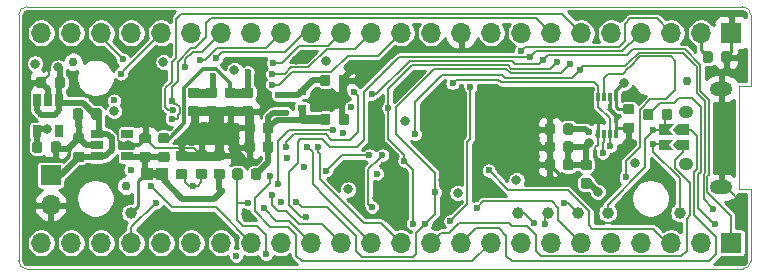
<source format=gbl>
%TF.GenerationSoftware,KiCad,Pcbnew,(5.1.5)-3*%
%TF.CreationDate,2020-07-06T18:17:35-07:00*%
%TF.ProjectId,UPduino_v3.0,55506475-696e-46f5-9f76-332e302e6b69,3.0*%
%TF.SameCoordinates,Original*%
%TF.FileFunction,Copper,L4,Bot*%
%TF.FilePolarity,Positive*%
%FSLAX46Y46*%
G04 Gerber Fmt 4.6, Leading zero omitted, Abs format (unit mm)*
G04 Created by KiCad (PCBNEW (5.1.5)-3) date 2020-07-06 18:17:35*
%MOMM*%
%LPD*%
G04 APERTURE LIST*
%ADD10C,0.050000*%
%ADD11C,0.100000*%
%ADD12R,0.700000X0.600000*%
%ADD13O,1.700000X1.700000*%
%ADD14R,1.700000X1.700000*%
%ADD15O,1.250000X1.050000*%
%ADD16O,1.900000X1.200000*%
%ADD17R,0.300000X0.800000*%
%ADD18C,1.000000*%
%ADD19C,0.750000*%
%ADD20R,0.650000X1.000000*%
%ADD21R,0.700000X1.000000*%
%ADD22R,1.000000X0.700000*%
%ADD23R,1.000000X0.650000*%
%ADD24R,1.000000X1.000000*%
%ADD25C,0.800000*%
%ADD26C,0.600000*%
%ADD27C,0.254000*%
%ADD28C,0.500000*%
%ADD29C,0.203200*%
%ADD30C,0.200000*%
%ADD31C,0.152400*%
%ADD32C,0.800000*%
%ADD33C,0.400000*%
%ADD34C,0.300000*%
%ADD35C,0.600000*%
%ADD36C,0.150000*%
G04 APERTURE END LIST*
D10*
X100000000Y-78480000D02*
G75*
G02X100700000Y-77780000I700000J0D01*
G01*
X161300000Y-77780000D02*
G75*
G02X162000000Y-78480000I0J-700000D01*
G01*
X162000000Y-99300000D02*
G75*
G02X161300000Y-100000000I-700000J0D01*
G01*
X100700000Y-100000000D02*
G75*
G02X100000000Y-99300000I0J700000D01*
G01*
X162000000Y-93200000D02*
X161000000Y-93200000D01*
X162000000Y-84500000D02*
X161000000Y-84500000D01*
X161000000Y-93200000D02*
X161000000Y-84500000D01*
X162000000Y-99300000D02*
X162000000Y-93200000D01*
X100000000Y-78480000D02*
X100000000Y-99300000D01*
X161300000Y-77780000D02*
X100700000Y-77780000D01*
X162000000Y-84500000D02*
X162000000Y-78480000D01*
X100700000Y-100000000D02*
X161300000Y-100000000D01*
D11*
G36*
X111756000Y-91648000D02*
G01*
X111256000Y-91648000D01*
X111256000Y-92248000D01*
X111756000Y-92248000D01*
X111756000Y-91648000D01*
G37*
D12*
X123988600Y-84990400D03*
X123988600Y-86390400D03*
D13*
X102700000Y-94580000D03*
D14*
X102700000Y-92040000D03*
%TA.AperFunction,SMDPad,CuDef*%
D11*
G36*
X153552691Y-86426053D02*
G01*
X153573926Y-86429203D01*
X153594750Y-86434419D01*
X153614962Y-86441651D01*
X153634368Y-86450830D01*
X153652781Y-86461866D01*
X153670024Y-86474654D01*
X153685930Y-86489070D01*
X153700346Y-86504976D01*
X153713134Y-86522219D01*
X153724170Y-86540632D01*
X153733349Y-86560038D01*
X153740581Y-86580250D01*
X153745797Y-86601074D01*
X153748947Y-86622309D01*
X153750000Y-86643750D01*
X153750000Y-87156250D01*
X153748947Y-87177691D01*
X153745797Y-87198926D01*
X153740581Y-87219750D01*
X153733349Y-87239962D01*
X153724170Y-87259368D01*
X153713134Y-87277781D01*
X153700346Y-87295024D01*
X153685930Y-87310930D01*
X153670024Y-87325346D01*
X153652781Y-87338134D01*
X153634368Y-87349170D01*
X153614962Y-87358349D01*
X153594750Y-87365581D01*
X153573926Y-87370797D01*
X153552691Y-87373947D01*
X153531250Y-87375000D01*
X153093750Y-87375000D01*
X153072309Y-87373947D01*
X153051074Y-87370797D01*
X153030250Y-87365581D01*
X153010038Y-87358349D01*
X152990632Y-87349170D01*
X152972219Y-87338134D01*
X152954976Y-87325346D01*
X152939070Y-87310930D01*
X152924654Y-87295024D01*
X152911866Y-87277781D01*
X152900830Y-87259368D01*
X152891651Y-87239962D01*
X152884419Y-87219750D01*
X152879203Y-87198926D01*
X152876053Y-87177691D01*
X152875000Y-87156250D01*
X152875000Y-86643750D01*
X152876053Y-86622309D01*
X152879203Y-86601074D01*
X152884419Y-86580250D01*
X152891651Y-86560038D01*
X152900830Y-86540632D01*
X152911866Y-86522219D01*
X152924654Y-86504976D01*
X152939070Y-86489070D01*
X152954976Y-86474654D01*
X152972219Y-86461866D01*
X152990632Y-86450830D01*
X153010038Y-86441651D01*
X153030250Y-86434419D01*
X153051074Y-86429203D01*
X153072309Y-86426053D01*
X153093750Y-86425000D01*
X153531250Y-86425000D01*
X153552691Y-86426053D01*
G37*
%TD.AperFunction*%
%TA.AperFunction,SMDPad,CuDef*%
G36*
X155127691Y-86426053D02*
G01*
X155148926Y-86429203D01*
X155169750Y-86434419D01*
X155189962Y-86441651D01*
X155209368Y-86450830D01*
X155227781Y-86461866D01*
X155245024Y-86474654D01*
X155260930Y-86489070D01*
X155275346Y-86504976D01*
X155288134Y-86522219D01*
X155299170Y-86540632D01*
X155308349Y-86560038D01*
X155315581Y-86580250D01*
X155320797Y-86601074D01*
X155323947Y-86622309D01*
X155325000Y-86643750D01*
X155325000Y-87156250D01*
X155323947Y-87177691D01*
X155320797Y-87198926D01*
X155315581Y-87219750D01*
X155308349Y-87239962D01*
X155299170Y-87259368D01*
X155288134Y-87277781D01*
X155275346Y-87295024D01*
X155260930Y-87310930D01*
X155245024Y-87325346D01*
X155227781Y-87338134D01*
X155209368Y-87349170D01*
X155189962Y-87358349D01*
X155169750Y-87365581D01*
X155148926Y-87370797D01*
X155127691Y-87373947D01*
X155106250Y-87375000D01*
X154668750Y-87375000D01*
X154647309Y-87373947D01*
X154626074Y-87370797D01*
X154605250Y-87365581D01*
X154585038Y-87358349D01*
X154565632Y-87349170D01*
X154547219Y-87338134D01*
X154529976Y-87325346D01*
X154514070Y-87310930D01*
X154499654Y-87295024D01*
X154486866Y-87277781D01*
X154475830Y-87259368D01*
X154466651Y-87239962D01*
X154459419Y-87219750D01*
X154454203Y-87198926D01*
X154451053Y-87177691D01*
X154450000Y-87156250D01*
X154450000Y-86643750D01*
X154451053Y-86622309D01*
X154454203Y-86601074D01*
X154459419Y-86580250D01*
X154466651Y-86560038D01*
X154475830Y-86540632D01*
X154486866Y-86522219D01*
X154499654Y-86504976D01*
X154514070Y-86489070D01*
X154529976Y-86474654D01*
X154547219Y-86461866D01*
X154565632Y-86450830D01*
X154585038Y-86441651D01*
X154605250Y-86434419D01*
X154626074Y-86429203D01*
X154647309Y-86426053D01*
X154668750Y-86425000D01*
X155106250Y-86425000D01*
X155127691Y-86426053D01*
G37*
%TD.AperFunction*%
%TA.AperFunction,SMDPad,CuDef*%
G36*
X120344191Y-91474053D02*
G01*
X120365426Y-91477203D01*
X120386250Y-91482419D01*
X120406462Y-91489651D01*
X120425868Y-91498830D01*
X120444281Y-91509866D01*
X120461524Y-91522654D01*
X120477430Y-91537070D01*
X120491846Y-91552976D01*
X120504634Y-91570219D01*
X120515670Y-91588632D01*
X120524849Y-91608038D01*
X120532081Y-91628250D01*
X120537297Y-91649074D01*
X120540447Y-91670309D01*
X120541500Y-91691750D01*
X120541500Y-92204250D01*
X120540447Y-92225691D01*
X120537297Y-92246926D01*
X120532081Y-92267750D01*
X120524849Y-92287962D01*
X120515670Y-92307368D01*
X120504634Y-92325781D01*
X120491846Y-92343024D01*
X120477430Y-92358930D01*
X120461524Y-92373346D01*
X120444281Y-92386134D01*
X120425868Y-92397170D01*
X120406462Y-92406349D01*
X120386250Y-92413581D01*
X120365426Y-92418797D01*
X120344191Y-92421947D01*
X120322750Y-92423000D01*
X119885250Y-92423000D01*
X119863809Y-92421947D01*
X119842574Y-92418797D01*
X119821750Y-92413581D01*
X119801538Y-92406349D01*
X119782132Y-92397170D01*
X119763719Y-92386134D01*
X119746476Y-92373346D01*
X119730570Y-92358930D01*
X119716154Y-92343024D01*
X119703366Y-92325781D01*
X119692330Y-92307368D01*
X119683151Y-92287962D01*
X119675919Y-92267750D01*
X119670703Y-92246926D01*
X119667553Y-92225691D01*
X119666500Y-92204250D01*
X119666500Y-91691750D01*
X119667553Y-91670309D01*
X119670703Y-91649074D01*
X119675919Y-91628250D01*
X119683151Y-91608038D01*
X119692330Y-91588632D01*
X119703366Y-91570219D01*
X119716154Y-91552976D01*
X119730570Y-91537070D01*
X119746476Y-91522654D01*
X119763719Y-91509866D01*
X119782132Y-91498830D01*
X119801538Y-91489651D01*
X119821750Y-91482419D01*
X119842574Y-91477203D01*
X119863809Y-91474053D01*
X119885250Y-91473000D01*
X120322750Y-91473000D01*
X120344191Y-91474053D01*
G37*
%TD.AperFunction*%
%TA.AperFunction,SMDPad,CuDef*%
G36*
X118769191Y-91474053D02*
G01*
X118790426Y-91477203D01*
X118811250Y-91482419D01*
X118831462Y-91489651D01*
X118850868Y-91498830D01*
X118869281Y-91509866D01*
X118886524Y-91522654D01*
X118902430Y-91537070D01*
X118916846Y-91552976D01*
X118929634Y-91570219D01*
X118940670Y-91588632D01*
X118949849Y-91608038D01*
X118957081Y-91628250D01*
X118962297Y-91649074D01*
X118965447Y-91670309D01*
X118966500Y-91691750D01*
X118966500Y-92204250D01*
X118965447Y-92225691D01*
X118962297Y-92246926D01*
X118957081Y-92267750D01*
X118949849Y-92287962D01*
X118940670Y-92307368D01*
X118929634Y-92325781D01*
X118916846Y-92343024D01*
X118902430Y-92358930D01*
X118886524Y-92373346D01*
X118869281Y-92386134D01*
X118850868Y-92397170D01*
X118831462Y-92406349D01*
X118811250Y-92413581D01*
X118790426Y-92418797D01*
X118769191Y-92421947D01*
X118747750Y-92423000D01*
X118310250Y-92423000D01*
X118288809Y-92421947D01*
X118267574Y-92418797D01*
X118246750Y-92413581D01*
X118226538Y-92406349D01*
X118207132Y-92397170D01*
X118188719Y-92386134D01*
X118171476Y-92373346D01*
X118155570Y-92358930D01*
X118141154Y-92343024D01*
X118128366Y-92325781D01*
X118117330Y-92307368D01*
X118108151Y-92287962D01*
X118100919Y-92267750D01*
X118095703Y-92246926D01*
X118092553Y-92225691D01*
X118091500Y-92204250D01*
X118091500Y-91691750D01*
X118092553Y-91670309D01*
X118095703Y-91649074D01*
X118100919Y-91628250D01*
X118108151Y-91608038D01*
X118117330Y-91588632D01*
X118128366Y-91570219D01*
X118141154Y-91552976D01*
X118155570Y-91537070D01*
X118171476Y-91522654D01*
X118188719Y-91509866D01*
X118207132Y-91498830D01*
X118226538Y-91489651D01*
X118246750Y-91482419D01*
X118267574Y-91477203D01*
X118288809Y-91474053D01*
X118310250Y-91473000D01*
X118747750Y-91473000D01*
X118769191Y-91474053D01*
G37*
%TD.AperFunction*%
%TA.AperFunction,SMDPad,CuDef*%
G36*
X145202691Y-87664053D02*
G01*
X145223926Y-87667203D01*
X145244750Y-87672419D01*
X145264962Y-87679651D01*
X145284368Y-87688830D01*
X145302781Y-87699866D01*
X145320024Y-87712654D01*
X145335930Y-87727070D01*
X145350346Y-87742976D01*
X145363134Y-87760219D01*
X145374170Y-87778632D01*
X145383349Y-87798038D01*
X145390581Y-87818250D01*
X145395797Y-87839074D01*
X145398947Y-87860309D01*
X145400000Y-87881750D01*
X145400000Y-88394250D01*
X145398947Y-88415691D01*
X145395797Y-88436926D01*
X145390581Y-88457750D01*
X145383349Y-88477962D01*
X145374170Y-88497368D01*
X145363134Y-88515781D01*
X145350346Y-88533024D01*
X145335930Y-88548930D01*
X145320024Y-88563346D01*
X145302781Y-88576134D01*
X145284368Y-88587170D01*
X145264962Y-88596349D01*
X145244750Y-88603581D01*
X145223926Y-88608797D01*
X145202691Y-88611947D01*
X145181250Y-88613000D01*
X144743750Y-88613000D01*
X144722309Y-88611947D01*
X144701074Y-88608797D01*
X144680250Y-88603581D01*
X144660038Y-88596349D01*
X144640632Y-88587170D01*
X144622219Y-88576134D01*
X144604976Y-88563346D01*
X144589070Y-88548930D01*
X144574654Y-88533024D01*
X144561866Y-88515781D01*
X144550830Y-88497368D01*
X144541651Y-88477962D01*
X144534419Y-88457750D01*
X144529203Y-88436926D01*
X144526053Y-88415691D01*
X144525000Y-88394250D01*
X144525000Y-87881750D01*
X144526053Y-87860309D01*
X144529203Y-87839074D01*
X144534419Y-87818250D01*
X144541651Y-87798038D01*
X144550830Y-87778632D01*
X144561866Y-87760219D01*
X144574654Y-87742976D01*
X144589070Y-87727070D01*
X144604976Y-87712654D01*
X144622219Y-87699866D01*
X144640632Y-87688830D01*
X144660038Y-87679651D01*
X144680250Y-87672419D01*
X144701074Y-87667203D01*
X144722309Y-87664053D01*
X144743750Y-87663000D01*
X145181250Y-87663000D01*
X145202691Y-87664053D01*
G37*
%TD.AperFunction*%
%TA.AperFunction,SMDPad,CuDef*%
G36*
X146777691Y-87664053D02*
G01*
X146798926Y-87667203D01*
X146819750Y-87672419D01*
X146839962Y-87679651D01*
X146859368Y-87688830D01*
X146877781Y-87699866D01*
X146895024Y-87712654D01*
X146910930Y-87727070D01*
X146925346Y-87742976D01*
X146938134Y-87760219D01*
X146949170Y-87778632D01*
X146958349Y-87798038D01*
X146965581Y-87818250D01*
X146970797Y-87839074D01*
X146973947Y-87860309D01*
X146975000Y-87881750D01*
X146975000Y-88394250D01*
X146973947Y-88415691D01*
X146970797Y-88436926D01*
X146965581Y-88457750D01*
X146958349Y-88477962D01*
X146949170Y-88497368D01*
X146938134Y-88515781D01*
X146925346Y-88533024D01*
X146910930Y-88548930D01*
X146895024Y-88563346D01*
X146877781Y-88576134D01*
X146859368Y-88587170D01*
X146839962Y-88596349D01*
X146819750Y-88603581D01*
X146798926Y-88608797D01*
X146777691Y-88611947D01*
X146756250Y-88613000D01*
X146318750Y-88613000D01*
X146297309Y-88611947D01*
X146276074Y-88608797D01*
X146255250Y-88603581D01*
X146235038Y-88596349D01*
X146215632Y-88587170D01*
X146197219Y-88576134D01*
X146179976Y-88563346D01*
X146164070Y-88548930D01*
X146149654Y-88533024D01*
X146136866Y-88515781D01*
X146125830Y-88497368D01*
X146116651Y-88477962D01*
X146109419Y-88457750D01*
X146104203Y-88436926D01*
X146101053Y-88415691D01*
X146100000Y-88394250D01*
X146100000Y-87881750D01*
X146101053Y-87860309D01*
X146104203Y-87839074D01*
X146109419Y-87818250D01*
X146116651Y-87798038D01*
X146125830Y-87778632D01*
X146136866Y-87760219D01*
X146149654Y-87742976D01*
X146164070Y-87727070D01*
X146179976Y-87712654D01*
X146197219Y-87699866D01*
X146215632Y-87688830D01*
X146235038Y-87679651D01*
X146255250Y-87672419D01*
X146276074Y-87667203D01*
X146297309Y-87664053D01*
X146318750Y-87663000D01*
X146756250Y-87663000D01*
X146777691Y-87664053D01*
G37*
%TD.AperFunction*%
%TA.AperFunction,SMDPad,CuDef*%
G36*
X148327691Y-92301053D02*
G01*
X148348926Y-92304203D01*
X148369750Y-92309419D01*
X148389962Y-92316651D01*
X148409368Y-92325830D01*
X148427781Y-92336866D01*
X148445024Y-92349654D01*
X148460930Y-92364070D01*
X148475346Y-92379976D01*
X148488134Y-92397219D01*
X148499170Y-92415632D01*
X148508349Y-92435038D01*
X148515581Y-92455250D01*
X148520797Y-92476074D01*
X148523947Y-92497309D01*
X148525000Y-92518750D01*
X148525000Y-92956250D01*
X148523947Y-92977691D01*
X148520797Y-92998926D01*
X148515581Y-93019750D01*
X148508349Y-93039962D01*
X148499170Y-93059368D01*
X148488134Y-93077781D01*
X148475346Y-93095024D01*
X148460930Y-93110930D01*
X148445024Y-93125346D01*
X148427781Y-93138134D01*
X148409368Y-93149170D01*
X148389962Y-93158349D01*
X148369750Y-93165581D01*
X148348926Y-93170797D01*
X148327691Y-93173947D01*
X148306250Y-93175000D01*
X147793750Y-93175000D01*
X147772309Y-93173947D01*
X147751074Y-93170797D01*
X147730250Y-93165581D01*
X147710038Y-93158349D01*
X147690632Y-93149170D01*
X147672219Y-93138134D01*
X147654976Y-93125346D01*
X147639070Y-93110930D01*
X147624654Y-93095024D01*
X147611866Y-93077781D01*
X147600830Y-93059368D01*
X147591651Y-93039962D01*
X147584419Y-93019750D01*
X147579203Y-92998926D01*
X147576053Y-92977691D01*
X147575000Y-92956250D01*
X147575000Y-92518750D01*
X147576053Y-92497309D01*
X147579203Y-92476074D01*
X147584419Y-92455250D01*
X147591651Y-92435038D01*
X147600830Y-92415632D01*
X147611866Y-92397219D01*
X147624654Y-92379976D01*
X147639070Y-92364070D01*
X147654976Y-92349654D01*
X147672219Y-92336866D01*
X147690632Y-92325830D01*
X147710038Y-92316651D01*
X147730250Y-92309419D01*
X147751074Y-92304203D01*
X147772309Y-92301053D01*
X147793750Y-92300000D01*
X148306250Y-92300000D01*
X148327691Y-92301053D01*
G37*
%TD.AperFunction*%
%TA.AperFunction,SMDPad,CuDef*%
G36*
X148327691Y-90726053D02*
G01*
X148348926Y-90729203D01*
X148369750Y-90734419D01*
X148389962Y-90741651D01*
X148409368Y-90750830D01*
X148427781Y-90761866D01*
X148445024Y-90774654D01*
X148460930Y-90789070D01*
X148475346Y-90804976D01*
X148488134Y-90822219D01*
X148499170Y-90840632D01*
X148508349Y-90860038D01*
X148515581Y-90880250D01*
X148520797Y-90901074D01*
X148523947Y-90922309D01*
X148525000Y-90943750D01*
X148525000Y-91381250D01*
X148523947Y-91402691D01*
X148520797Y-91423926D01*
X148515581Y-91444750D01*
X148508349Y-91464962D01*
X148499170Y-91484368D01*
X148488134Y-91502781D01*
X148475346Y-91520024D01*
X148460930Y-91535930D01*
X148445024Y-91550346D01*
X148427781Y-91563134D01*
X148409368Y-91574170D01*
X148389962Y-91583349D01*
X148369750Y-91590581D01*
X148348926Y-91595797D01*
X148327691Y-91598947D01*
X148306250Y-91600000D01*
X147793750Y-91600000D01*
X147772309Y-91598947D01*
X147751074Y-91595797D01*
X147730250Y-91590581D01*
X147710038Y-91583349D01*
X147690632Y-91574170D01*
X147672219Y-91563134D01*
X147654976Y-91550346D01*
X147639070Y-91535930D01*
X147624654Y-91520024D01*
X147611866Y-91502781D01*
X147600830Y-91484368D01*
X147591651Y-91464962D01*
X147584419Y-91444750D01*
X147579203Y-91423926D01*
X147576053Y-91402691D01*
X147575000Y-91381250D01*
X147575000Y-90943750D01*
X147576053Y-90922309D01*
X147579203Y-90901074D01*
X147584419Y-90880250D01*
X147591651Y-90860038D01*
X147600830Y-90840632D01*
X147611866Y-90822219D01*
X147624654Y-90804976D01*
X147639070Y-90789070D01*
X147654976Y-90774654D01*
X147672219Y-90761866D01*
X147690632Y-90750830D01*
X147710038Y-90741651D01*
X147730250Y-90734419D01*
X147751074Y-90729203D01*
X147772309Y-90726053D01*
X147793750Y-90725000D01*
X148306250Y-90725000D01*
X148327691Y-90726053D01*
G37*
%TD.AperFunction*%
%TA.AperFunction,SMDPad,CuDef*%
G36*
X105252691Y-86394053D02*
G01*
X105273926Y-86397203D01*
X105294750Y-86402419D01*
X105314962Y-86409651D01*
X105334368Y-86418830D01*
X105352781Y-86429866D01*
X105370024Y-86442654D01*
X105385930Y-86457070D01*
X105400346Y-86472976D01*
X105413134Y-86490219D01*
X105424170Y-86508632D01*
X105433349Y-86528038D01*
X105440581Y-86548250D01*
X105445797Y-86569074D01*
X105448947Y-86590309D01*
X105450000Y-86611750D01*
X105450000Y-87124250D01*
X105448947Y-87145691D01*
X105445797Y-87166926D01*
X105440581Y-87187750D01*
X105433349Y-87207962D01*
X105424170Y-87227368D01*
X105413134Y-87245781D01*
X105400346Y-87263024D01*
X105385930Y-87278930D01*
X105370024Y-87293346D01*
X105352781Y-87306134D01*
X105334368Y-87317170D01*
X105314962Y-87326349D01*
X105294750Y-87333581D01*
X105273926Y-87338797D01*
X105252691Y-87341947D01*
X105231250Y-87343000D01*
X104793750Y-87343000D01*
X104772309Y-87341947D01*
X104751074Y-87338797D01*
X104730250Y-87333581D01*
X104710038Y-87326349D01*
X104690632Y-87317170D01*
X104672219Y-87306134D01*
X104654976Y-87293346D01*
X104639070Y-87278930D01*
X104624654Y-87263024D01*
X104611866Y-87245781D01*
X104600830Y-87227368D01*
X104591651Y-87207962D01*
X104584419Y-87187750D01*
X104579203Y-87166926D01*
X104576053Y-87145691D01*
X104575000Y-87124250D01*
X104575000Y-86611750D01*
X104576053Y-86590309D01*
X104579203Y-86569074D01*
X104584419Y-86548250D01*
X104591651Y-86528038D01*
X104600830Y-86508632D01*
X104611866Y-86490219D01*
X104624654Y-86472976D01*
X104639070Y-86457070D01*
X104654976Y-86442654D01*
X104672219Y-86429866D01*
X104690632Y-86418830D01*
X104710038Y-86409651D01*
X104730250Y-86402419D01*
X104751074Y-86397203D01*
X104772309Y-86394053D01*
X104793750Y-86393000D01*
X105231250Y-86393000D01*
X105252691Y-86394053D01*
G37*
%TD.AperFunction*%
%TA.AperFunction,SMDPad,CuDef*%
G36*
X106827691Y-86394053D02*
G01*
X106848926Y-86397203D01*
X106869750Y-86402419D01*
X106889962Y-86409651D01*
X106909368Y-86418830D01*
X106927781Y-86429866D01*
X106945024Y-86442654D01*
X106960930Y-86457070D01*
X106975346Y-86472976D01*
X106988134Y-86490219D01*
X106999170Y-86508632D01*
X107008349Y-86528038D01*
X107015581Y-86548250D01*
X107020797Y-86569074D01*
X107023947Y-86590309D01*
X107025000Y-86611750D01*
X107025000Y-87124250D01*
X107023947Y-87145691D01*
X107020797Y-87166926D01*
X107015581Y-87187750D01*
X107008349Y-87207962D01*
X106999170Y-87227368D01*
X106988134Y-87245781D01*
X106975346Y-87263024D01*
X106960930Y-87278930D01*
X106945024Y-87293346D01*
X106927781Y-87306134D01*
X106909368Y-87317170D01*
X106889962Y-87326349D01*
X106869750Y-87333581D01*
X106848926Y-87338797D01*
X106827691Y-87341947D01*
X106806250Y-87343000D01*
X106368750Y-87343000D01*
X106347309Y-87341947D01*
X106326074Y-87338797D01*
X106305250Y-87333581D01*
X106285038Y-87326349D01*
X106265632Y-87317170D01*
X106247219Y-87306134D01*
X106229976Y-87293346D01*
X106214070Y-87278930D01*
X106199654Y-87263024D01*
X106186866Y-87245781D01*
X106175830Y-87227368D01*
X106166651Y-87207962D01*
X106159419Y-87187750D01*
X106154203Y-87166926D01*
X106151053Y-87145691D01*
X106150000Y-87124250D01*
X106150000Y-86611750D01*
X106151053Y-86590309D01*
X106154203Y-86569074D01*
X106159419Y-86548250D01*
X106166651Y-86528038D01*
X106175830Y-86508632D01*
X106186866Y-86490219D01*
X106199654Y-86472976D01*
X106214070Y-86457070D01*
X106229976Y-86442654D01*
X106247219Y-86429866D01*
X106265632Y-86418830D01*
X106285038Y-86409651D01*
X106305250Y-86402419D01*
X106326074Y-86397203D01*
X106347309Y-86394053D01*
X106368750Y-86393000D01*
X106806250Y-86393000D01*
X106827691Y-86394053D01*
G37*
%TD.AperFunction*%
%TA.AperFunction,SMDPad,CuDef*%
G36*
X127773691Y-83540053D02*
G01*
X127794926Y-83543203D01*
X127815750Y-83548419D01*
X127835962Y-83555651D01*
X127855368Y-83564830D01*
X127873781Y-83575866D01*
X127891024Y-83588654D01*
X127906930Y-83603070D01*
X127921346Y-83618976D01*
X127934134Y-83636219D01*
X127945170Y-83654632D01*
X127954349Y-83674038D01*
X127961581Y-83694250D01*
X127966797Y-83715074D01*
X127969947Y-83736309D01*
X127971000Y-83757750D01*
X127971000Y-84270250D01*
X127969947Y-84291691D01*
X127966797Y-84312926D01*
X127961581Y-84333750D01*
X127954349Y-84353962D01*
X127945170Y-84373368D01*
X127934134Y-84391781D01*
X127921346Y-84409024D01*
X127906930Y-84424930D01*
X127891024Y-84439346D01*
X127873781Y-84452134D01*
X127855368Y-84463170D01*
X127835962Y-84472349D01*
X127815750Y-84479581D01*
X127794926Y-84484797D01*
X127773691Y-84487947D01*
X127752250Y-84489000D01*
X127314750Y-84489000D01*
X127293309Y-84487947D01*
X127272074Y-84484797D01*
X127251250Y-84479581D01*
X127231038Y-84472349D01*
X127211632Y-84463170D01*
X127193219Y-84452134D01*
X127175976Y-84439346D01*
X127160070Y-84424930D01*
X127145654Y-84409024D01*
X127132866Y-84391781D01*
X127121830Y-84373368D01*
X127112651Y-84353962D01*
X127105419Y-84333750D01*
X127100203Y-84312926D01*
X127097053Y-84291691D01*
X127096000Y-84270250D01*
X127096000Y-83757750D01*
X127097053Y-83736309D01*
X127100203Y-83715074D01*
X127105419Y-83694250D01*
X127112651Y-83674038D01*
X127121830Y-83654632D01*
X127132866Y-83636219D01*
X127145654Y-83618976D01*
X127160070Y-83603070D01*
X127175976Y-83588654D01*
X127193219Y-83575866D01*
X127211632Y-83564830D01*
X127231038Y-83555651D01*
X127251250Y-83548419D01*
X127272074Y-83543203D01*
X127293309Y-83540053D01*
X127314750Y-83539000D01*
X127752250Y-83539000D01*
X127773691Y-83540053D01*
G37*
%TD.AperFunction*%
%TA.AperFunction,SMDPad,CuDef*%
G36*
X126198691Y-83540053D02*
G01*
X126219926Y-83543203D01*
X126240750Y-83548419D01*
X126260962Y-83555651D01*
X126280368Y-83564830D01*
X126298781Y-83575866D01*
X126316024Y-83588654D01*
X126331930Y-83603070D01*
X126346346Y-83618976D01*
X126359134Y-83636219D01*
X126370170Y-83654632D01*
X126379349Y-83674038D01*
X126386581Y-83694250D01*
X126391797Y-83715074D01*
X126394947Y-83736309D01*
X126396000Y-83757750D01*
X126396000Y-84270250D01*
X126394947Y-84291691D01*
X126391797Y-84312926D01*
X126386581Y-84333750D01*
X126379349Y-84353962D01*
X126370170Y-84373368D01*
X126359134Y-84391781D01*
X126346346Y-84409024D01*
X126331930Y-84424930D01*
X126316024Y-84439346D01*
X126298781Y-84452134D01*
X126280368Y-84463170D01*
X126260962Y-84472349D01*
X126240750Y-84479581D01*
X126219926Y-84484797D01*
X126198691Y-84487947D01*
X126177250Y-84489000D01*
X125739750Y-84489000D01*
X125718309Y-84487947D01*
X125697074Y-84484797D01*
X125676250Y-84479581D01*
X125656038Y-84472349D01*
X125636632Y-84463170D01*
X125618219Y-84452134D01*
X125600976Y-84439346D01*
X125585070Y-84424930D01*
X125570654Y-84409024D01*
X125557866Y-84391781D01*
X125546830Y-84373368D01*
X125537651Y-84353962D01*
X125530419Y-84333750D01*
X125525203Y-84312926D01*
X125522053Y-84291691D01*
X125521000Y-84270250D01*
X125521000Y-83757750D01*
X125522053Y-83736309D01*
X125525203Y-83715074D01*
X125530419Y-83694250D01*
X125537651Y-83674038D01*
X125546830Y-83654632D01*
X125557866Y-83636219D01*
X125570654Y-83618976D01*
X125585070Y-83603070D01*
X125600976Y-83588654D01*
X125618219Y-83575866D01*
X125636632Y-83564830D01*
X125656038Y-83555651D01*
X125676250Y-83548419D01*
X125697074Y-83543203D01*
X125718309Y-83540053D01*
X125739750Y-83539000D01*
X126177250Y-83539000D01*
X126198691Y-83540053D01*
G37*
%TD.AperFunction*%
%TA.AperFunction,SMDPad,CuDef*%
G36*
X110977691Y-88476053D02*
G01*
X110998926Y-88479203D01*
X111019750Y-88484419D01*
X111039962Y-88491651D01*
X111059368Y-88500830D01*
X111077781Y-88511866D01*
X111095024Y-88524654D01*
X111110930Y-88539070D01*
X111125346Y-88554976D01*
X111138134Y-88572219D01*
X111149170Y-88590632D01*
X111158349Y-88610038D01*
X111165581Y-88630250D01*
X111170797Y-88651074D01*
X111173947Y-88672309D01*
X111175000Y-88693750D01*
X111175000Y-89131250D01*
X111173947Y-89152691D01*
X111170797Y-89173926D01*
X111165581Y-89194750D01*
X111158349Y-89214962D01*
X111149170Y-89234368D01*
X111138134Y-89252781D01*
X111125346Y-89270024D01*
X111110930Y-89285930D01*
X111095024Y-89300346D01*
X111077781Y-89313134D01*
X111059368Y-89324170D01*
X111039962Y-89333349D01*
X111019750Y-89340581D01*
X110998926Y-89345797D01*
X110977691Y-89348947D01*
X110956250Y-89350000D01*
X110443750Y-89350000D01*
X110422309Y-89348947D01*
X110401074Y-89345797D01*
X110380250Y-89340581D01*
X110360038Y-89333349D01*
X110340632Y-89324170D01*
X110322219Y-89313134D01*
X110304976Y-89300346D01*
X110289070Y-89285930D01*
X110274654Y-89270024D01*
X110261866Y-89252781D01*
X110250830Y-89234368D01*
X110241651Y-89214962D01*
X110234419Y-89194750D01*
X110229203Y-89173926D01*
X110226053Y-89152691D01*
X110225000Y-89131250D01*
X110225000Y-88693750D01*
X110226053Y-88672309D01*
X110229203Y-88651074D01*
X110234419Y-88630250D01*
X110241651Y-88610038D01*
X110250830Y-88590632D01*
X110261866Y-88572219D01*
X110274654Y-88554976D01*
X110289070Y-88539070D01*
X110304976Y-88524654D01*
X110322219Y-88511866D01*
X110340632Y-88500830D01*
X110360038Y-88491651D01*
X110380250Y-88484419D01*
X110401074Y-88479203D01*
X110422309Y-88476053D01*
X110443750Y-88475000D01*
X110956250Y-88475000D01*
X110977691Y-88476053D01*
G37*
%TD.AperFunction*%
%TA.AperFunction,SMDPad,CuDef*%
G36*
X110977691Y-90051053D02*
G01*
X110998926Y-90054203D01*
X111019750Y-90059419D01*
X111039962Y-90066651D01*
X111059368Y-90075830D01*
X111077781Y-90086866D01*
X111095024Y-90099654D01*
X111110930Y-90114070D01*
X111125346Y-90129976D01*
X111138134Y-90147219D01*
X111149170Y-90165632D01*
X111158349Y-90185038D01*
X111165581Y-90205250D01*
X111170797Y-90226074D01*
X111173947Y-90247309D01*
X111175000Y-90268750D01*
X111175000Y-90706250D01*
X111173947Y-90727691D01*
X111170797Y-90748926D01*
X111165581Y-90769750D01*
X111158349Y-90789962D01*
X111149170Y-90809368D01*
X111138134Y-90827781D01*
X111125346Y-90845024D01*
X111110930Y-90860930D01*
X111095024Y-90875346D01*
X111077781Y-90888134D01*
X111059368Y-90899170D01*
X111039962Y-90908349D01*
X111019750Y-90915581D01*
X110998926Y-90920797D01*
X110977691Y-90923947D01*
X110956250Y-90925000D01*
X110443750Y-90925000D01*
X110422309Y-90923947D01*
X110401074Y-90920797D01*
X110380250Y-90915581D01*
X110360038Y-90908349D01*
X110340632Y-90899170D01*
X110322219Y-90888134D01*
X110304976Y-90875346D01*
X110289070Y-90860930D01*
X110274654Y-90845024D01*
X110261866Y-90827781D01*
X110250830Y-90809368D01*
X110241651Y-90789962D01*
X110234419Y-90769750D01*
X110229203Y-90748926D01*
X110226053Y-90727691D01*
X110225000Y-90706250D01*
X110225000Y-90268750D01*
X110226053Y-90247309D01*
X110229203Y-90226074D01*
X110234419Y-90205250D01*
X110241651Y-90185038D01*
X110250830Y-90165632D01*
X110261866Y-90147219D01*
X110274654Y-90129976D01*
X110289070Y-90114070D01*
X110304976Y-90099654D01*
X110322219Y-90086866D01*
X110340632Y-90075830D01*
X110360038Y-90066651D01*
X110380250Y-90059419D01*
X110401074Y-90054203D01*
X110422309Y-90051053D01*
X110443750Y-90050000D01*
X110956250Y-90050000D01*
X110977691Y-90051053D01*
G37*
%TD.AperFunction*%
%TA.AperFunction,SMDPad,CuDef*%
G36*
X145202691Y-90676053D02*
G01*
X145223926Y-90679203D01*
X145244750Y-90684419D01*
X145264962Y-90691651D01*
X145284368Y-90700830D01*
X145302781Y-90711866D01*
X145320024Y-90724654D01*
X145335930Y-90739070D01*
X145350346Y-90754976D01*
X145363134Y-90772219D01*
X145374170Y-90790632D01*
X145383349Y-90810038D01*
X145390581Y-90830250D01*
X145395797Y-90851074D01*
X145398947Y-90872309D01*
X145400000Y-90893750D01*
X145400000Y-91406250D01*
X145398947Y-91427691D01*
X145395797Y-91448926D01*
X145390581Y-91469750D01*
X145383349Y-91489962D01*
X145374170Y-91509368D01*
X145363134Y-91527781D01*
X145350346Y-91545024D01*
X145335930Y-91560930D01*
X145320024Y-91575346D01*
X145302781Y-91588134D01*
X145284368Y-91599170D01*
X145264962Y-91608349D01*
X145244750Y-91615581D01*
X145223926Y-91620797D01*
X145202691Y-91623947D01*
X145181250Y-91625000D01*
X144743750Y-91625000D01*
X144722309Y-91623947D01*
X144701074Y-91620797D01*
X144680250Y-91615581D01*
X144660038Y-91608349D01*
X144640632Y-91599170D01*
X144622219Y-91588134D01*
X144604976Y-91575346D01*
X144589070Y-91560930D01*
X144574654Y-91545024D01*
X144561866Y-91527781D01*
X144550830Y-91509368D01*
X144541651Y-91489962D01*
X144534419Y-91469750D01*
X144529203Y-91448926D01*
X144526053Y-91427691D01*
X144525000Y-91406250D01*
X144525000Y-90893750D01*
X144526053Y-90872309D01*
X144529203Y-90851074D01*
X144534419Y-90830250D01*
X144541651Y-90810038D01*
X144550830Y-90790632D01*
X144561866Y-90772219D01*
X144574654Y-90754976D01*
X144589070Y-90739070D01*
X144604976Y-90724654D01*
X144622219Y-90711866D01*
X144640632Y-90700830D01*
X144660038Y-90691651D01*
X144680250Y-90684419D01*
X144701074Y-90679203D01*
X144722309Y-90676053D01*
X144743750Y-90675000D01*
X145181250Y-90675000D01*
X145202691Y-90676053D01*
G37*
%TD.AperFunction*%
%TA.AperFunction,SMDPad,CuDef*%
G36*
X146777691Y-90676053D02*
G01*
X146798926Y-90679203D01*
X146819750Y-90684419D01*
X146839962Y-90691651D01*
X146859368Y-90700830D01*
X146877781Y-90711866D01*
X146895024Y-90724654D01*
X146910930Y-90739070D01*
X146925346Y-90754976D01*
X146938134Y-90772219D01*
X146949170Y-90790632D01*
X146958349Y-90810038D01*
X146965581Y-90830250D01*
X146970797Y-90851074D01*
X146973947Y-90872309D01*
X146975000Y-90893750D01*
X146975000Y-91406250D01*
X146973947Y-91427691D01*
X146970797Y-91448926D01*
X146965581Y-91469750D01*
X146958349Y-91489962D01*
X146949170Y-91509368D01*
X146938134Y-91527781D01*
X146925346Y-91545024D01*
X146910930Y-91560930D01*
X146895024Y-91575346D01*
X146877781Y-91588134D01*
X146859368Y-91599170D01*
X146839962Y-91608349D01*
X146819750Y-91615581D01*
X146798926Y-91620797D01*
X146777691Y-91623947D01*
X146756250Y-91625000D01*
X146318750Y-91625000D01*
X146297309Y-91623947D01*
X146276074Y-91620797D01*
X146255250Y-91615581D01*
X146235038Y-91608349D01*
X146215632Y-91599170D01*
X146197219Y-91588134D01*
X146179976Y-91575346D01*
X146164070Y-91560930D01*
X146149654Y-91545024D01*
X146136866Y-91527781D01*
X146125830Y-91509368D01*
X146116651Y-91489962D01*
X146109419Y-91469750D01*
X146104203Y-91448926D01*
X146101053Y-91427691D01*
X146100000Y-91406250D01*
X146100000Y-90893750D01*
X146101053Y-90872309D01*
X146104203Y-90851074D01*
X146109419Y-90830250D01*
X146116651Y-90810038D01*
X146125830Y-90790632D01*
X146136866Y-90772219D01*
X146149654Y-90754976D01*
X146164070Y-90739070D01*
X146179976Y-90724654D01*
X146197219Y-90711866D01*
X146215632Y-90700830D01*
X146235038Y-90691651D01*
X146255250Y-90684419D01*
X146276074Y-90679203D01*
X146297309Y-90676053D01*
X146318750Y-90675000D01*
X146756250Y-90675000D01*
X146777691Y-90676053D01*
G37*
%TD.AperFunction*%
%TA.AperFunction,SMDPad,CuDef*%
G36*
X160158691Y-81568053D02*
G01*
X160179926Y-81571203D01*
X160200750Y-81576419D01*
X160220962Y-81583651D01*
X160240368Y-81592830D01*
X160258781Y-81603866D01*
X160276024Y-81616654D01*
X160291930Y-81631070D01*
X160306346Y-81646976D01*
X160319134Y-81664219D01*
X160330170Y-81682632D01*
X160339349Y-81702038D01*
X160346581Y-81722250D01*
X160351797Y-81743074D01*
X160354947Y-81764309D01*
X160356000Y-81785750D01*
X160356000Y-82298250D01*
X160354947Y-82319691D01*
X160351797Y-82340926D01*
X160346581Y-82361750D01*
X160339349Y-82381962D01*
X160330170Y-82401368D01*
X160319134Y-82419781D01*
X160306346Y-82437024D01*
X160291930Y-82452930D01*
X160276024Y-82467346D01*
X160258781Y-82480134D01*
X160240368Y-82491170D01*
X160220962Y-82500349D01*
X160200750Y-82507581D01*
X160179926Y-82512797D01*
X160158691Y-82515947D01*
X160137250Y-82517000D01*
X159699750Y-82517000D01*
X159678309Y-82515947D01*
X159657074Y-82512797D01*
X159636250Y-82507581D01*
X159616038Y-82500349D01*
X159596632Y-82491170D01*
X159578219Y-82480134D01*
X159560976Y-82467346D01*
X159545070Y-82452930D01*
X159530654Y-82437024D01*
X159517866Y-82419781D01*
X159506830Y-82401368D01*
X159497651Y-82381962D01*
X159490419Y-82361750D01*
X159485203Y-82340926D01*
X159482053Y-82319691D01*
X159481000Y-82298250D01*
X159481000Y-81785750D01*
X159482053Y-81764309D01*
X159485203Y-81743074D01*
X159490419Y-81722250D01*
X159497651Y-81702038D01*
X159506830Y-81682632D01*
X159517866Y-81664219D01*
X159530654Y-81646976D01*
X159545070Y-81631070D01*
X159560976Y-81616654D01*
X159578219Y-81603866D01*
X159596632Y-81592830D01*
X159616038Y-81583651D01*
X159636250Y-81576419D01*
X159657074Y-81571203D01*
X159678309Y-81568053D01*
X159699750Y-81567000D01*
X160137250Y-81567000D01*
X160158691Y-81568053D01*
G37*
%TD.AperFunction*%
%TA.AperFunction,SMDPad,CuDef*%
G36*
X158583691Y-81568053D02*
G01*
X158604926Y-81571203D01*
X158625750Y-81576419D01*
X158645962Y-81583651D01*
X158665368Y-81592830D01*
X158683781Y-81603866D01*
X158701024Y-81616654D01*
X158716930Y-81631070D01*
X158731346Y-81646976D01*
X158744134Y-81664219D01*
X158755170Y-81682632D01*
X158764349Y-81702038D01*
X158771581Y-81722250D01*
X158776797Y-81743074D01*
X158779947Y-81764309D01*
X158781000Y-81785750D01*
X158781000Y-82298250D01*
X158779947Y-82319691D01*
X158776797Y-82340926D01*
X158771581Y-82361750D01*
X158764349Y-82381962D01*
X158755170Y-82401368D01*
X158744134Y-82419781D01*
X158731346Y-82437024D01*
X158716930Y-82452930D01*
X158701024Y-82467346D01*
X158683781Y-82480134D01*
X158665368Y-82491170D01*
X158645962Y-82500349D01*
X158625750Y-82507581D01*
X158604926Y-82512797D01*
X158583691Y-82515947D01*
X158562250Y-82517000D01*
X158124750Y-82517000D01*
X158103309Y-82515947D01*
X158082074Y-82512797D01*
X158061250Y-82507581D01*
X158041038Y-82500349D01*
X158021632Y-82491170D01*
X158003219Y-82480134D01*
X157985976Y-82467346D01*
X157970070Y-82452930D01*
X157955654Y-82437024D01*
X157942866Y-82419781D01*
X157931830Y-82401368D01*
X157922651Y-82381962D01*
X157915419Y-82361750D01*
X157910203Y-82340926D01*
X157907053Y-82319691D01*
X157906000Y-82298250D01*
X157906000Y-81785750D01*
X157907053Y-81764309D01*
X157910203Y-81743074D01*
X157915419Y-81722250D01*
X157922651Y-81702038D01*
X157931830Y-81682632D01*
X157942866Y-81664219D01*
X157955654Y-81646976D01*
X157970070Y-81631070D01*
X157985976Y-81616654D01*
X158003219Y-81603866D01*
X158021632Y-81592830D01*
X158041038Y-81583651D01*
X158061250Y-81576419D01*
X158082074Y-81571203D01*
X158103309Y-81568053D01*
X158124750Y-81567000D01*
X158562250Y-81567000D01*
X158583691Y-81568053D01*
G37*
%TD.AperFunction*%
%TA.AperFunction,SMDPad,CuDef*%
G36*
X103389691Y-89188053D02*
G01*
X103410926Y-89191203D01*
X103431750Y-89196419D01*
X103451962Y-89203651D01*
X103471368Y-89212830D01*
X103489781Y-89223866D01*
X103507024Y-89236654D01*
X103522930Y-89251070D01*
X103537346Y-89266976D01*
X103550134Y-89284219D01*
X103561170Y-89302632D01*
X103570349Y-89322038D01*
X103577581Y-89342250D01*
X103582797Y-89363074D01*
X103585947Y-89384309D01*
X103587000Y-89405750D01*
X103587000Y-89918250D01*
X103585947Y-89939691D01*
X103582797Y-89960926D01*
X103577581Y-89981750D01*
X103570349Y-90001962D01*
X103561170Y-90021368D01*
X103550134Y-90039781D01*
X103537346Y-90057024D01*
X103522930Y-90072930D01*
X103507024Y-90087346D01*
X103489781Y-90100134D01*
X103471368Y-90111170D01*
X103451962Y-90120349D01*
X103431750Y-90127581D01*
X103410926Y-90132797D01*
X103389691Y-90135947D01*
X103368250Y-90137000D01*
X102930750Y-90137000D01*
X102909309Y-90135947D01*
X102888074Y-90132797D01*
X102867250Y-90127581D01*
X102847038Y-90120349D01*
X102827632Y-90111170D01*
X102809219Y-90100134D01*
X102791976Y-90087346D01*
X102776070Y-90072930D01*
X102761654Y-90057024D01*
X102748866Y-90039781D01*
X102737830Y-90021368D01*
X102728651Y-90001962D01*
X102721419Y-89981750D01*
X102716203Y-89960926D01*
X102713053Y-89939691D01*
X102712000Y-89918250D01*
X102712000Y-89405750D01*
X102713053Y-89384309D01*
X102716203Y-89363074D01*
X102721419Y-89342250D01*
X102728651Y-89322038D01*
X102737830Y-89302632D01*
X102748866Y-89284219D01*
X102761654Y-89266976D01*
X102776070Y-89251070D01*
X102791976Y-89236654D01*
X102809219Y-89223866D01*
X102827632Y-89212830D01*
X102847038Y-89203651D01*
X102867250Y-89196419D01*
X102888074Y-89191203D01*
X102909309Y-89188053D01*
X102930750Y-89187000D01*
X103368250Y-89187000D01*
X103389691Y-89188053D01*
G37*
%TD.AperFunction*%
%TA.AperFunction,SMDPad,CuDef*%
G36*
X101814691Y-89188053D02*
G01*
X101835926Y-89191203D01*
X101856750Y-89196419D01*
X101876962Y-89203651D01*
X101896368Y-89212830D01*
X101914781Y-89223866D01*
X101932024Y-89236654D01*
X101947930Y-89251070D01*
X101962346Y-89266976D01*
X101975134Y-89284219D01*
X101986170Y-89302632D01*
X101995349Y-89322038D01*
X102002581Y-89342250D01*
X102007797Y-89363074D01*
X102010947Y-89384309D01*
X102012000Y-89405750D01*
X102012000Y-89918250D01*
X102010947Y-89939691D01*
X102007797Y-89960926D01*
X102002581Y-89981750D01*
X101995349Y-90001962D01*
X101986170Y-90021368D01*
X101975134Y-90039781D01*
X101962346Y-90057024D01*
X101947930Y-90072930D01*
X101932024Y-90087346D01*
X101914781Y-90100134D01*
X101896368Y-90111170D01*
X101876962Y-90120349D01*
X101856750Y-90127581D01*
X101835926Y-90132797D01*
X101814691Y-90135947D01*
X101793250Y-90137000D01*
X101355750Y-90137000D01*
X101334309Y-90135947D01*
X101313074Y-90132797D01*
X101292250Y-90127581D01*
X101272038Y-90120349D01*
X101252632Y-90111170D01*
X101234219Y-90100134D01*
X101216976Y-90087346D01*
X101201070Y-90072930D01*
X101186654Y-90057024D01*
X101173866Y-90039781D01*
X101162830Y-90021368D01*
X101153651Y-90001962D01*
X101146419Y-89981750D01*
X101141203Y-89960926D01*
X101138053Y-89939691D01*
X101137000Y-89918250D01*
X101137000Y-89405750D01*
X101138053Y-89384309D01*
X101141203Y-89363074D01*
X101146419Y-89342250D01*
X101153651Y-89322038D01*
X101162830Y-89302632D01*
X101173866Y-89284219D01*
X101186654Y-89266976D01*
X101201070Y-89251070D01*
X101216976Y-89236654D01*
X101234219Y-89223866D01*
X101252632Y-89212830D01*
X101272038Y-89203651D01*
X101292250Y-89196419D01*
X101313074Y-89191203D01*
X101334309Y-89188053D01*
X101355750Y-89187000D01*
X101793250Y-89187000D01*
X101814691Y-89188053D01*
G37*
%TD.AperFunction*%
%TA.AperFunction,SMDPad,CuDef*%
G36*
X105377691Y-88476053D02*
G01*
X105398926Y-88479203D01*
X105419750Y-88484419D01*
X105439962Y-88491651D01*
X105459368Y-88500830D01*
X105477781Y-88511866D01*
X105495024Y-88524654D01*
X105510930Y-88539070D01*
X105525346Y-88554976D01*
X105538134Y-88572219D01*
X105549170Y-88590632D01*
X105558349Y-88610038D01*
X105565581Y-88630250D01*
X105570797Y-88651074D01*
X105573947Y-88672309D01*
X105575000Y-88693750D01*
X105575000Y-89131250D01*
X105573947Y-89152691D01*
X105570797Y-89173926D01*
X105565581Y-89194750D01*
X105558349Y-89214962D01*
X105549170Y-89234368D01*
X105538134Y-89252781D01*
X105525346Y-89270024D01*
X105510930Y-89285930D01*
X105495024Y-89300346D01*
X105477781Y-89313134D01*
X105459368Y-89324170D01*
X105439962Y-89333349D01*
X105419750Y-89340581D01*
X105398926Y-89345797D01*
X105377691Y-89348947D01*
X105356250Y-89350000D01*
X104843750Y-89350000D01*
X104822309Y-89348947D01*
X104801074Y-89345797D01*
X104780250Y-89340581D01*
X104760038Y-89333349D01*
X104740632Y-89324170D01*
X104722219Y-89313134D01*
X104704976Y-89300346D01*
X104689070Y-89285930D01*
X104674654Y-89270024D01*
X104661866Y-89252781D01*
X104650830Y-89234368D01*
X104641651Y-89214962D01*
X104634419Y-89194750D01*
X104629203Y-89173926D01*
X104626053Y-89152691D01*
X104625000Y-89131250D01*
X104625000Y-88693750D01*
X104626053Y-88672309D01*
X104629203Y-88651074D01*
X104634419Y-88630250D01*
X104641651Y-88610038D01*
X104650830Y-88590632D01*
X104661866Y-88572219D01*
X104674654Y-88554976D01*
X104689070Y-88539070D01*
X104704976Y-88524654D01*
X104722219Y-88511866D01*
X104740632Y-88500830D01*
X104760038Y-88491651D01*
X104780250Y-88484419D01*
X104801074Y-88479203D01*
X104822309Y-88476053D01*
X104843750Y-88475000D01*
X105356250Y-88475000D01*
X105377691Y-88476053D01*
G37*
%TD.AperFunction*%
%TA.AperFunction,SMDPad,CuDef*%
G36*
X105377691Y-90051053D02*
G01*
X105398926Y-90054203D01*
X105419750Y-90059419D01*
X105439962Y-90066651D01*
X105459368Y-90075830D01*
X105477781Y-90086866D01*
X105495024Y-90099654D01*
X105510930Y-90114070D01*
X105525346Y-90129976D01*
X105538134Y-90147219D01*
X105549170Y-90165632D01*
X105558349Y-90185038D01*
X105565581Y-90205250D01*
X105570797Y-90226074D01*
X105573947Y-90247309D01*
X105575000Y-90268750D01*
X105575000Y-90706250D01*
X105573947Y-90727691D01*
X105570797Y-90748926D01*
X105565581Y-90769750D01*
X105558349Y-90789962D01*
X105549170Y-90809368D01*
X105538134Y-90827781D01*
X105525346Y-90845024D01*
X105510930Y-90860930D01*
X105495024Y-90875346D01*
X105477781Y-90888134D01*
X105459368Y-90899170D01*
X105439962Y-90908349D01*
X105419750Y-90915581D01*
X105398926Y-90920797D01*
X105377691Y-90923947D01*
X105356250Y-90925000D01*
X104843750Y-90925000D01*
X104822309Y-90923947D01*
X104801074Y-90920797D01*
X104780250Y-90915581D01*
X104760038Y-90908349D01*
X104740632Y-90899170D01*
X104722219Y-90888134D01*
X104704976Y-90875346D01*
X104689070Y-90860930D01*
X104674654Y-90845024D01*
X104661866Y-90827781D01*
X104650830Y-90809368D01*
X104641651Y-90789962D01*
X104634419Y-90769750D01*
X104629203Y-90748926D01*
X104626053Y-90727691D01*
X104625000Y-90706250D01*
X104625000Y-90268750D01*
X104626053Y-90247309D01*
X104629203Y-90226074D01*
X104634419Y-90205250D01*
X104641651Y-90185038D01*
X104650830Y-90165632D01*
X104661866Y-90147219D01*
X104674654Y-90129976D01*
X104689070Y-90114070D01*
X104704976Y-90099654D01*
X104722219Y-90086866D01*
X104740632Y-90075830D01*
X104760038Y-90066651D01*
X104780250Y-90059419D01*
X104801074Y-90054203D01*
X104822309Y-90051053D01*
X104843750Y-90050000D01*
X105356250Y-90050000D01*
X105377691Y-90051053D01*
G37*
%TD.AperFunction*%
%TA.AperFunction,SMDPad,CuDef*%
G36*
X102152691Y-83726053D02*
G01*
X102173926Y-83729203D01*
X102194750Y-83734419D01*
X102214962Y-83741651D01*
X102234368Y-83750830D01*
X102252781Y-83761866D01*
X102270024Y-83774654D01*
X102285930Y-83789070D01*
X102300346Y-83804976D01*
X102313134Y-83822219D01*
X102324170Y-83840632D01*
X102333349Y-83860038D01*
X102340581Y-83880250D01*
X102345797Y-83901074D01*
X102348947Y-83922309D01*
X102350000Y-83943750D01*
X102350000Y-84456250D01*
X102348947Y-84477691D01*
X102345797Y-84498926D01*
X102340581Y-84519750D01*
X102333349Y-84539962D01*
X102324170Y-84559368D01*
X102313134Y-84577781D01*
X102300346Y-84595024D01*
X102285930Y-84610930D01*
X102270024Y-84625346D01*
X102252781Y-84638134D01*
X102234368Y-84649170D01*
X102214962Y-84658349D01*
X102194750Y-84665581D01*
X102173926Y-84670797D01*
X102152691Y-84673947D01*
X102131250Y-84675000D01*
X101693750Y-84675000D01*
X101672309Y-84673947D01*
X101651074Y-84670797D01*
X101630250Y-84665581D01*
X101610038Y-84658349D01*
X101590632Y-84649170D01*
X101572219Y-84638134D01*
X101554976Y-84625346D01*
X101539070Y-84610930D01*
X101524654Y-84595024D01*
X101511866Y-84577781D01*
X101500830Y-84559368D01*
X101491651Y-84539962D01*
X101484419Y-84519750D01*
X101479203Y-84498926D01*
X101476053Y-84477691D01*
X101475000Y-84456250D01*
X101475000Y-83943750D01*
X101476053Y-83922309D01*
X101479203Y-83901074D01*
X101484419Y-83880250D01*
X101491651Y-83860038D01*
X101500830Y-83840632D01*
X101511866Y-83822219D01*
X101524654Y-83804976D01*
X101539070Y-83789070D01*
X101554976Y-83774654D01*
X101572219Y-83761866D01*
X101590632Y-83750830D01*
X101610038Y-83741651D01*
X101630250Y-83734419D01*
X101651074Y-83729203D01*
X101672309Y-83726053D01*
X101693750Y-83725000D01*
X102131250Y-83725000D01*
X102152691Y-83726053D01*
G37*
%TD.AperFunction*%
%TA.AperFunction,SMDPad,CuDef*%
G36*
X103727691Y-83726053D02*
G01*
X103748926Y-83729203D01*
X103769750Y-83734419D01*
X103789962Y-83741651D01*
X103809368Y-83750830D01*
X103827781Y-83761866D01*
X103845024Y-83774654D01*
X103860930Y-83789070D01*
X103875346Y-83804976D01*
X103888134Y-83822219D01*
X103899170Y-83840632D01*
X103908349Y-83860038D01*
X103915581Y-83880250D01*
X103920797Y-83901074D01*
X103923947Y-83922309D01*
X103925000Y-83943750D01*
X103925000Y-84456250D01*
X103923947Y-84477691D01*
X103920797Y-84498926D01*
X103915581Y-84519750D01*
X103908349Y-84539962D01*
X103899170Y-84559368D01*
X103888134Y-84577781D01*
X103875346Y-84595024D01*
X103860930Y-84610930D01*
X103845024Y-84625346D01*
X103827781Y-84638134D01*
X103809368Y-84649170D01*
X103789962Y-84658349D01*
X103769750Y-84665581D01*
X103748926Y-84670797D01*
X103727691Y-84673947D01*
X103706250Y-84675000D01*
X103268750Y-84675000D01*
X103247309Y-84673947D01*
X103226074Y-84670797D01*
X103205250Y-84665581D01*
X103185038Y-84658349D01*
X103165632Y-84649170D01*
X103147219Y-84638134D01*
X103129976Y-84625346D01*
X103114070Y-84610930D01*
X103099654Y-84595024D01*
X103086866Y-84577781D01*
X103075830Y-84559368D01*
X103066651Y-84539962D01*
X103059419Y-84519750D01*
X103054203Y-84498926D01*
X103051053Y-84477691D01*
X103050000Y-84456250D01*
X103050000Y-83943750D01*
X103051053Y-83922309D01*
X103054203Y-83901074D01*
X103059419Y-83880250D01*
X103066651Y-83860038D01*
X103075830Y-83840632D01*
X103086866Y-83822219D01*
X103099654Y-83804976D01*
X103114070Y-83789070D01*
X103129976Y-83774654D01*
X103147219Y-83761866D01*
X103165632Y-83750830D01*
X103185038Y-83741651D01*
X103205250Y-83734419D01*
X103226074Y-83729203D01*
X103247309Y-83726053D01*
X103268750Y-83725000D01*
X103706250Y-83725000D01*
X103727691Y-83726053D01*
G37*
%TD.AperFunction*%
%TA.AperFunction,SMDPad,CuDef*%
G36*
X127773691Y-86842053D02*
G01*
X127794926Y-86845203D01*
X127815750Y-86850419D01*
X127835962Y-86857651D01*
X127855368Y-86866830D01*
X127873781Y-86877866D01*
X127891024Y-86890654D01*
X127906930Y-86905070D01*
X127921346Y-86920976D01*
X127934134Y-86938219D01*
X127945170Y-86956632D01*
X127954349Y-86976038D01*
X127961581Y-86996250D01*
X127966797Y-87017074D01*
X127969947Y-87038309D01*
X127971000Y-87059750D01*
X127971000Y-87572250D01*
X127969947Y-87593691D01*
X127966797Y-87614926D01*
X127961581Y-87635750D01*
X127954349Y-87655962D01*
X127945170Y-87675368D01*
X127934134Y-87693781D01*
X127921346Y-87711024D01*
X127906930Y-87726930D01*
X127891024Y-87741346D01*
X127873781Y-87754134D01*
X127855368Y-87765170D01*
X127835962Y-87774349D01*
X127815750Y-87781581D01*
X127794926Y-87786797D01*
X127773691Y-87789947D01*
X127752250Y-87791000D01*
X127314750Y-87791000D01*
X127293309Y-87789947D01*
X127272074Y-87786797D01*
X127251250Y-87781581D01*
X127231038Y-87774349D01*
X127211632Y-87765170D01*
X127193219Y-87754134D01*
X127175976Y-87741346D01*
X127160070Y-87726930D01*
X127145654Y-87711024D01*
X127132866Y-87693781D01*
X127121830Y-87675368D01*
X127112651Y-87655962D01*
X127105419Y-87635750D01*
X127100203Y-87614926D01*
X127097053Y-87593691D01*
X127096000Y-87572250D01*
X127096000Y-87059750D01*
X127097053Y-87038309D01*
X127100203Y-87017074D01*
X127105419Y-86996250D01*
X127112651Y-86976038D01*
X127121830Y-86956632D01*
X127132866Y-86938219D01*
X127145654Y-86920976D01*
X127160070Y-86905070D01*
X127175976Y-86890654D01*
X127193219Y-86877866D01*
X127211632Y-86866830D01*
X127231038Y-86857651D01*
X127251250Y-86850419D01*
X127272074Y-86845203D01*
X127293309Y-86842053D01*
X127314750Y-86841000D01*
X127752250Y-86841000D01*
X127773691Y-86842053D01*
G37*
%TD.AperFunction*%
%TA.AperFunction,SMDPad,CuDef*%
G36*
X126198691Y-86842053D02*
G01*
X126219926Y-86845203D01*
X126240750Y-86850419D01*
X126260962Y-86857651D01*
X126280368Y-86866830D01*
X126298781Y-86877866D01*
X126316024Y-86890654D01*
X126331930Y-86905070D01*
X126346346Y-86920976D01*
X126359134Y-86938219D01*
X126370170Y-86956632D01*
X126379349Y-86976038D01*
X126386581Y-86996250D01*
X126391797Y-87017074D01*
X126394947Y-87038309D01*
X126396000Y-87059750D01*
X126396000Y-87572250D01*
X126394947Y-87593691D01*
X126391797Y-87614926D01*
X126386581Y-87635750D01*
X126379349Y-87655962D01*
X126370170Y-87675368D01*
X126359134Y-87693781D01*
X126346346Y-87711024D01*
X126331930Y-87726930D01*
X126316024Y-87741346D01*
X126298781Y-87754134D01*
X126280368Y-87765170D01*
X126260962Y-87774349D01*
X126240750Y-87781581D01*
X126219926Y-87786797D01*
X126198691Y-87789947D01*
X126177250Y-87791000D01*
X125739750Y-87791000D01*
X125718309Y-87789947D01*
X125697074Y-87786797D01*
X125676250Y-87781581D01*
X125656038Y-87774349D01*
X125636632Y-87765170D01*
X125618219Y-87754134D01*
X125600976Y-87741346D01*
X125585070Y-87726930D01*
X125570654Y-87711024D01*
X125557866Y-87693781D01*
X125546830Y-87675368D01*
X125537651Y-87655962D01*
X125530419Y-87635750D01*
X125525203Y-87614926D01*
X125522053Y-87593691D01*
X125521000Y-87572250D01*
X125521000Y-87059750D01*
X125522053Y-87038309D01*
X125525203Y-87017074D01*
X125530419Y-86996250D01*
X125537651Y-86976038D01*
X125546830Y-86956632D01*
X125557866Y-86938219D01*
X125570654Y-86920976D01*
X125585070Y-86905070D01*
X125600976Y-86890654D01*
X125618219Y-86877866D01*
X125636632Y-86866830D01*
X125656038Y-86857651D01*
X125676250Y-86850419D01*
X125697074Y-86845203D01*
X125718309Y-86842053D01*
X125739750Y-86841000D01*
X126177250Y-86841000D01*
X126198691Y-86842053D01*
G37*
%TD.AperFunction*%
%TA.AperFunction,SMDPad,CuDef*%
G36*
X117270091Y-89921053D02*
G01*
X117291326Y-89924203D01*
X117312150Y-89929419D01*
X117332362Y-89936651D01*
X117351768Y-89945830D01*
X117370181Y-89956866D01*
X117387424Y-89969654D01*
X117403330Y-89984070D01*
X117417746Y-89999976D01*
X117430534Y-90017219D01*
X117441570Y-90035632D01*
X117450749Y-90055038D01*
X117457981Y-90075250D01*
X117463197Y-90096074D01*
X117466347Y-90117309D01*
X117467400Y-90138750D01*
X117467400Y-90576250D01*
X117466347Y-90597691D01*
X117463197Y-90618926D01*
X117457981Y-90639750D01*
X117450749Y-90659962D01*
X117441570Y-90679368D01*
X117430534Y-90697781D01*
X117417746Y-90715024D01*
X117403330Y-90730930D01*
X117387424Y-90745346D01*
X117370181Y-90758134D01*
X117351768Y-90769170D01*
X117332362Y-90778349D01*
X117312150Y-90785581D01*
X117291326Y-90790797D01*
X117270091Y-90793947D01*
X117248650Y-90795000D01*
X116736150Y-90795000D01*
X116714709Y-90793947D01*
X116693474Y-90790797D01*
X116672650Y-90785581D01*
X116652438Y-90778349D01*
X116633032Y-90769170D01*
X116614619Y-90758134D01*
X116597376Y-90745346D01*
X116581470Y-90730930D01*
X116567054Y-90715024D01*
X116554266Y-90697781D01*
X116543230Y-90679368D01*
X116534051Y-90659962D01*
X116526819Y-90639750D01*
X116521603Y-90618926D01*
X116518453Y-90597691D01*
X116517400Y-90576250D01*
X116517400Y-90138750D01*
X116518453Y-90117309D01*
X116521603Y-90096074D01*
X116526819Y-90075250D01*
X116534051Y-90055038D01*
X116543230Y-90035632D01*
X116554266Y-90017219D01*
X116567054Y-89999976D01*
X116581470Y-89984070D01*
X116597376Y-89969654D01*
X116614619Y-89956866D01*
X116633032Y-89945830D01*
X116652438Y-89936651D01*
X116672650Y-89929419D01*
X116693474Y-89924203D01*
X116714709Y-89921053D01*
X116736150Y-89920000D01*
X117248650Y-89920000D01*
X117270091Y-89921053D01*
G37*
%TD.AperFunction*%
%TA.AperFunction,SMDPad,CuDef*%
G36*
X117270091Y-91496053D02*
G01*
X117291326Y-91499203D01*
X117312150Y-91504419D01*
X117332362Y-91511651D01*
X117351768Y-91520830D01*
X117370181Y-91531866D01*
X117387424Y-91544654D01*
X117403330Y-91559070D01*
X117417746Y-91574976D01*
X117430534Y-91592219D01*
X117441570Y-91610632D01*
X117450749Y-91630038D01*
X117457981Y-91650250D01*
X117463197Y-91671074D01*
X117466347Y-91692309D01*
X117467400Y-91713750D01*
X117467400Y-92151250D01*
X117466347Y-92172691D01*
X117463197Y-92193926D01*
X117457981Y-92214750D01*
X117450749Y-92234962D01*
X117441570Y-92254368D01*
X117430534Y-92272781D01*
X117417746Y-92290024D01*
X117403330Y-92305930D01*
X117387424Y-92320346D01*
X117370181Y-92333134D01*
X117351768Y-92344170D01*
X117332362Y-92353349D01*
X117312150Y-92360581D01*
X117291326Y-92365797D01*
X117270091Y-92368947D01*
X117248650Y-92370000D01*
X116736150Y-92370000D01*
X116714709Y-92368947D01*
X116693474Y-92365797D01*
X116672650Y-92360581D01*
X116652438Y-92353349D01*
X116633032Y-92344170D01*
X116614619Y-92333134D01*
X116597376Y-92320346D01*
X116581470Y-92305930D01*
X116567054Y-92290024D01*
X116554266Y-92272781D01*
X116543230Y-92254368D01*
X116534051Y-92234962D01*
X116526819Y-92214750D01*
X116521603Y-92193926D01*
X116518453Y-92172691D01*
X116517400Y-92151250D01*
X116517400Y-91713750D01*
X116518453Y-91692309D01*
X116521603Y-91671074D01*
X116526819Y-91650250D01*
X116534051Y-91630038D01*
X116543230Y-91610632D01*
X116554266Y-91592219D01*
X116567054Y-91574976D01*
X116581470Y-91559070D01*
X116597376Y-91544654D01*
X116614619Y-91531866D01*
X116633032Y-91520830D01*
X116652438Y-91511651D01*
X116672650Y-91504419D01*
X116693474Y-91499203D01*
X116714709Y-91496053D01*
X116736150Y-91495000D01*
X117248650Y-91495000D01*
X117270091Y-91496053D01*
G37*
%TD.AperFunction*%
%TA.AperFunction,SMDPad,CuDef*%
G36*
X119797891Y-87572253D02*
G01*
X119819126Y-87575403D01*
X119839950Y-87580619D01*
X119860162Y-87587851D01*
X119879568Y-87597030D01*
X119897981Y-87608066D01*
X119915224Y-87620854D01*
X119931130Y-87635270D01*
X119945546Y-87651176D01*
X119958334Y-87668419D01*
X119969370Y-87686832D01*
X119978549Y-87706238D01*
X119985781Y-87726450D01*
X119990997Y-87747274D01*
X119994147Y-87768509D01*
X119995200Y-87789950D01*
X119995200Y-88302450D01*
X119994147Y-88323891D01*
X119990997Y-88345126D01*
X119985781Y-88365950D01*
X119978549Y-88386162D01*
X119969370Y-88405568D01*
X119958334Y-88423981D01*
X119945546Y-88441224D01*
X119931130Y-88457130D01*
X119915224Y-88471546D01*
X119897981Y-88484334D01*
X119879568Y-88495370D01*
X119860162Y-88504549D01*
X119839950Y-88511781D01*
X119819126Y-88516997D01*
X119797891Y-88520147D01*
X119776450Y-88521200D01*
X119338950Y-88521200D01*
X119317509Y-88520147D01*
X119296274Y-88516997D01*
X119275450Y-88511781D01*
X119255238Y-88504549D01*
X119235832Y-88495370D01*
X119217419Y-88484334D01*
X119200176Y-88471546D01*
X119184270Y-88457130D01*
X119169854Y-88441224D01*
X119157066Y-88423981D01*
X119146030Y-88405568D01*
X119136851Y-88386162D01*
X119129619Y-88365950D01*
X119124403Y-88345126D01*
X119121253Y-88323891D01*
X119120200Y-88302450D01*
X119120200Y-87789950D01*
X119121253Y-87768509D01*
X119124403Y-87747274D01*
X119129619Y-87726450D01*
X119136851Y-87706238D01*
X119146030Y-87686832D01*
X119157066Y-87668419D01*
X119169854Y-87651176D01*
X119184270Y-87635270D01*
X119200176Y-87620854D01*
X119217419Y-87608066D01*
X119235832Y-87597030D01*
X119255238Y-87587851D01*
X119275450Y-87580619D01*
X119296274Y-87575403D01*
X119317509Y-87572253D01*
X119338950Y-87571200D01*
X119776450Y-87571200D01*
X119797891Y-87572253D01*
G37*
%TD.AperFunction*%
%TA.AperFunction,SMDPad,CuDef*%
G36*
X121372891Y-87572253D02*
G01*
X121394126Y-87575403D01*
X121414950Y-87580619D01*
X121435162Y-87587851D01*
X121454568Y-87597030D01*
X121472981Y-87608066D01*
X121490224Y-87620854D01*
X121506130Y-87635270D01*
X121520546Y-87651176D01*
X121533334Y-87668419D01*
X121544370Y-87686832D01*
X121553549Y-87706238D01*
X121560781Y-87726450D01*
X121565997Y-87747274D01*
X121569147Y-87768509D01*
X121570200Y-87789950D01*
X121570200Y-88302450D01*
X121569147Y-88323891D01*
X121565997Y-88345126D01*
X121560781Y-88365950D01*
X121553549Y-88386162D01*
X121544370Y-88405568D01*
X121533334Y-88423981D01*
X121520546Y-88441224D01*
X121506130Y-88457130D01*
X121490224Y-88471546D01*
X121472981Y-88484334D01*
X121454568Y-88495370D01*
X121435162Y-88504549D01*
X121414950Y-88511781D01*
X121394126Y-88516997D01*
X121372891Y-88520147D01*
X121351450Y-88521200D01*
X120913950Y-88521200D01*
X120892509Y-88520147D01*
X120871274Y-88516997D01*
X120850450Y-88511781D01*
X120830238Y-88504549D01*
X120810832Y-88495370D01*
X120792419Y-88484334D01*
X120775176Y-88471546D01*
X120759270Y-88457130D01*
X120744854Y-88441224D01*
X120732066Y-88423981D01*
X120721030Y-88405568D01*
X120711851Y-88386162D01*
X120704619Y-88365950D01*
X120699403Y-88345126D01*
X120696253Y-88323891D01*
X120695200Y-88302450D01*
X120695200Y-87789950D01*
X120696253Y-87768509D01*
X120699403Y-87747274D01*
X120704619Y-87726450D01*
X120711851Y-87706238D01*
X120721030Y-87686832D01*
X120732066Y-87668419D01*
X120744854Y-87651176D01*
X120759270Y-87635270D01*
X120775176Y-87620854D01*
X120792419Y-87608066D01*
X120810832Y-87597030D01*
X120830238Y-87587851D01*
X120850450Y-87580619D01*
X120871274Y-87575403D01*
X120892509Y-87572253D01*
X120913950Y-87571200D01*
X121351450Y-87571200D01*
X121372891Y-87572253D01*
G37*
%TD.AperFunction*%
%TA.AperFunction,SMDPad,CuDef*%
G36*
X145202691Y-89188053D02*
G01*
X145223926Y-89191203D01*
X145244750Y-89196419D01*
X145264962Y-89203651D01*
X145284368Y-89212830D01*
X145302781Y-89223866D01*
X145320024Y-89236654D01*
X145335930Y-89251070D01*
X145350346Y-89266976D01*
X145363134Y-89284219D01*
X145374170Y-89302632D01*
X145383349Y-89322038D01*
X145390581Y-89342250D01*
X145395797Y-89363074D01*
X145398947Y-89384309D01*
X145400000Y-89405750D01*
X145400000Y-89918250D01*
X145398947Y-89939691D01*
X145395797Y-89960926D01*
X145390581Y-89981750D01*
X145383349Y-90001962D01*
X145374170Y-90021368D01*
X145363134Y-90039781D01*
X145350346Y-90057024D01*
X145335930Y-90072930D01*
X145320024Y-90087346D01*
X145302781Y-90100134D01*
X145284368Y-90111170D01*
X145264962Y-90120349D01*
X145244750Y-90127581D01*
X145223926Y-90132797D01*
X145202691Y-90135947D01*
X145181250Y-90137000D01*
X144743750Y-90137000D01*
X144722309Y-90135947D01*
X144701074Y-90132797D01*
X144680250Y-90127581D01*
X144660038Y-90120349D01*
X144640632Y-90111170D01*
X144622219Y-90100134D01*
X144604976Y-90087346D01*
X144589070Y-90072930D01*
X144574654Y-90057024D01*
X144561866Y-90039781D01*
X144550830Y-90021368D01*
X144541651Y-90001962D01*
X144534419Y-89981750D01*
X144529203Y-89960926D01*
X144526053Y-89939691D01*
X144525000Y-89918250D01*
X144525000Y-89405750D01*
X144526053Y-89384309D01*
X144529203Y-89363074D01*
X144534419Y-89342250D01*
X144541651Y-89322038D01*
X144550830Y-89302632D01*
X144561866Y-89284219D01*
X144574654Y-89266976D01*
X144589070Y-89251070D01*
X144604976Y-89236654D01*
X144622219Y-89223866D01*
X144640632Y-89212830D01*
X144660038Y-89203651D01*
X144680250Y-89196419D01*
X144701074Y-89191203D01*
X144722309Y-89188053D01*
X144743750Y-89187000D01*
X145181250Y-89187000D01*
X145202691Y-89188053D01*
G37*
%TD.AperFunction*%
%TA.AperFunction,SMDPad,CuDef*%
G36*
X146777691Y-89188053D02*
G01*
X146798926Y-89191203D01*
X146819750Y-89196419D01*
X146839962Y-89203651D01*
X146859368Y-89212830D01*
X146877781Y-89223866D01*
X146895024Y-89236654D01*
X146910930Y-89251070D01*
X146925346Y-89266976D01*
X146938134Y-89284219D01*
X146949170Y-89302632D01*
X146958349Y-89322038D01*
X146965581Y-89342250D01*
X146970797Y-89363074D01*
X146973947Y-89384309D01*
X146975000Y-89405750D01*
X146975000Y-89918250D01*
X146973947Y-89939691D01*
X146970797Y-89960926D01*
X146965581Y-89981750D01*
X146958349Y-90001962D01*
X146949170Y-90021368D01*
X146938134Y-90039781D01*
X146925346Y-90057024D01*
X146910930Y-90072930D01*
X146895024Y-90087346D01*
X146877781Y-90100134D01*
X146859368Y-90111170D01*
X146839962Y-90120349D01*
X146819750Y-90127581D01*
X146798926Y-90132797D01*
X146777691Y-90135947D01*
X146756250Y-90137000D01*
X146318750Y-90137000D01*
X146297309Y-90135947D01*
X146276074Y-90132797D01*
X146255250Y-90127581D01*
X146235038Y-90120349D01*
X146215632Y-90111170D01*
X146197219Y-90100134D01*
X146179976Y-90087346D01*
X146164070Y-90072930D01*
X146149654Y-90057024D01*
X146136866Y-90039781D01*
X146125830Y-90021368D01*
X146116651Y-90001962D01*
X146109419Y-89981750D01*
X146104203Y-89960926D01*
X146101053Y-89939691D01*
X146100000Y-89918250D01*
X146100000Y-89405750D01*
X146101053Y-89384309D01*
X146104203Y-89363074D01*
X146109419Y-89342250D01*
X146116651Y-89322038D01*
X146125830Y-89302632D01*
X146136866Y-89284219D01*
X146149654Y-89266976D01*
X146164070Y-89251070D01*
X146179976Y-89236654D01*
X146197219Y-89223866D01*
X146215632Y-89212830D01*
X146235038Y-89203651D01*
X146255250Y-89196419D01*
X146276074Y-89191203D01*
X146297309Y-89188053D01*
X146318750Y-89187000D01*
X146756250Y-89187000D01*
X146777691Y-89188053D01*
G37*
%TD.AperFunction*%
%TA.AperFunction,SMDPad,CuDef*%
G36*
X118184491Y-86203053D02*
G01*
X118205726Y-86206203D01*
X118226550Y-86211419D01*
X118246762Y-86218651D01*
X118266168Y-86227830D01*
X118284581Y-86238866D01*
X118301824Y-86251654D01*
X118317730Y-86266070D01*
X118332146Y-86281976D01*
X118344934Y-86299219D01*
X118355970Y-86317632D01*
X118365149Y-86337038D01*
X118372381Y-86357250D01*
X118377597Y-86378074D01*
X118380747Y-86399309D01*
X118381800Y-86420750D01*
X118381800Y-86858250D01*
X118380747Y-86879691D01*
X118377597Y-86900926D01*
X118372381Y-86921750D01*
X118365149Y-86941962D01*
X118355970Y-86961368D01*
X118344934Y-86979781D01*
X118332146Y-86997024D01*
X118317730Y-87012930D01*
X118301824Y-87027346D01*
X118284581Y-87040134D01*
X118266168Y-87051170D01*
X118246762Y-87060349D01*
X118226550Y-87067581D01*
X118205726Y-87072797D01*
X118184491Y-87075947D01*
X118163050Y-87077000D01*
X117650550Y-87077000D01*
X117629109Y-87075947D01*
X117607874Y-87072797D01*
X117587050Y-87067581D01*
X117566838Y-87060349D01*
X117547432Y-87051170D01*
X117529019Y-87040134D01*
X117511776Y-87027346D01*
X117495870Y-87012930D01*
X117481454Y-86997024D01*
X117468666Y-86979781D01*
X117457630Y-86961368D01*
X117448451Y-86941962D01*
X117441219Y-86921750D01*
X117436003Y-86900926D01*
X117432853Y-86879691D01*
X117431800Y-86858250D01*
X117431800Y-86420750D01*
X117432853Y-86399309D01*
X117436003Y-86378074D01*
X117441219Y-86357250D01*
X117448451Y-86337038D01*
X117457630Y-86317632D01*
X117468666Y-86299219D01*
X117481454Y-86281976D01*
X117495870Y-86266070D01*
X117511776Y-86251654D01*
X117529019Y-86238866D01*
X117547432Y-86227830D01*
X117566838Y-86218651D01*
X117587050Y-86211419D01*
X117607874Y-86206203D01*
X117629109Y-86203053D01*
X117650550Y-86202000D01*
X118163050Y-86202000D01*
X118184491Y-86203053D01*
G37*
%TD.AperFunction*%
%TA.AperFunction,SMDPad,CuDef*%
G36*
X118184491Y-84628053D02*
G01*
X118205726Y-84631203D01*
X118226550Y-84636419D01*
X118246762Y-84643651D01*
X118266168Y-84652830D01*
X118284581Y-84663866D01*
X118301824Y-84676654D01*
X118317730Y-84691070D01*
X118332146Y-84706976D01*
X118344934Y-84724219D01*
X118355970Y-84742632D01*
X118365149Y-84762038D01*
X118372381Y-84782250D01*
X118377597Y-84803074D01*
X118380747Y-84824309D01*
X118381800Y-84845750D01*
X118381800Y-85283250D01*
X118380747Y-85304691D01*
X118377597Y-85325926D01*
X118372381Y-85346750D01*
X118365149Y-85366962D01*
X118355970Y-85386368D01*
X118344934Y-85404781D01*
X118332146Y-85422024D01*
X118317730Y-85437930D01*
X118301824Y-85452346D01*
X118284581Y-85465134D01*
X118266168Y-85476170D01*
X118246762Y-85485349D01*
X118226550Y-85492581D01*
X118205726Y-85497797D01*
X118184491Y-85500947D01*
X118163050Y-85502000D01*
X117650550Y-85502000D01*
X117629109Y-85500947D01*
X117607874Y-85497797D01*
X117587050Y-85492581D01*
X117566838Y-85485349D01*
X117547432Y-85476170D01*
X117529019Y-85465134D01*
X117511776Y-85452346D01*
X117495870Y-85437930D01*
X117481454Y-85422024D01*
X117468666Y-85404781D01*
X117457630Y-85386368D01*
X117448451Y-85366962D01*
X117441219Y-85346750D01*
X117436003Y-85325926D01*
X117432853Y-85304691D01*
X117431800Y-85283250D01*
X117431800Y-84845750D01*
X117432853Y-84824309D01*
X117436003Y-84803074D01*
X117441219Y-84782250D01*
X117448451Y-84762038D01*
X117457630Y-84742632D01*
X117468666Y-84724219D01*
X117481454Y-84706976D01*
X117495870Y-84691070D01*
X117511776Y-84676654D01*
X117529019Y-84663866D01*
X117547432Y-84652830D01*
X117566838Y-84643651D01*
X117587050Y-84636419D01*
X117607874Y-84631203D01*
X117629109Y-84628053D01*
X117650550Y-84627000D01*
X118163050Y-84627000D01*
X118184491Y-84628053D01*
G37*
%TD.AperFunction*%
%TA.AperFunction,SMDPad,CuDef*%
G36*
X119657691Y-86203053D02*
G01*
X119678926Y-86206203D01*
X119699750Y-86211419D01*
X119719962Y-86218651D01*
X119739368Y-86227830D01*
X119757781Y-86238866D01*
X119775024Y-86251654D01*
X119790930Y-86266070D01*
X119805346Y-86281976D01*
X119818134Y-86299219D01*
X119829170Y-86317632D01*
X119838349Y-86337038D01*
X119845581Y-86357250D01*
X119850797Y-86378074D01*
X119853947Y-86399309D01*
X119855000Y-86420750D01*
X119855000Y-86858250D01*
X119853947Y-86879691D01*
X119850797Y-86900926D01*
X119845581Y-86921750D01*
X119838349Y-86941962D01*
X119829170Y-86961368D01*
X119818134Y-86979781D01*
X119805346Y-86997024D01*
X119790930Y-87012930D01*
X119775024Y-87027346D01*
X119757781Y-87040134D01*
X119739368Y-87051170D01*
X119719962Y-87060349D01*
X119699750Y-87067581D01*
X119678926Y-87072797D01*
X119657691Y-87075947D01*
X119636250Y-87077000D01*
X119123750Y-87077000D01*
X119102309Y-87075947D01*
X119081074Y-87072797D01*
X119060250Y-87067581D01*
X119040038Y-87060349D01*
X119020632Y-87051170D01*
X119002219Y-87040134D01*
X118984976Y-87027346D01*
X118969070Y-87012930D01*
X118954654Y-86997024D01*
X118941866Y-86979781D01*
X118930830Y-86961368D01*
X118921651Y-86941962D01*
X118914419Y-86921750D01*
X118909203Y-86900926D01*
X118906053Y-86879691D01*
X118905000Y-86858250D01*
X118905000Y-86420750D01*
X118906053Y-86399309D01*
X118909203Y-86378074D01*
X118914419Y-86357250D01*
X118921651Y-86337038D01*
X118930830Y-86317632D01*
X118941866Y-86299219D01*
X118954654Y-86281976D01*
X118969070Y-86266070D01*
X118984976Y-86251654D01*
X119002219Y-86238866D01*
X119020632Y-86227830D01*
X119040038Y-86218651D01*
X119060250Y-86211419D01*
X119081074Y-86206203D01*
X119102309Y-86203053D01*
X119123750Y-86202000D01*
X119636250Y-86202000D01*
X119657691Y-86203053D01*
G37*
%TD.AperFunction*%
%TA.AperFunction,SMDPad,CuDef*%
G36*
X119657691Y-84628053D02*
G01*
X119678926Y-84631203D01*
X119699750Y-84636419D01*
X119719962Y-84643651D01*
X119739368Y-84652830D01*
X119757781Y-84663866D01*
X119775024Y-84676654D01*
X119790930Y-84691070D01*
X119805346Y-84706976D01*
X119818134Y-84724219D01*
X119829170Y-84742632D01*
X119838349Y-84762038D01*
X119845581Y-84782250D01*
X119850797Y-84803074D01*
X119853947Y-84824309D01*
X119855000Y-84845750D01*
X119855000Y-85283250D01*
X119853947Y-85304691D01*
X119850797Y-85325926D01*
X119845581Y-85346750D01*
X119838349Y-85366962D01*
X119829170Y-85386368D01*
X119818134Y-85404781D01*
X119805346Y-85422024D01*
X119790930Y-85437930D01*
X119775024Y-85452346D01*
X119757781Y-85465134D01*
X119739368Y-85476170D01*
X119719962Y-85485349D01*
X119699750Y-85492581D01*
X119678926Y-85497797D01*
X119657691Y-85500947D01*
X119636250Y-85502000D01*
X119123750Y-85502000D01*
X119102309Y-85500947D01*
X119081074Y-85497797D01*
X119060250Y-85492581D01*
X119040038Y-85485349D01*
X119020632Y-85476170D01*
X119002219Y-85465134D01*
X118984976Y-85452346D01*
X118969070Y-85437930D01*
X118954654Y-85422024D01*
X118941866Y-85404781D01*
X118930830Y-85386368D01*
X118921651Y-85366962D01*
X118914419Y-85346750D01*
X118909203Y-85325926D01*
X118906053Y-85304691D01*
X118905000Y-85283250D01*
X118905000Y-84845750D01*
X118906053Y-84824309D01*
X118909203Y-84803074D01*
X118914419Y-84782250D01*
X118921651Y-84762038D01*
X118930830Y-84742632D01*
X118941866Y-84724219D01*
X118954654Y-84706976D01*
X118969070Y-84691070D01*
X118984976Y-84676654D01*
X119002219Y-84663866D01*
X119020632Y-84652830D01*
X119040038Y-84643651D01*
X119060250Y-84636419D01*
X119081074Y-84631203D01*
X119102309Y-84628053D01*
X119123750Y-84627000D01*
X119636250Y-84627000D01*
X119657691Y-84628053D01*
G37*
%TD.AperFunction*%
%TA.AperFunction,SMDPad,CuDef*%
G36*
X115746091Y-89921053D02*
G01*
X115767326Y-89924203D01*
X115788150Y-89929419D01*
X115808362Y-89936651D01*
X115827768Y-89945830D01*
X115846181Y-89956866D01*
X115863424Y-89969654D01*
X115879330Y-89984070D01*
X115893746Y-89999976D01*
X115906534Y-90017219D01*
X115917570Y-90035632D01*
X115926749Y-90055038D01*
X115933981Y-90075250D01*
X115939197Y-90096074D01*
X115942347Y-90117309D01*
X115943400Y-90138750D01*
X115943400Y-90576250D01*
X115942347Y-90597691D01*
X115939197Y-90618926D01*
X115933981Y-90639750D01*
X115926749Y-90659962D01*
X115917570Y-90679368D01*
X115906534Y-90697781D01*
X115893746Y-90715024D01*
X115879330Y-90730930D01*
X115863424Y-90745346D01*
X115846181Y-90758134D01*
X115827768Y-90769170D01*
X115808362Y-90778349D01*
X115788150Y-90785581D01*
X115767326Y-90790797D01*
X115746091Y-90793947D01*
X115724650Y-90795000D01*
X115212150Y-90795000D01*
X115190709Y-90793947D01*
X115169474Y-90790797D01*
X115148650Y-90785581D01*
X115128438Y-90778349D01*
X115109032Y-90769170D01*
X115090619Y-90758134D01*
X115073376Y-90745346D01*
X115057470Y-90730930D01*
X115043054Y-90715024D01*
X115030266Y-90697781D01*
X115019230Y-90679368D01*
X115010051Y-90659962D01*
X115002819Y-90639750D01*
X114997603Y-90618926D01*
X114994453Y-90597691D01*
X114993400Y-90576250D01*
X114993400Y-90138750D01*
X114994453Y-90117309D01*
X114997603Y-90096074D01*
X115002819Y-90075250D01*
X115010051Y-90055038D01*
X115019230Y-90035632D01*
X115030266Y-90017219D01*
X115043054Y-89999976D01*
X115057470Y-89984070D01*
X115073376Y-89969654D01*
X115090619Y-89956866D01*
X115109032Y-89945830D01*
X115128438Y-89936651D01*
X115148650Y-89929419D01*
X115169474Y-89924203D01*
X115190709Y-89921053D01*
X115212150Y-89920000D01*
X115724650Y-89920000D01*
X115746091Y-89921053D01*
G37*
%TD.AperFunction*%
%TA.AperFunction,SMDPad,CuDef*%
G36*
X115746091Y-91496053D02*
G01*
X115767326Y-91499203D01*
X115788150Y-91504419D01*
X115808362Y-91511651D01*
X115827768Y-91520830D01*
X115846181Y-91531866D01*
X115863424Y-91544654D01*
X115879330Y-91559070D01*
X115893746Y-91574976D01*
X115906534Y-91592219D01*
X115917570Y-91610632D01*
X115926749Y-91630038D01*
X115933981Y-91650250D01*
X115939197Y-91671074D01*
X115942347Y-91692309D01*
X115943400Y-91713750D01*
X115943400Y-92151250D01*
X115942347Y-92172691D01*
X115939197Y-92193926D01*
X115933981Y-92214750D01*
X115926749Y-92234962D01*
X115917570Y-92254368D01*
X115906534Y-92272781D01*
X115893746Y-92290024D01*
X115879330Y-92305930D01*
X115863424Y-92320346D01*
X115846181Y-92333134D01*
X115827768Y-92344170D01*
X115808362Y-92353349D01*
X115788150Y-92360581D01*
X115767326Y-92365797D01*
X115746091Y-92368947D01*
X115724650Y-92370000D01*
X115212150Y-92370000D01*
X115190709Y-92368947D01*
X115169474Y-92365797D01*
X115148650Y-92360581D01*
X115128438Y-92353349D01*
X115109032Y-92344170D01*
X115090619Y-92333134D01*
X115073376Y-92320346D01*
X115057470Y-92305930D01*
X115043054Y-92290024D01*
X115030266Y-92272781D01*
X115019230Y-92254368D01*
X115010051Y-92234962D01*
X115002819Y-92214750D01*
X114997603Y-92193926D01*
X114994453Y-92172691D01*
X114993400Y-92151250D01*
X114993400Y-91713750D01*
X114994453Y-91692309D01*
X114997603Y-91671074D01*
X115002819Y-91650250D01*
X115010051Y-91630038D01*
X115019230Y-91610632D01*
X115030266Y-91592219D01*
X115043054Y-91574976D01*
X115057470Y-91559070D01*
X115073376Y-91544654D01*
X115090619Y-91531866D01*
X115109032Y-91520830D01*
X115128438Y-91511651D01*
X115148650Y-91504419D01*
X115169474Y-91499203D01*
X115190709Y-91496053D01*
X115212150Y-91495000D01*
X115724650Y-91495000D01*
X115746091Y-91496053D01*
G37*
%TD.AperFunction*%
%TA.AperFunction,SMDPad,CuDef*%
G36*
X116609691Y-86203053D02*
G01*
X116630926Y-86206203D01*
X116651750Y-86211419D01*
X116671962Y-86218651D01*
X116691368Y-86227830D01*
X116709781Y-86238866D01*
X116727024Y-86251654D01*
X116742930Y-86266070D01*
X116757346Y-86281976D01*
X116770134Y-86299219D01*
X116781170Y-86317632D01*
X116790349Y-86337038D01*
X116797581Y-86357250D01*
X116802797Y-86378074D01*
X116805947Y-86399309D01*
X116807000Y-86420750D01*
X116807000Y-86858250D01*
X116805947Y-86879691D01*
X116802797Y-86900926D01*
X116797581Y-86921750D01*
X116790349Y-86941962D01*
X116781170Y-86961368D01*
X116770134Y-86979781D01*
X116757346Y-86997024D01*
X116742930Y-87012930D01*
X116727024Y-87027346D01*
X116709781Y-87040134D01*
X116691368Y-87051170D01*
X116671962Y-87060349D01*
X116651750Y-87067581D01*
X116630926Y-87072797D01*
X116609691Y-87075947D01*
X116588250Y-87077000D01*
X116075750Y-87077000D01*
X116054309Y-87075947D01*
X116033074Y-87072797D01*
X116012250Y-87067581D01*
X115992038Y-87060349D01*
X115972632Y-87051170D01*
X115954219Y-87040134D01*
X115936976Y-87027346D01*
X115921070Y-87012930D01*
X115906654Y-86997024D01*
X115893866Y-86979781D01*
X115882830Y-86961368D01*
X115873651Y-86941962D01*
X115866419Y-86921750D01*
X115861203Y-86900926D01*
X115858053Y-86879691D01*
X115857000Y-86858250D01*
X115857000Y-86420750D01*
X115858053Y-86399309D01*
X115861203Y-86378074D01*
X115866419Y-86357250D01*
X115873651Y-86337038D01*
X115882830Y-86317632D01*
X115893866Y-86299219D01*
X115906654Y-86281976D01*
X115921070Y-86266070D01*
X115936976Y-86251654D01*
X115954219Y-86238866D01*
X115972632Y-86227830D01*
X115992038Y-86218651D01*
X116012250Y-86211419D01*
X116033074Y-86206203D01*
X116054309Y-86203053D01*
X116075750Y-86202000D01*
X116588250Y-86202000D01*
X116609691Y-86203053D01*
G37*
%TD.AperFunction*%
%TA.AperFunction,SMDPad,CuDef*%
G36*
X116609691Y-84628053D02*
G01*
X116630926Y-84631203D01*
X116651750Y-84636419D01*
X116671962Y-84643651D01*
X116691368Y-84652830D01*
X116709781Y-84663866D01*
X116727024Y-84676654D01*
X116742930Y-84691070D01*
X116757346Y-84706976D01*
X116770134Y-84724219D01*
X116781170Y-84742632D01*
X116790349Y-84762038D01*
X116797581Y-84782250D01*
X116802797Y-84803074D01*
X116805947Y-84824309D01*
X116807000Y-84845750D01*
X116807000Y-85283250D01*
X116805947Y-85304691D01*
X116802797Y-85325926D01*
X116797581Y-85346750D01*
X116790349Y-85366962D01*
X116781170Y-85386368D01*
X116770134Y-85404781D01*
X116757346Y-85422024D01*
X116742930Y-85437930D01*
X116727024Y-85452346D01*
X116709781Y-85465134D01*
X116691368Y-85476170D01*
X116671962Y-85485349D01*
X116651750Y-85492581D01*
X116630926Y-85497797D01*
X116609691Y-85500947D01*
X116588250Y-85502000D01*
X116075750Y-85502000D01*
X116054309Y-85500947D01*
X116033074Y-85497797D01*
X116012250Y-85492581D01*
X115992038Y-85485349D01*
X115972632Y-85476170D01*
X115954219Y-85465134D01*
X115936976Y-85452346D01*
X115921070Y-85437930D01*
X115906654Y-85422024D01*
X115893866Y-85404781D01*
X115882830Y-85386368D01*
X115873651Y-85366962D01*
X115866419Y-85346750D01*
X115861203Y-85325926D01*
X115858053Y-85304691D01*
X115857000Y-85283250D01*
X115857000Y-84845750D01*
X115858053Y-84824309D01*
X115861203Y-84803074D01*
X115866419Y-84782250D01*
X115873651Y-84762038D01*
X115882830Y-84742632D01*
X115893866Y-84724219D01*
X115906654Y-84706976D01*
X115921070Y-84691070D01*
X115936976Y-84676654D01*
X115954219Y-84663866D01*
X115972632Y-84652830D01*
X115992038Y-84643651D01*
X116012250Y-84636419D01*
X116033074Y-84631203D01*
X116054309Y-84628053D01*
X116075750Y-84627000D01*
X116588250Y-84627000D01*
X116609691Y-84628053D01*
G37*
%TD.AperFunction*%
D15*
X156475000Y-91115000D03*
D16*
X159475000Y-93065000D03*
X159475000Y-84715000D03*
D15*
X156475000Y-86665000D03*
D14*
X160320000Y-80000000D03*
D13*
X157780000Y-80000000D03*
X155240000Y-80000000D03*
X152700000Y-80000000D03*
X150160000Y-80000000D03*
X147620000Y-80000000D03*
X145080000Y-80000000D03*
X142540000Y-80000000D03*
X140000000Y-80000000D03*
X137460000Y-80000000D03*
X134920000Y-80000000D03*
X132380000Y-80000000D03*
X129840000Y-80000000D03*
X127300000Y-80000000D03*
X124760000Y-80000000D03*
X122220000Y-80000000D03*
X119680000Y-80000000D03*
X117140000Y-80000000D03*
X114600000Y-80000000D03*
X112060000Y-80000000D03*
X109520000Y-80000000D03*
X106980000Y-80000000D03*
X104440000Y-80000000D03*
X101900000Y-80000000D03*
X101900000Y-97780000D03*
X104440000Y-97780000D03*
X106980000Y-97780000D03*
X109520000Y-97780000D03*
X112060000Y-97780000D03*
X114600000Y-97780000D03*
X117140000Y-97780000D03*
X119680000Y-97780000D03*
X122220000Y-97780000D03*
X124760000Y-97780000D03*
X127300000Y-97780000D03*
X129840000Y-97780000D03*
X132380000Y-97780000D03*
X134920000Y-97780000D03*
X137460000Y-97780000D03*
X140000000Y-97780000D03*
X142540000Y-97780000D03*
X145080000Y-97780000D03*
X147620000Y-97780000D03*
X150160000Y-97780000D03*
X152700000Y-97780000D03*
X155240000Y-97780000D03*
X157780000Y-97780000D03*
D14*
X160320000Y-97780000D03*
%TA.AperFunction,SMDPad,CuDef*%
D11*
G36*
X154212500Y-87745000D02*
G01*
X155512500Y-87745000D01*
X155012500Y-88200000D01*
X155512500Y-88655000D01*
X154212500Y-88655000D01*
X154212500Y-87745000D01*
G37*
%TD.AperFunction*%
%TA.AperFunction,SMDPad,CuDef*%
G36*
X155287500Y-88200000D02*
G01*
X155787500Y-87745000D01*
X156787500Y-87745000D01*
X156787500Y-88655000D01*
X155787500Y-88655000D01*
X155287500Y-88200000D01*
G37*
%TD.AperFunction*%
%TA.AperFunction,SMDPad,CuDef*%
G36*
X155287500Y-89500000D02*
G01*
X155787500Y-89045000D01*
X156787500Y-89045000D01*
X156787500Y-89955000D01*
X155787500Y-89955000D01*
X155287500Y-89500000D01*
G37*
%TD.AperFunction*%
%TA.AperFunction,SMDPad,CuDef*%
G36*
X154212500Y-89045000D02*
G01*
X155512500Y-89045000D01*
X155012500Y-89500000D01*
X155512500Y-89955000D01*
X154212500Y-89955000D01*
X154212500Y-89045000D01*
G37*
%TD.AperFunction*%
%TA.AperFunction,SMDPad,CuDef*%
G36*
X115085691Y-86203053D02*
G01*
X115106926Y-86206203D01*
X115127750Y-86211419D01*
X115147962Y-86218651D01*
X115167368Y-86227830D01*
X115185781Y-86238866D01*
X115203024Y-86251654D01*
X115218930Y-86266070D01*
X115233346Y-86281976D01*
X115246134Y-86299219D01*
X115257170Y-86317632D01*
X115266349Y-86337038D01*
X115273581Y-86357250D01*
X115278797Y-86378074D01*
X115281947Y-86399309D01*
X115283000Y-86420750D01*
X115283000Y-86858250D01*
X115281947Y-86879691D01*
X115278797Y-86900926D01*
X115273581Y-86921750D01*
X115266349Y-86941962D01*
X115257170Y-86961368D01*
X115246134Y-86979781D01*
X115233346Y-86997024D01*
X115218930Y-87012930D01*
X115203024Y-87027346D01*
X115185781Y-87040134D01*
X115167368Y-87051170D01*
X115147962Y-87060349D01*
X115127750Y-87067581D01*
X115106926Y-87072797D01*
X115085691Y-87075947D01*
X115064250Y-87077000D01*
X114551750Y-87077000D01*
X114530309Y-87075947D01*
X114509074Y-87072797D01*
X114488250Y-87067581D01*
X114468038Y-87060349D01*
X114448632Y-87051170D01*
X114430219Y-87040134D01*
X114412976Y-87027346D01*
X114397070Y-87012930D01*
X114382654Y-86997024D01*
X114369866Y-86979781D01*
X114358830Y-86961368D01*
X114349651Y-86941962D01*
X114342419Y-86921750D01*
X114337203Y-86900926D01*
X114334053Y-86879691D01*
X114333000Y-86858250D01*
X114333000Y-86420750D01*
X114334053Y-86399309D01*
X114337203Y-86378074D01*
X114342419Y-86357250D01*
X114349651Y-86337038D01*
X114358830Y-86317632D01*
X114369866Y-86299219D01*
X114382654Y-86281976D01*
X114397070Y-86266070D01*
X114412976Y-86251654D01*
X114430219Y-86238866D01*
X114448632Y-86227830D01*
X114468038Y-86218651D01*
X114488250Y-86211419D01*
X114509074Y-86206203D01*
X114530309Y-86203053D01*
X114551750Y-86202000D01*
X115064250Y-86202000D01*
X115085691Y-86203053D01*
G37*
%TD.AperFunction*%
%TA.AperFunction,SMDPad,CuDef*%
G36*
X115085691Y-84628053D02*
G01*
X115106926Y-84631203D01*
X115127750Y-84636419D01*
X115147962Y-84643651D01*
X115167368Y-84652830D01*
X115185781Y-84663866D01*
X115203024Y-84676654D01*
X115218930Y-84691070D01*
X115233346Y-84706976D01*
X115246134Y-84724219D01*
X115257170Y-84742632D01*
X115266349Y-84762038D01*
X115273581Y-84782250D01*
X115278797Y-84803074D01*
X115281947Y-84824309D01*
X115283000Y-84845750D01*
X115283000Y-85283250D01*
X115281947Y-85304691D01*
X115278797Y-85325926D01*
X115273581Y-85346750D01*
X115266349Y-85366962D01*
X115257170Y-85386368D01*
X115246134Y-85404781D01*
X115233346Y-85422024D01*
X115218930Y-85437930D01*
X115203024Y-85452346D01*
X115185781Y-85465134D01*
X115167368Y-85476170D01*
X115147962Y-85485349D01*
X115127750Y-85492581D01*
X115106926Y-85497797D01*
X115085691Y-85500947D01*
X115064250Y-85502000D01*
X114551750Y-85502000D01*
X114530309Y-85500947D01*
X114509074Y-85497797D01*
X114488250Y-85492581D01*
X114468038Y-85485349D01*
X114448632Y-85476170D01*
X114430219Y-85465134D01*
X114412976Y-85452346D01*
X114397070Y-85437930D01*
X114382654Y-85422024D01*
X114369866Y-85404781D01*
X114358830Y-85386368D01*
X114349651Y-85366962D01*
X114342419Y-85346750D01*
X114337203Y-85325926D01*
X114334053Y-85304691D01*
X114333000Y-85283250D01*
X114333000Y-84845750D01*
X114334053Y-84824309D01*
X114337203Y-84803074D01*
X114342419Y-84782250D01*
X114349651Y-84762038D01*
X114358830Y-84742632D01*
X114369866Y-84724219D01*
X114382654Y-84706976D01*
X114397070Y-84691070D01*
X114412976Y-84676654D01*
X114430219Y-84663866D01*
X114448632Y-84652830D01*
X114468038Y-84643651D01*
X114488250Y-84636419D01*
X114509074Y-84631203D01*
X114530309Y-84628053D01*
X114551750Y-84627000D01*
X115064250Y-84627000D01*
X115085691Y-84628053D01*
G37*
%TD.AperFunction*%
%TA.AperFunction,SMDPad,CuDef*%
G36*
X121360191Y-89188053D02*
G01*
X121381426Y-89191203D01*
X121402250Y-89196419D01*
X121422462Y-89203651D01*
X121441868Y-89212830D01*
X121460281Y-89223866D01*
X121477524Y-89236654D01*
X121493430Y-89251070D01*
X121507846Y-89266976D01*
X121520634Y-89284219D01*
X121531670Y-89302632D01*
X121540849Y-89322038D01*
X121548081Y-89342250D01*
X121553297Y-89363074D01*
X121556447Y-89384309D01*
X121557500Y-89405750D01*
X121557500Y-89918250D01*
X121556447Y-89939691D01*
X121553297Y-89960926D01*
X121548081Y-89981750D01*
X121540849Y-90001962D01*
X121531670Y-90021368D01*
X121520634Y-90039781D01*
X121507846Y-90057024D01*
X121493430Y-90072930D01*
X121477524Y-90087346D01*
X121460281Y-90100134D01*
X121441868Y-90111170D01*
X121422462Y-90120349D01*
X121402250Y-90127581D01*
X121381426Y-90132797D01*
X121360191Y-90135947D01*
X121338750Y-90137000D01*
X120901250Y-90137000D01*
X120879809Y-90135947D01*
X120858574Y-90132797D01*
X120837750Y-90127581D01*
X120817538Y-90120349D01*
X120798132Y-90111170D01*
X120779719Y-90100134D01*
X120762476Y-90087346D01*
X120746570Y-90072930D01*
X120732154Y-90057024D01*
X120719366Y-90039781D01*
X120708330Y-90021368D01*
X120699151Y-90001962D01*
X120691919Y-89981750D01*
X120686703Y-89960926D01*
X120683553Y-89939691D01*
X120682500Y-89918250D01*
X120682500Y-89405750D01*
X120683553Y-89384309D01*
X120686703Y-89363074D01*
X120691919Y-89342250D01*
X120699151Y-89322038D01*
X120708330Y-89302632D01*
X120719366Y-89284219D01*
X120732154Y-89266976D01*
X120746570Y-89251070D01*
X120762476Y-89236654D01*
X120779719Y-89223866D01*
X120798132Y-89212830D01*
X120817538Y-89203651D01*
X120837750Y-89196419D01*
X120858574Y-89191203D01*
X120879809Y-89188053D01*
X120901250Y-89187000D01*
X121338750Y-89187000D01*
X121360191Y-89188053D01*
G37*
%TD.AperFunction*%
%TA.AperFunction,SMDPad,CuDef*%
G36*
X119785191Y-89188053D02*
G01*
X119806426Y-89191203D01*
X119827250Y-89196419D01*
X119847462Y-89203651D01*
X119866868Y-89212830D01*
X119885281Y-89223866D01*
X119902524Y-89236654D01*
X119918430Y-89251070D01*
X119932846Y-89266976D01*
X119945634Y-89284219D01*
X119956670Y-89302632D01*
X119965849Y-89322038D01*
X119973081Y-89342250D01*
X119978297Y-89363074D01*
X119981447Y-89384309D01*
X119982500Y-89405750D01*
X119982500Y-89918250D01*
X119981447Y-89939691D01*
X119978297Y-89960926D01*
X119973081Y-89981750D01*
X119965849Y-90001962D01*
X119956670Y-90021368D01*
X119945634Y-90039781D01*
X119932846Y-90057024D01*
X119918430Y-90072930D01*
X119902524Y-90087346D01*
X119885281Y-90100134D01*
X119866868Y-90111170D01*
X119847462Y-90120349D01*
X119827250Y-90127581D01*
X119806426Y-90132797D01*
X119785191Y-90135947D01*
X119763750Y-90137000D01*
X119326250Y-90137000D01*
X119304809Y-90135947D01*
X119283574Y-90132797D01*
X119262750Y-90127581D01*
X119242538Y-90120349D01*
X119223132Y-90111170D01*
X119204719Y-90100134D01*
X119187476Y-90087346D01*
X119171570Y-90072930D01*
X119157154Y-90057024D01*
X119144366Y-90039781D01*
X119133330Y-90021368D01*
X119124151Y-90001962D01*
X119116919Y-89981750D01*
X119111703Y-89960926D01*
X119108553Y-89939691D01*
X119107500Y-89918250D01*
X119107500Y-89405750D01*
X119108553Y-89384309D01*
X119111703Y-89363074D01*
X119116919Y-89342250D01*
X119124151Y-89322038D01*
X119133330Y-89302632D01*
X119144366Y-89284219D01*
X119157154Y-89266976D01*
X119171570Y-89251070D01*
X119187476Y-89236654D01*
X119204719Y-89223866D01*
X119223132Y-89212830D01*
X119242538Y-89203651D01*
X119262750Y-89196419D01*
X119283574Y-89191203D01*
X119304809Y-89188053D01*
X119326250Y-89187000D01*
X119763750Y-89187000D01*
X119785191Y-89188053D01*
G37*
%TD.AperFunction*%
%TA.AperFunction,SMDPad,CuDef*%
G36*
X114069691Y-91537053D02*
G01*
X114090926Y-91540203D01*
X114111750Y-91545419D01*
X114131962Y-91552651D01*
X114151368Y-91561830D01*
X114169781Y-91572866D01*
X114187024Y-91585654D01*
X114202930Y-91600070D01*
X114217346Y-91615976D01*
X114230134Y-91633219D01*
X114241170Y-91651632D01*
X114250349Y-91671038D01*
X114257581Y-91691250D01*
X114262797Y-91712074D01*
X114265947Y-91733309D01*
X114267000Y-91754750D01*
X114267000Y-92192250D01*
X114265947Y-92213691D01*
X114262797Y-92234926D01*
X114257581Y-92255750D01*
X114250349Y-92275962D01*
X114241170Y-92295368D01*
X114230134Y-92313781D01*
X114217346Y-92331024D01*
X114202930Y-92346930D01*
X114187024Y-92361346D01*
X114169781Y-92374134D01*
X114151368Y-92385170D01*
X114131962Y-92394349D01*
X114111750Y-92401581D01*
X114090926Y-92406797D01*
X114069691Y-92409947D01*
X114048250Y-92411000D01*
X113535750Y-92411000D01*
X113514309Y-92409947D01*
X113493074Y-92406797D01*
X113472250Y-92401581D01*
X113452038Y-92394349D01*
X113432632Y-92385170D01*
X113414219Y-92374134D01*
X113396976Y-92361346D01*
X113381070Y-92346930D01*
X113366654Y-92331024D01*
X113353866Y-92313781D01*
X113342830Y-92295368D01*
X113333651Y-92275962D01*
X113326419Y-92255750D01*
X113321203Y-92234926D01*
X113318053Y-92213691D01*
X113317000Y-92192250D01*
X113317000Y-91754750D01*
X113318053Y-91733309D01*
X113321203Y-91712074D01*
X113326419Y-91691250D01*
X113333651Y-91671038D01*
X113342830Y-91651632D01*
X113353866Y-91633219D01*
X113366654Y-91615976D01*
X113381070Y-91600070D01*
X113396976Y-91585654D01*
X113414219Y-91572866D01*
X113432632Y-91561830D01*
X113452038Y-91552651D01*
X113472250Y-91545419D01*
X113493074Y-91540203D01*
X113514309Y-91537053D01*
X113535750Y-91536000D01*
X114048250Y-91536000D01*
X114069691Y-91537053D01*
G37*
%TD.AperFunction*%
%TA.AperFunction,SMDPad,CuDef*%
G36*
X114069691Y-89962053D02*
G01*
X114090926Y-89965203D01*
X114111750Y-89970419D01*
X114131962Y-89977651D01*
X114151368Y-89986830D01*
X114169781Y-89997866D01*
X114187024Y-90010654D01*
X114202930Y-90025070D01*
X114217346Y-90040976D01*
X114230134Y-90058219D01*
X114241170Y-90076632D01*
X114250349Y-90096038D01*
X114257581Y-90116250D01*
X114262797Y-90137074D01*
X114265947Y-90158309D01*
X114267000Y-90179750D01*
X114267000Y-90617250D01*
X114265947Y-90638691D01*
X114262797Y-90659926D01*
X114257581Y-90680750D01*
X114250349Y-90700962D01*
X114241170Y-90720368D01*
X114230134Y-90738781D01*
X114217346Y-90756024D01*
X114202930Y-90771930D01*
X114187024Y-90786346D01*
X114169781Y-90799134D01*
X114151368Y-90810170D01*
X114131962Y-90819349D01*
X114111750Y-90826581D01*
X114090926Y-90831797D01*
X114069691Y-90834947D01*
X114048250Y-90836000D01*
X113535750Y-90836000D01*
X113514309Y-90834947D01*
X113493074Y-90831797D01*
X113472250Y-90826581D01*
X113452038Y-90819349D01*
X113432632Y-90810170D01*
X113414219Y-90799134D01*
X113396976Y-90786346D01*
X113381070Y-90771930D01*
X113366654Y-90756024D01*
X113353866Y-90738781D01*
X113342830Y-90720368D01*
X113333651Y-90700962D01*
X113326419Y-90680750D01*
X113321203Y-90659926D01*
X113318053Y-90638691D01*
X113317000Y-90617250D01*
X113317000Y-90179750D01*
X113318053Y-90158309D01*
X113321203Y-90137074D01*
X113326419Y-90116250D01*
X113333651Y-90096038D01*
X113342830Y-90076632D01*
X113353866Y-90058219D01*
X113366654Y-90040976D01*
X113381070Y-90025070D01*
X113396976Y-90010654D01*
X113414219Y-89997866D01*
X113432632Y-89986830D01*
X113452038Y-89977651D01*
X113472250Y-89970419D01*
X113493074Y-89965203D01*
X113514309Y-89962053D01*
X113535750Y-89961000D01*
X114048250Y-89961000D01*
X114069691Y-89962053D01*
G37*
%TD.AperFunction*%
%TA.AperFunction,SMDPad,CuDef*%
G36*
X151927691Y-87601053D02*
G01*
X151948926Y-87604203D01*
X151969750Y-87609419D01*
X151989962Y-87616651D01*
X152009368Y-87625830D01*
X152027781Y-87636866D01*
X152045024Y-87649654D01*
X152060930Y-87664070D01*
X152075346Y-87679976D01*
X152088134Y-87697219D01*
X152099170Y-87715632D01*
X152108349Y-87735038D01*
X152115581Y-87755250D01*
X152120797Y-87776074D01*
X152123947Y-87797309D01*
X152125000Y-87818750D01*
X152125000Y-88256250D01*
X152123947Y-88277691D01*
X152120797Y-88298926D01*
X152115581Y-88319750D01*
X152108349Y-88339962D01*
X152099170Y-88359368D01*
X152088134Y-88377781D01*
X152075346Y-88395024D01*
X152060930Y-88410930D01*
X152045024Y-88425346D01*
X152027781Y-88438134D01*
X152009368Y-88449170D01*
X151989962Y-88458349D01*
X151969750Y-88465581D01*
X151948926Y-88470797D01*
X151927691Y-88473947D01*
X151906250Y-88475000D01*
X151393750Y-88475000D01*
X151372309Y-88473947D01*
X151351074Y-88470797D01*
X151330250Y-88465581D01*
X151310038Y-88458349D01*
X151290632Y-88449170D01*
X151272219Y-88438134D01*
X151254976Y-88425346D01*
X151239070Y-88410930D01*
X151224654Y-88395024D01*
X151211866Y-88377781D01*
X151200830Y-88359368D01*
X151191651Y-88339962D01*
X151184419Y-88319750D01*
X151179203Y-88298926D01*
X151176053Y-88277691D01*
X151175000Y-88256250D01*
X151175000Y-87818750D01*
X151176053Y-87797309D01*
X151179203Y-87776074D01*
X151184419Y-87755250D01*
X151191651Y-87735038D01*
X151200830Y-87715632D01*
X151211866Y-87697219D01*
X151224654Y-87679976D01*
X151239070Y-87664070D01*
X151254976Y-87649654D01*
X151272219Y-87636866D01*
X151290632Y-87625830D01*
X151310038Y-87616651D01*
X151330250Y-87609419D01*
X151351074Y-87604203D01*
X151372309Y-87601053D01*
X151393750Y-87600000D01*
X151906250Y-87600000D01*
X151927691Y-87601053D01*
G37*
%TD.AperFunction*%
%TA.AperFunction,SMDPad,CuDef*%
G36*
X151927691Y-86026053D02*
G01*
X151948926Y-86029203D01*
X151969750Y-86034419D01*
X151989962Y-86041651D01*
X152009368Y-86050830D01*
X152027781Y-86061866D01*
X152045024Y-86074654D01*
X152060930Y-86089070D01*
X152075346Y-86104976D01*
X152088134Y-86122219D01*
X152099170Y-86140632D01*
X152108349Y-86160038D01*
X152115581Y-86180250D01*
X152120797Y-86201074D01*
X152123947Y-86222309D01*
X152125000Y-86243750D01*
X152125000Y-86681250D01*
X152123947Y-86702691D01*
X152120797Y-86723926D01*
X152115581Y-86744750D01*
X152108349Y-86764962D01*
X152099170Y-86784368D01*
X152088134Y-86802781D01*
X152075346Y-86820024D01*
X152060930Y-86835930D01*
X152045024Y-86850346D01*
X152027781Y-86863134D01*
X152009368Y-86874170D01*
X151989962Y-86883349D01*
X151969750Y-86890581D01*
X151948926Y-86895797D01*
X151927691Y-86898947D01*
X151906250Y-86900000D01*
X151393750Y-86900000D01*
X151372309Y-86898947D01*
X151351074Y-86895797D01*
X151330250Y-86890581D01*
X151310038Y-86883349D01*
X151290632Y-86874170D01*
X151272219Y-86863134D01*
X151254976Y-86850346D01*
X151239070Y-86835930D01*
X151224654Y-86820024D01*
X151211866Y-86802781D01*
X151200830Y-86784368D01*
X151191651Y-86764962D01*
X151184419Y-86744750D01*
X151179203Y-86723926D01*
X151176053Y-86702691D01*
X151175000Y-86681250D01*
X151175000Y-86243750D01*
X151176053Y-86222309D01*
X151179203Y-86201074D01*
X151184419Y-86180250D01*
X151191651Y-86160038D01*
X151200830Y-86140632D01*
X151211866Y-86122219D01*
X151224654Y-86104976D01*
X151239070Y-86089070D01*
X151254976Y-86074654D01*
X151272219Y-86061866D01*
X151290632Y-86050830D01*
X151310038Y-86041651D01*
X151330250Y-86034419D01*
X151351074Y-86029203D01*
X151372309Y-86026053D01*
X151393750Y-86025000D01*
X151906250Y-86025000D01*
X151927691Y-86026053D01*
G37*
%TD.AperFunction*%
D17*
X150546500Y-88545000D03*
X150046500Y-88545000D03*
X149546500Y-88545000D03*
X149046500Y-88545000D03*
X149046500Y-85445000D03*
X149546500Y-85445000D03*
X150046500Y-85445000D03*
X150546500Y-85445000D03*
D18*
X109474000Y-95250000D03*
X149860000Y-95250000D03*
X155956000Y-95250000D03*
X147320000Y-95250000D03*
X144780000Y-95250000D03*
X142240000Y-95250000D03*
D19*
X109100000Y-92950000D03*
X156600000Y-84100000D03*
X104620000Y-82450000D03*
%TA.AperFunction,SMDPad,CuDef*%
D11*
G36*
X112577691Y-88476053D02*
G01*
X112598926Y-88479203D01*
X112619750Y-88484419D01*
X112639962Y-88491651D01*
X112659368Y-88500830D01*
X112677781Y-88511866D01*
X112695024Y-88524654D01*
X112710930Y-88539070D01*
X112725346Y-88554976D01*
X112738134Y-88572219D01*
X112749170Y-88590632D01*
X112758349Y-88610038D01*
X112765581Y-88630250D01*
X112770797Y-88651074D01*
X112773947Y-88672309D01*
X112775000Y-88693750D01*
X112775000Y-89131250D01*
X112773947Y-89152691D01*
X112770797Y-89173926D01*
X112765581Y-89194750D01*
X112758349Y-89214962D01*
X112749170Y-89234368D01*
X112738134Y-89252781D01*
X112725346Y-89270024D01*
X112710930Y-89285930D01*
X112695024Y-89300346D01*
X112677781Y-89313134D01*
X112659368Y-89324170D01*
X112639962Y-89333349D01*
X112619750Y-89340581D01*
X112598926Y-89345797D01*
X112577691Y-89348947D01*
X112556250Y-89350000D01*
X112043750Y-89350000D01*
X112022309Y-89348947D01*
X112001074Y-89345797D01*
X111980250Y-89340581D01*
X111960038Y-89333349D01*
X111940632Y-89324170D01*
X111922219Y-89313134D01*
X111904976Y-89300346D01*
X111889070Y-89285930D01*
X111874654Y-89270024D01*
X111861866Y-89252781D01*
X111850830Y-89234368D01*
X111841651Y-89214962D01*
X111834419Y-89194750D01*
X111829203Y-89173926D01*
X111826053Y-89152691D01*
X111825000Y-89131250D01*
X111825000Y-88693750D01*
X111826053Y-88672309D01*
X111829203Y-88651074D01*
X111834419Y-88630250D01*
X111841651Y-88610038D01*
X111850830Y-88590632D01*
X111861866Y-88572219D01*
X111874654Y-88554976D01*
X111889070Y-88539070D01*
X111904976Y-88524654D01*
X111922219Y-88511866D01*
X111940632Y-88500830D01*
X111960038Y-88491651D01*
X111980250Y-88484419D01*
X112001074Y-88479203D01*
X112022309Y-88476053D01*
X112043750Y-88475000D01*
X112556250Y-88475000D01*
X112577691Y-88476053D01*
G37*
%TD.AperFunction*%
%TA.AperFunction,SMDPad,CuDef*%
G36*
X112577691Y-90051053D02*
G01*
X112598926Y-90054203D01*
X112619750Y-90059419D01*
X112639962Y-90066651D01*
X112659368Y-90075830D01*
X112677781Y-90086866D01*
X112695024Y-90099654D01*
X112710930Y-90114070D01*
X112725346Y-90129976D01*
X112738134Y-90147219D01*
X112749170Y-90165632D01*
X112758349Y-90185038D01*
X112765581Y-90205250D01*
X112770797Y-90226074D01*
X112773947Y-90247309D01*
X112775000Y-90268750D01*
X112775000Y-90706250D01*
X112773947Y-90727691D01*
X112770797Y-90748926D01*
X112765581Y-90769750D01*
X112758349Y-90789962D01*
X112749170Y-90809368D01*
X112738134Y-90827781D01*
X112725346Y-90845024D01*
X112710930Y-90860930D01*
X112695024Y-90875346D01*
X112677781Y-90888134D01*
X112659368Y-90899170D01*
X112639962Y-90908349D01*
X112619750Y-90915581D01*
X112598926Y-90920797D01*
X112577691Y-90923947D01*
X112556250Y-90925000D01*
X112043750Y-90925000D01*
X112022309Y-90923947D01*
X112001074Y-90920797D01*
X111980250Y-90915581D01*
X111960038Y-90908349D01*
X111940632Y-90899170D01*
X111922219Y-90888134D01*
X111904976Y-90875346D01*
X111889070Y-90860930D01*
X111874654Y-90845024D01*
X111861866Y-90827781D01*
X111850830Y-90809368D01*
X111841651Y-90789962D01*
X111834419Y-90769750D01*
X111829203Y-90748926D01*
X111826053Y-90727691D01*
X111825000Y-90706250D01*
X111825000Y-90268750D01*
X111826053Y-90247309D01*
X111829203Y-90226074D01*
X111834419Y-90205250D01*
X111841651Y-90185038D01*
X111850830Y-90165632D01*
X111861866Y-90147219D01*
X111874654Y-90129976D01*
X111889070Y-90114070D01*
X111904976Y-90099654D01*
X111922219Y-90086866D01*
X111940632Y-90075830D01*
X111960038Y-90066651D01*
X111980250Y-90059419D01*
X112001074Y-90054203D01*
X112022309Y-90051053D01*
X112043750Y-90050000D01*
X112556250Y-90050000D01*
X112577691Y-90051053D01*
G37*
%TD.AperFunction*%
D20*
X101550000Y-85700000D03*
X102500000Y-85700000D03*
X103450000Y-85700000D03*
D21*
X103450000Y-88300000D03*
X101550000Y-88300000D03*
D22*
X109200000Y-90450000D03*
X109200000Y-88550000D03*
D23*
X106600000Y-88550000D03*
X106600000Y-89500000D03*
X106600000Y-90450000D03*
D24*
X112156000Y-91948000D03*
X110856000Y-91948000D03*
D25*
X135938000Y-92426000D03*
X149098000Y-91630500D03*
X100965000Y-90868500D03*
X109220000Y-89471500D03*
X100830000Y-84640000D03*
X123444000Y-82296000D03*
X118142400Y-89842400D03*
X118142400Y-88892400D03*
X118142400Y-87942400D03*
X116992400Y-87942400D03*
X115892400Y-87942400D03*
X115892400Y-88992400D03*
X111090000Y-82580000D03*
X116992400Y-88992400D03*
X128189965Y-83162510D03*
X119218010Y-95302018D03*
X130350000Y-93950000D03*
D26*
X151638000Y-85344000D03*
X133550000Y-83450000D03*
D25*
X142800000Y-88200000D03*
X145350000Y-86850000D03*
X141400000Y-89550000D03*
X142750000Y-89500000D03*
X142800000Y-86900000D03*
X144050000Y-85550000D03*
X141400000Y-85500000D03*
X141400000Y-86900000D03*
X143850000Y-88200000D03*
X145300000Y-85600000D03*
X143850000Y-89500000D03*
X144100000Y-86900000D03*
X142850000Y-85500000D03*
X141450000Y-88200000D03*
X118863484Y-90601736D03*
X103358000Y-82920998D03*
X152200000Y-91000000D03*
X142145907Y-92470431D03*
D26*
X122647820Y-86772705D03*
D25*
X102400000Y-88100000D03*
X108077000Y-86614000D03*
X149051352Y-93464725D03*
X125984539Y-82395580D03*
X132700000Y-87500000D03*
X127910000Y-93250000D03*
X112260000Y-82480000D03*
X151250000Y-84250000D03*
X137161262Y-93547590D03*
D26*
X119380000Y-83320000D03*
D25*
X148249586Y-89349737D03*
D26*
X117208500Y-93400000D03*
D25*
X118273443Y-83157943D03*
D26*
X121947810Y-85280500D03*
X124349382Y-95580608D03*
X143292164Y-82052410D03*
X112954000Y-87300000D03*
X112954000Y-85760000D03*
X113093500Y-86538000D03*
X153750000Y-88250000D03*
X153700000Y-89400000D03*
X108810000Y-82240000D03*
X108650000Y-83437500D03*
X114100000Y-82900000D03*
X115324423Y-82302422D03*
X116750000Y-82100000D03*
X121507410Y-82545688D03*
X121463000Y-83490000D03*
X121463000Y-84379000D03*
X120950000Y-98750000D03*
X119400000Y-94400000D03*
X138250000Y-84550000D03*
X142550000Y-81500000D03*
X136550000Y-95930000D03*
X111609500Y-94359500D03*
X111176000Y-92924000D03*
X120764500Y-94856500D03*
X121483380Y-93750010D03*
X124440000Y-89667590D03*
X125360000Y-89667590D03*
X126599987Y-88199857D03*
X118400000Y-98900000D03*
X122000000Y-92800000D03*
X121280368Y-92119664D03*
X158950000Y-96200000D03*
X151387039Y-92234629D03*
X122176746Y-94280008D03*
X129903079Y-94758902D03*
X138800000Y-94800000D03*
X130800000Y-90357590D03*
X127450000Y-88450000D03*
X128118000Y-86305000D03*
X133380000Y-96140000D03*
X132660000Y-90860000D03*
X131300000Y-86380000D03*
X145545469Y-82502188D03*
X146650000Y-82650000D03*
X134410000Y-96160000D03*
X139800000Y-91650000D03*
X123515613Y-94284387D03*
X135260000Y-93480000D03*
X143600000Y-96100000D03*
X148250000Y-88400000D03*
X150100000Y-89600000D03*
X136738374Y-84271871D03*
X129700000Y-90357590D03*
X126030022Y-91670000D03*
X146172000Y-94428000D03*
X144600000Y-96200000D03*
D25*
X101390000Y-82600000D03*
D26*
X108077000Y-85713987D03*
X116462294Y-83650010D03*
X114732000Y-92951500D03*
X109474000Y-91567000D03*
X149450000Y-90150000D03*
X122622234Y-89690959D03*
X144380000Y-82310000D03*
X128390000Y-85010000D03*
X129880000Y-85180000D03*
X122720000Y-90570000D03*
X124200000Y-91390000D03*
X147500000Y-83140000D03*
X130360000Y-91920000D03*
X133570000Y-88590000D03*
X158830000Y-94940000D03*
D27*
X160320000Y-81640500D02*
X159918500Y-82042000D01*
X160320000Y-80000000D02*
X160320000Y-81640500D01*
X159918500Y-82042000D02*
X159918500Y-83159500D01*
X159475000Y-83603000D02*
X159475000Y-84715000D01*
X159918500Y-83159500D02*
X159475000Y-83603000D01*
X116992400Y-90357500D02*
X115468400Y-90357500D01*
X115001400Y-86700100D02*
X114998500Y-86703000D01*
X116484400Y-86700100D02*
X115001400Y-86700100D01*
X100711000Y-90360500D02*
X100975510Y-90625010D01*
X100711000Y-84864000D02*
X100711000Y-90360500D01*
X101912500Y-84200000D02*
X101375000Y-84200000D01*
X101375000Y-84200000D02*
X100711000Y-84864000D01*
X115427400Y-90398500D02*
X115468400Y-90357500D01*
X114046000Y-90398500D02*
X115427400Y-90398500D01*
X100975510Y-90625010D02*
X100975510Y-93990510D01*
X100975510Y-93990510D02*
X101536500Y-94551500D01*
X102671500Y-94551500D02*
X102700000Y-94580000D01*
X101536500Y-94551500D02*
X102671500Y-94551500D01*
X116992400Y-90357500D02*
X116992400Y-88992400D01*
X116992400Y-88992400D02*
X116992400Y-87208100D01*
D28*
X105100000Y-87087500D02*
X105012500Y-87000000D01*
X105100000Y-88912500D02*
X105100000Y-87087500D01*
X104212500Y-89800000D02*
X103187500Y-89800000D01*
X105100000Y-88912500D02*
X104212500Y-89800000D01*
X105687500Y-89500000D02*
X105100000Y-88912500D01*
X106800000Y-89500000D02*
X105687500Y-89500000D01*
X102500000Y-84787500D02*
X101912500Y-84200000D01*
X102500000Y-85900000D02*
X102500000Y-84787500D01*
X114046000Y-90398500D02*
X116951400Y-90398500D01*
X117097000Y-86703000D02*
X117099900Y-86700100D01*
X114998500Y-86703000D02*
X117097000Y-86703000D01*
D27*
X116484400Y-86700100D02*
X117099900Y-86700100D01*
X117099900Y-86700100D02*
X117906800Y-86700100D01*
D28*
X117906800Y-86700100D02*
X119380000Y-86700100D01*
X119545000Y-88058900D02*
X119557700Y-88046200D01*
X119545000Y-89471500D02*
X119545000Y-88058900D01*
X119557700Y-86877800D02*
X119380000Y-86700100D01*
X119557700Y-88046200D02*
X119557700Y-86877800D01*
X116992400Y-87208100D02*
X116484400Y-86700100D01*
X116992400Y-90357500D02*
X116992400Y-87208100D01*
X115892400Y-88992400D02*
X116992400Y-88992400D01*
X114998500Y-88098500D02*
X115892400Y-88992400D01*
X114998500Y-86703000D02*
X114998500Y-88098500D01*
X127366900Y-87316000D02*
X127366900Y-84014000D01*
X127366900Y-83985575D02*
X128189965Y-83162510D01*
X127366900Y-84014000D02*
X127366900Y-83985575D01*
D29*
X114836400Y-89725500D02*
X115468400Y-90357500D01*
X111513000Y-89725500D02*
X114836400Y-89725500D01*
X110700000Y-88912500D02*
X111513000Y-89725500D01*
D28*
X144962500Y-91150000D02*
X144962500Y-89750000D01*
X144962500Y-89750000D02*
X144962500Y-88350000D01*
D30*
X159475000Y-93065000D02*
X159865000Y-93065000D01*
X159865000Y-93065000D02*
X161600000Y-94800000D01*
X161600000Y-94800000D02*
X161600000Y-99200000D01*
X161600000Y-99200000D02*
X161300000Y-99500000D01*
X161300000Y-99500000D02*
X159500000Y-99500000D01*
X102362490Y-90625010D02*
X102874990Y-90625010D01*
D27*
X101725010Y-90625010D02*
X102874990Y-90625010D01*
X100975510Y-90625010D02*
X101725010Y-90625010D01*
X101725010Y-90625010D02*
X102362490Y-90625010D01*
X103149500Y-90350500D02*
X103149500Y-89662000D01*
X102874990Y-90625010D02*
X103149500Y-90350500D01*
D31*
X148800000Y-95000000D02*
X148800000Y-95700000D01*
X148800000Y-95700000D02*
X149200000Y-96100000D01*
X149200000Y-96100000D02*
X151000000Y-96100000D01*
X151000000Y-96100000D02*
X151300000Y-95800000D01*
X151300000Y-95800000D02*
X151300000Y-95000000D01*
D32*
X114808000Y-86639500D02*
X117906800Y-86639500D01*
X117906800Y-86639500D02*
X119380000Y-86639500D01*
X119545000Y-86804500D02*
X119380000Y-86639500D01*
X119545000Y-89662000D02*
X119545000Y-86804500D01*
X118142400Y-89842400D02*
X118142400Y-87942400D01*
X118863484Y-90563484D02*
X118142400Y-89842400D01*
X118863484Y-90601736D02*
X118863484Y-90563484D01*
X116951400Y-90398500D02*
X116992400Y-90357500D01*
X113792000Y-90398500D02*
X116951400Y-90398500D01*
X116992400Y-86807800D02*
X117100100Y-86700100D01*
X116992400Y-90357500D02*
X116992400Y-86807800D01*
D28*
X116484400Y-86700100D02*
X117100100Y-86700100D01*
X117100100Y-86700100D02*
X117906800Y-86700100D01*
D27*
X150100000Y-93400000D02*
X149200000Y-94300000D01*
X149200000Y-94600000D02*
X148800000Y-95000000D01*
X149200000Y-94300000D02*
X149200000Y-94600000D01*
X148800000Y-94987500D02*
X148800000Y-95000000D01*
X144962500Y-91150000D02*
X148800000Y-94987500D01*
X144962500Y-87237500D02*
X145350000Y-86850000D01*
X144962500Y-88138000D02*
X144962500Y-87237500D01*
X110141000Y-89471500D02*
X110700000Y-88912500D01*
X109220000Y-89471500D02*
X110141000Y-89471500D01*
D29*
X151701500Y-85407500D02*
X151638000Y-85344000D01*
D27*
X150046500Y-85445000D02*
X150046500Y-86434000D01*
X150546500Y-88545000D02*
X150546500Y-88103500D01*
X150612500Y-88037500D02*
X151650000Y-88037500D01*
X150546500Y-88103500D02*
X150612500Y-88037500D01*
X150546500Y-86934000D02*
X150481250Y-86868750D01*
X150546500Y-88545000D02*
X150546500Y-86934000D01*
X150046500Y-86434000D02*
X150481250Y-86868750D01*
X146850000Y-86850000D02*
X145350000Y-86850000D01*
X146600000Y-86850000D02*
X146850000Y-86850000D01*
X146850000Y-86850000D02*
X148400000Y-86850000D01*
X149046500Y-87496500D02*
X149046500Y-88545000D01*
X148400000Y-86850000D02*
X149046500Y-87496500D01*
X145350000Y-86850000D02*
X148400000Y-86850000D01*
D30*
X149046500Y-89453500D02*
X148800000Y-89700000D01*
X149046500Y-88545000D02*
X149046500Y-89453500D01*
X149098000Y-91064815D02*
X149098000Y-91630500D01*
X148800000Y-90766815D02*
X149098000Y-91064815D01*
X148800000Y-89700000D02*
X148800000Y-90766815D01*
D27*
X150100000Y-93400000D02*
X150100000Y-92000000D01*
X149730500Y-91630500D02*
X149098000Y-91630500D01*
X150100000Y-92000000D02*
X149730500Y-91630500D01*
D30*
X100600000Y-81100000D02*
X100600000Y-79100000D01*
X100600000Y-79100000D02*
X101200000Y-78500000D01*
X101200000Y-78500000D02*
X110200000Y-78500000D01*
X110200000Y-78500000D02*
X110700000Y-79000000D01*
X102550001Y-83562499D02*
X102406250Y-83706250D01*
X101912500Y-84200000D02*
X102406250Y-83706250D01*
X102550001Y-81650001D02*
X102550001Y-83562499D01*
X100900000Y-81400000D02*
X100600000Y-81100000D01*
X100900000Y-81400000D02*
X102300000Y-81400000D01*
X102300000Y-81400000D02*
X102550001Y-81650001D01*
X110700000Y-88912500D02*
X110238388Y-89374112D01*
X110238388Y-89374112D02*
X108719790Y-89374112D01*
X108910000Y-84760000D02*
X110690001Y-82979999D01*
X108910000Y-87535678D02*
X108910000Y-84760000D01*
X108447599Y-87998079D02*
X108910000Y-87535678D01*
X108447599Y-89101921D02*
X108447599Y-87998079D01*
X110690001Y-82979999D02*
X111090000Y-82580000D01*
X108719790Y-89374112D02*
X108447599Y-89101921D01*
D28*
X103450000Y-84237500D02*
X103487500Y-84200000D01*
X103450000Y-85900000D02*
X103450000Y-84237500D01*
X105487500Y-85900000D02*
X106587500Y-87000000D01*
X103450000Y-85900000D02*
X105487500Y-85900000D01*
X106800000Y-87212500D02*
X106587500Y-87000000D01*
X106800000Y-88550000D02*
X106800000Y-87212500D01*
D33*
X107874000Y-88840000D02*
X107584000Y-88550000D01*
X107584000Y-88550000D02*
X106800000Y-88550000D01*
D28*
X106762500Y-90487500D02*
X106800000Y-90450000D01*
X105100000Y-90487500D02*
X106762500Y-90487500D01*
X107875002Y-89924998D02*
X107875002Y-89524998D01*
X107350000Y-90450000D02*
X107875002Y-89924998D01*
X106800000Y-90450000D02*
X107350000Y-90450000D01*
X107515002Y-88550000D02*
X107875002Y-88910000D01*
X106800000Y-88550000D02*
X107515002Y-88550000D01*
X107875002Y-89524998D02*
X107875002Y-89324998D01*
X107875002Y-88910000D02*
X107875002Y-89524998D01*
X103450000Y-85900000D02*
X103450000Y-86550000D01*
X103070000Y-86930000D02*
X101930000Y-86930000D01*
X101550000Y-86550000D02*
X101930000Y-86930000D01*
X101550000Y-85900000D02*
X101550000Y-86550000D01*
X103450000Y-86550000D02*
X103070000Y-86930000D01*
X103547500Y-92040000D02*
X102700000Y-92040000D01*
X105100000Y-90487500D02*
X103547500Y-92040000D01*
X103487500Y-83050498D02*
X103358000Y-82920998D01*
X103487500Y-84200000D02*
X103487500Y-83050498D01*
D27*
X121132700Y-89458800D02*
X121120000Y-89471500D01*
D28*
X122647820Y-86772705D02*
X121507295Y-86772705D01*
X121507295Y-86772705D02*
X121132700Y-87147300D01*
X101612500Y-88162500D02*
X101550000Y-88100000D01*
X102400000Y-88100000D02*
X101550000Y-88100000D01*
X125767500Y-87340400D02*
X125791900Y-87316000D01*
X121132700Y-87147300D02*
X121132700Y-88046200D01*
X148324127Y-92737500D02*
X149051352Y-93464725D01*
X148050000Y-92737500D02*
X148324127Y-92737500D01*
D34*
X151250000Y-84250000D02*
X150546500Y-84953500D01*
X150546500Y-84953500D02*
X150546500Y-85445000D01*
D28*
X101550000Y-89345500D02*
X101612500Y-89408000D01*
X101550000Y-88100000D02*
X101550000Y-89345500D01*
D27*
X151650000Y-86462500D02*
X150762500Y-86462500D01*
X150546500Y-86246500D02*
X150546500Y-85445000D01*
X150762500Y-86462500D02*
X150546500Y-86246500D01*
D28*
X121120000Y-90932000D02*
X120104000Y-91948000D01*
X121120000Y-89662000D02*
X121120000Y-90932000D01*
D32*
X125958500Y-87316000D02*
X124013000Y-87316000D01*
D28*
X121120000Y-88058900D02*
X121132700Y-88046200D01*
X121120000Y-89662000D02*
X121120000Y-88058900D01*
X121132700Y-88046200D02*
X121838500Y-87340400D01*
X122888600Y-87340400D02*
X123988600Y-87340400D01*
X121838500Y-87340400D02*
X122888600Y-87340400D01*
D35*
X123988600Y-87340400D02*
X123988600Y-86390400D01*
D28*
X117906800Y-85125100D02*
X119380000Y-85125100D01*
X119380000Y-85125100D02*
X119380000Y-83320000D01*
D32*
X117906800Y-85064500D02*
X119380000Y-85064500D01*
D34*
X116751447Y-83047609D02*
X117906800Y-84202962D01*
X115612857Y-83047609D02*
X116751447Y-83047609D01*
X117906800Y-84627000D02*
X117906800Y-85064500D01*
X114026402Y-84634064D02*
X115612857Y-83047609D01*
X117906800Y-84202962D02*
X117906800Y-84627000D01*
X114026402Y-87661097D02*
X114026402Y-84634064D01*
X112775000Y-88912500D02*
X114026402Y-87661097D01*
X112300000Y-88912500D02*
X112775000Y-88912500D01*
D28*
X146537500Y-91150000D02*
X146537500Y-89750000D01*
X148037500Y-91150000D02*
X148050000Y-91162500D01*
X146537500Y-91150000D02*
X148037500Y-91150000D01*
X148050000Y-89549323D02*
X148249586Y-89349737D01*
X148050000Y-91162500D02*
X148050000Y-89549323D01*
X147937323Y-89662000D02*
X148249586Y-89349737D01*
X146537500Y-89662000D02*
X147937323Y-89662000D01*
X116577500Y-94031000D02*
X117208500Y-93400000D01*
X113865000Y-94031000D02*
X116577500Y-94031000D01*
X112281000Y-92447000D02*
X113865000Y-94031000D01*
X112281000Y-91872000D02*
X112281000Y-92447000D01*
X116992400Y-93183900D02*
X117208500Y-93400000D01*
X116992400Y-91932500D02*
X116992400Y-93183900D01*
D27*
X110700000Y-90487500D02*
X109037500Y-90487500D01*
D28*
X109037500Y-90487500D02*
X109000000Y-90450000D01*
X112300000Y-90487500D02*
X109037500Y-90487500D01*
X110706000Y-90493500D02*
X110700000Y-90487500D01*
X110706000Y-91872000D02*
X110706000Y-90493500D01*
D27*
X110700000Y-90487500D02*
X112300000Y-90487500D01*
X110718500Y-91948000D02*
X110100000Y-92566500D01*
X110100000Y-94624000D02*
X109474000Y-95250000D01*
X110100000Y-92566500D02*
X110100000Y-94624000D01*
D28*
X124906000Y-84014000D02*
X125791900Y-84014000D01*
X121947810Y-85280500D02*
X123639500Y-85280500D01*
X123639500Y-85280500D02*
X124906000Y-84014000D01*
D29*
X129000000Y-89300000D02*
X129200000Y-89100000D01*
X129200000Y-89100000D02*
X129200000Y-86600000D01*
D31*
X132188233Y-82011767D02*
X142011767Y-82011767D01*
X142052410Y-82052410D02*
X142867900Y-82052410D01*
X129200000Y-85000000D02*
X132188233Y-82011767D01*
X142867900Y-82052410D02*
X143292164Y-82052410D01*
X129200000Y-86600000D02*
X129200000Y-85000000D01*
X142011767Y-82011767D02*
X142052410Y-82052410D01*
D29*
X124520000Y-89000000D02*
X123880000Y-89000000D01*
D30*
X125510000Y-89000000D02*
X124520000Y-89000000D01*
X123860000Y-89000000D02*
X125510000Y-89000000D01*
X124349382Y-95580608D02*
X123925118Y-95580608D01*
X123925118Y-95580608D02*
X122900000Y-94555490D01*
X122900000Y-94555490D02*
X122900000Y-91750000D01*
X122900000Y-91750000D02*
X123645000Y-91005000D01*
X123645000Y-91005000D02*
X123645000Y-89215000D01*
X123645000Y-89215000D02*
X123860000Y-89000000D01*
X125510000Y-89000000D02*
X125710000Y-89000000D01*
X125710000Y-89000000D02*
X126390000Y-89680000D01*
X128620000Y-89680000D02*
X129000000Y-89300000D01*
X126390000Y-89680000D02*
X128620000Y-89680000D01*
D31*
X144390101Y-81539899D02*
X143804675Y-81539899D01*
X144239899Y-81539899D02*
X144390101Y-81539899D01*
X143804675Y-81539899D02*
X143747287Y-81597287D01*
X144529899Y-81539899D02*
X143804675Y-81539899D01*
X143747287Y-81597287D02*
X143292164Y-82052410D01*
X144390101Y-81539899D02*
X144529899Y-81539899D01*
X151787868Y-80849999D02*
X151850001Y-80849999D01*
X151097968Y-81539899D02*
X151787868Y-80849999D01*
X144529899Y-81539899D02*
X151097968Y-81539899D01*
X151850001Y-80849999D02*
X152700000Y-80000000D01*
D29*
X145080000Y-80000000D02*
X143835611Y-78755611D01*
X143835611Y-78755611D02*
X116294389Y-78755611D01*
X116294389Y-78755611D02*
X115850000Y-79200000D01*
D31*
X113462000Y-87246000D02*
X113424000Y-87284000D01*
X113622101Y-86791729D02*
X113462000Y-86951830D01*
X113462000Y-86951830D02*
X113462000Y-87246000D01*
X113622101Y-86284271D02*
X113622101Y-86791729D01*
X113460000Y-84053854D02*
X112954000Y-84559854D01*
X115850000Y-79200000D02*
X115850000Y-80346330D01*
X115850000Y-80346330D02*
X114926540Y-81269790D01*
X114926540Y-81269790D02*
X114613223Y-81269790D01*
X112954000Y-84559854D02*
X112954000Y-85335736D01*
X114613223Y-81269790D02*
X113460000Y-82423013D01*
X112954000Y-85335736D02*
X112954000Y-85760000D01*
X113460000Y-82423013D02*
X113460000Y-84053854D01*
X113378264Y-87300000D02*
X112954000Y-87300000D01*
X113187399Y-86009399D02*
X113347229Y-86009399D01*
X112954000Y-85776000D02*
X113187399Y-86009399D01*
X113347229Y-86009399D02*
X113622101Y-86284271D01*
X112954000Y-85760000D02*
X112954000Y-85776000D01*
D29*
X147620000Y-80000000D02*
X146020000Y-78400000D01*
X113750000Y-78400000D02*
X113350000Y-78800000D01*
X114400000Y-78400000D02*
X113750000Y-78400000D01*
X146020000Y-78400000D02*
X114400000Y-78400000D01*
D31*
X112669236Y-86538000D02*
X113093500Y-86538000D01*
X112954000Y-84128788D02*
X112425399Y-84657389D01*
X112954000Y-82497947D02*
X112954000Y-84128788D01*
X112425399Y-86294163D02*
X112669236Y-86538000D01*
X112425399Y-84657389D02*
X112425399Y-86294163D01*
X113350000Y-82101947D02*
X112954000Y-82497947D01*
X113350000Y-79822000D02*
X113350000Y-82101947D01*
D29*
X113350000Y-78800000D02*
X113350000Y-79822000D01*
X113350000Y-79822000D02*
X113350000Y-80900000D01*
X153800000Y-88200000D02*
X153750000Y-88250000D01*
X154712500Y-88200000D02*
X153800000Y-88200000D01*
X154712500Y-87075000D02*
X154887500Y-86900000D01*
X154712500Y-88200000D02*
X154712500Y-87075000D01*
D30*
X153750000Y-88250000D02*
X153450001Y-88549999D01*
X153450001Y-88549999D02*
X153050000Y-88950000D01*
X153050000Y-88950000D02*
X153050000Y-89886191D01*
X153050000Y-91352894D02*
X153050000Y-90900000D01*
X149860000Y-94542894D02*
X153050000Y-91352894D01*
X149860000Y-95250000D02*
X149860000Y-94542894D01*
X153050000Y-89886191D02*
X153050000Y-90900000D01*
D29*
X154612500Y-89400000D02*
X154712500Y-89500000D01*
X153700000Y-89400000D02*
X154612500Y-89400000D01*
X155956000Y-94542894D02*
X155956000Y-95250000D01*
X155956000Y-92308260D02*
X155956000Y-94542894D01*
X153700000Y-90052260D02*
X155956000Y-92308260D01*
X153700000Y-89400000D02*
X153700000Y-90052260D01*
D30*
X106980000Y-80470000D02*
X107040000Y-80470000D01*
X107040000Y-80470000D02*
X108810000Y-82240000D01*
X106980000Y-80000000D02*
X106980000Y-80470000D01*
D29*
X108650000Y-83437500D02*
X108966000Y-83094000D01*
X108966000Y-83094000D02*
X112060000Y-80000000D01*
X114100000Y-82250000D02*
X114100000Y-82900000D01*
X115540000Y-81600000D02*
X117140000Y-80000000D01*
X114750000Y-81600000D02*
X115540000Y-81600000D01*
X114750000Y-81600000D02*
X114100000Y-82250000D01*
X116756720Y-81294389D02*
X115748687Y-82302422D01*
X115748687Y-82302422D02*
X115324423Y-82302422D01*
X122220000Y-80000000D02*
X120925611Y-81294389D01*
X120925611Y-81294389D02*
X116756720Y-81294389D01*
X124760000Y-80000000D02*
X124200000Y-80000000D01*
X124200000Y-80000000D02*
X122550000Y-81650000D01*
X117200000Y-81650000D02*
X116750000Y-82100000D01*
X122550000Y-81650000D02*
X117200000Y-81650000D01*
D36*
X123734045Y-81077401D02*
X126222599Y-81077401D01*
X122265758Y-82545688D02*
X123734045Y-81077401D01*
X121507410Y-82545688D02*
X122265758Y-82545688D01*
X126222599Y-81077401D02*
X127300000Y-80000000D01*
X122110000Y-83490000D02*
X121463000Y-83490000D01*
X128460189Y-81379811D02*
X126071754Y-81379811D01*
X129840000Y-80000000D02*
X128460189Y-81379811D01*
X126071754Y-81379811D02*
X124528164Y-82923401D01*
X124528164Y-82923401D02*
X123087925Y-82923401D01*
X123087925Y-82923401D02*
X122521326Y-83490000D01*
X122521326Y-83490000D02*
X122110000Y-83490000D01*
X122059998Y-84379000D02*
X121463000Y-84379000D01*
X123127408Y-83311590D02*
X122059998Y-84379000D01*
X126488410Y-83311590D02*
X123127408Y-83311590D01*
X127877408Y-81922592D02*
X126488410Y-83311590D01*
X132380000Y-80000000D02*
X130457408Y-81922592D01*
X130457408Y-81922592D02*
X127877408Y-81922592D01*
D29*
X118516400Y-93183600D02*
X118516400Y-91881700D01*
X118516400Y-95866400D02*
X119000000Y-96350000D01*
X119000000Y-96350000D02*
X120150000Y-96350000D01*
X120150000Y-96350000D02*
X120950000Y-97150000D01*
X120950000Y-97150000D02*
X120950000Y-98750000D01*
X118516400Y-93183600D02*
X118516400Y-94116400D01*
D30*
X118600000Y-94400000D02*
X118516400Y-94316400D01*
X119400000Y-94400000D02*
X118600000Y-94400000D01*
D29*
X118516400Y-94116400D02*
X118516400Y-94316400D01*
X118516400Y-94316400D02*
X118516400Y-95866400D01*
D30*
X138000000Y-89200000D02*
X138000000Y-93677000D01*
X138000000Y-93677000D02*
X138000000Y-93800000D01*
X138250000Y-84550000D02*
X138250000Y-88950000D01*
X138250000Y-88950000D02*
X138000000Y-89200000D01*
X151770000Y-78780000D02*
X151300000Y-79250000D01*
X154020000Y-78780000D02*
X151770000Y-78780000D01*
X151300000Y-79250000D02*
X151300000Y-80700000D01*
X155240000Y-80000000D02*
X154020000Y-78780000D01*
X138000000Y-94480000D02*
X136550000Y-95930000D01*
X138000000Y-93677000D02*
X138000000Y-94480000D01*
X151300000Y-80700000D02*
X151180000Y-80820000D01*
D31*
X142862511Y-81187489D02*
X142550000Y-81500000D01*
X151180000Y-80820000D02*
X150812511Y-81187489D01*
X150812511Y-81187489D02*
X142862511Y-81187489D01*
D29*
X111609500Y-94359500D02*
X109520000Y-96449000D01*
X109520000Y-96449000D02*
X109520000Y-97780000D01*
D30*
X111475999Y-93223999D02*
X111475999Y-93225999D01*
X111176000Y-92924000D02*
X111475999Y-93223999D01*
X116675000Y-94775000D02*
X113025000Y-94775000D01*
X119680000Y-97780000D02*
X116675000Y-94775000D01*
X111475999Y-93225999D02*
X113025000Y-94775000D01*
X121800000Y-95892000D02*
X121800000Y-95900000D01*
X120764500Y-94856500D02*
X121800000Y-95892000D01*
X122880000Y-95900000D02*
X123040000Y-96060000D01*
X121800000Y-95900000D02*
X122880000Y-95900000D01*
X122950000Y-95970000D02*
X123040000Y-96060000D01*
X123040000Y-96060000D02*
X124760000Y-97780000D01*
D29*
X121483380Y-93750010D02*
X121483380Y-94583380D01*
X125714389Y-96194389D02*
X126450001Y-96930001D01*
X126450001Y-96930001D02*
X127300000Y-97780000D01*
D30*
X123744389Y-96194389D02*
X124144389Y-96194389D01*
D29*
X124144389Y-96194389D02*
X125714389Y-96194389D01*
D30*
X122650000Y-95100000D02*
X123225000Y-95675000D01*
X122000000Y-95100000D02*
X122650000Y-95100000D01*
D29*
X121483380Y-94583380D02*
X122000000Y-95100000D01*
D30*
X123225000Y-95675000D02*
X123744389Y-96194389D01*
D29*
X125980000Y-93920000D02*
X125630000Y-93570000D01*
X129840000Y-97780000D02*
X125980000Y-93920000D01*
D30*
X124889073Y-90116663D02*
X124440000Y-89667590D01*
X124889073Y-92829073D02*
X124889073Y-90116663D01*
X125980000Y-93920000D02*
X124889073Y-92829073D01*
X125360000Y-90104776D02*
X125360000Y-89667590D01*
X125477612Y-90222388D02*
X125360000Y-90104776D01*
X125477612Y-92377612D02*
X125477612Y-90222388D01*
X129200000Y-96100000D02*
X125477612Y-92377612D01*
X132380000Y-97780000D02*
X130700000Y-96100000D01*
X130700000Y-96100000D02*
X129200000Y-96100000D01*
D29*
X135769999Y-96930001D02*
X134920000Y-97780000D01*
X136469999Y-96930001D02*
X135769999Y-96930001D01*
X137312500Y-96087500D02*
X136469999Y-96930001D01*
D30*
X141487500Y-96087500D02*
X141775000Y-96375000D01*
X144232401Y-98882401D02*
X156117599Y-98882401D01*
X156550000Y-98450000D02*
X156550000Y-95748384D01*
X156856567Y-92708183D02*
X155549990Y-91401606D01*
X143800000Y-98450000D02*
X144232401Y-98882401D01*
X143800000Y-97150000D02*
X143800000Y-98450000D01*
X141775000Y-96375000D02*
X143025000Y-96375000D01*
X156117599Y-98882401D02*
X156550000Y-98450000D01*
X156856567Y-95441817D02*
X156856567Y-92708183D01*
X137312500Y-96087500D02*
X141487500Y-96087500D01*
X156550000Y-95748384D02*
X156856567Y-95441817D01*
X155549990Y-90792510D02*
X156287500Y-90055000D01*
X143025000Y-96375000D02*
X143800000Y-97150000D01*
X156287500Y-90055000D02*
X156287500Y-89500000D01*
X155549990Y-91401606D02*
X155549990Y-90792510D01*
D29*
X124530143Y-88199857D02*
X123620143Y-88199857D01*
D30*
X122000000Y-92800000D02*
X122000000Y-89120000D01*
X122920143Y-88199857D02*
X124979857Y-88199857D01*
X122000000Y-89120000D02*
X122920143Y-88199857D01*
X124979857Y-88199857D02*
X126599987Y-88199857D01*
X124530143Y-88199857D02*
X124979857Y-88199857D01*
X141300000Y-97200000D02*
X141300000Y-98900000D01*
X145645973Y-99352411D02*
X145648384Y-99350000D01*
X137460000Y-97780000D02*
X138690000Y-96550000D01*
X157208978Y-91741022D02*
X157400010Y-91549990D01*
X159050000Y-97247090D02*
X157208978Y-95406068D01*
X158450000Y-99350000D02*
X159050000Y-98750000D01*
X141752411Y-99352411D02*
X145645973Y-99352411D01*
X157400010Y-91549990D02*
X157400010Y-88712510D01*
X159050000Y-98750000D02*
X159050000Y-97247090D01*
X157208978Y-95406068D02*
X157208978Y-91741022D01*
X156887500Y-88200000D02*
X156287500Y-88200000D01*
X140650000Y-96550000D02*
X141300000Y-97200000D01*
X138690000Y-96550000D02*
X140650000Y-96550000D01*
X145648384Y-99350000D02*
X158450000Y-99350000D01*
X157400010Y-88712510D02*
X156887500Y-88200000D01*
X141300000Y-98900000D02*
X141752411Y-99352411D01*
X129154011Y-99354011D02*
X124004011Y-99354011D01*
D29*
X123500000Y-97100000D02*
X122800000Y-96400000D01*
X123500000Y-98850000D02*
X123500000Y-97100000D01*
X124004011Y-99354011D02*
X123500000Y-98850000D01*
D30*
X138425989Y-99354011D02*
X140000000Y-97780000D01*
X132054011Y-99354011D02*
X138425989Y-99354011D01*
D29*
X132054011Y-99354011D02*
X129154011Y-99354011D01*
D30*
X120000000Y-95100000D02*
X121300000Y-96400000D01*
X120000000Y-94800000D02*
X120000000Y-95100000D01*
D29*
X122800000Y-96400000D02*
X121300000Y-96400000D01*
X120000000Y-94800000D02*
X120000000Y-94000000D01*
D30*
X121280368Y-92719632D02*
X121280368Y-92543928D01*
X120000000Y-94000000D02*
X121280368Y-92719632D01*
X121280368Y-92543928D02*
X121280368Y-92119664D01*
D36*
X154970188Y-85929812D02*
X154282688Y-85929812D01*
X153774112Y-86438388D02*
X153312500Y-86900000D01*
X154282688Y-85929812D02*
X153774112Y-86438388D01*
D31*
X154970188Y-85929812D02*
X155270188Y-85929812D01*
D29*
X157050000Y-85500000D02*
X157389990Y-85839990D01*
X155900000Y-85500000D02*
X157050000Y-85500000D01*
X155270188Y-85929812D02*
X155470188Y-85929812D01*
X155470188Y-85929812D02*
X155900000Y-85500000D01*
D30*
X157800000Y-86250000D02*
X157800000Y-91735274D01*
X157800000Y-91735274D02*
X157561389Y-91973885D01*
X158650001Y-95900001D02*
X158950000Y-96200000D01*
X157561389Y-91973885D02*
X157561389Y-94811389D01*
X157389990Y-85839990D02*
X157800000Y-86250000D01*
X157561389Y-94811389D02*
X158650001Y-95900001D01*
D36*
X151387039Y-91810365D02*
X151387039Y-92234629D01*
X151387039Y-90884407D02*
X151387039Y-91810365D01*
D31*
X152603266Y-89668180D02*
X152035723Y-90235723D01*
X152603266Y-86503266D02*
X152603266Y-89668180D01*
D36*
X152035723Y-90235723D02*
X151387039Y-90884407D01*
X153479131Y-85627401D02*
X152603266Y-86503266D01*
X154843229Y-85627401D02*
X153479131Y-85627401D01*
D31*
X154753555Y-81974999D02*
X155224999Y-81974999D01*
X154751155Y-81972599D02*
X154753555Y-81974999D01*
X154372599Y-81972599D02*
X154751155Y-81972599D01*
X155224999Y-81974999D02*
X155600000Y-82350000D01*
X155600000Y-84870630D02*
X155185315Y-85285315D01*
X155600000Y-82350000D02*
X155600000Y-84870630D01*
D36*
X155185315Y-85285315D02*
X154843229Y-85627401D01*
X151722723Y-82872723D02*
X152621837Y-81973611D01*
X152621837Y-81973611D02*
X154371587Y-81973611D01*
X154371587Y-81973611D02*
X154372599Y-81972599D01*
D31*
X151632723Y-82962723D02*
X151722723Y-82872723D01*
X151155896Y-83439550D02*
X151632723Y-82962723D01*
X149930450Y-83439550D02*
X151155896Y-83439550D01*
X149546500Y-83823500D02*
X149930450Y-83439550D01*
X149546500Y-85445000D02*
X149546500Y-83823500D01*
D30*
X139350000Y-94250000D02*
X138800000Y-94800000D01*
X145150000Y-94250000D02*
X139350000Y-94250000D01*
X145700000Y-94800000D02*
X145150000Y-94250000D01*
X145700000Y-95860000D02*
X145700000Y-94800000D01*
X147620000Y-97780000D02*
X145700000Y-95860000D01*
X129603080Y-91554510D02*
X130500001Y-90657589D01*
X129603080Y-94458903D02*
X129603080Y-91554510D01*
X129903079Y-94758902D02*
X129603080Y-94458903D01*
X130500001Y-90657589D02*
X130800000Y-90357590D01*
D31*
X136464811Y-82745189D02*
X133324811Y-82745189D01*
X135273744Y-82745189D02*
X136464811Y-82745189D01*
X131300000Y-84770000D02*
X131300000Y-86380000D01*
X133324811Y-82745189D02*
X131300000Y-84770000D01*
D30*
X133380000Y-91580000D02*
X132660000Y-90860000D01*
X133380000Y-96140000D02*
X133380000Y-91580000D01*
D31*
X144988038Y-83059619D02*
X145245470Y-82802187D01*
X141724345Y-83059619D02*
X144988038Y-83059619D01*
X145245470Y-82802187D02*
X145545469Y-82502188D01*
X141409915Y-82745189D02*
X141724345Y-83059619D01*
X136464811Y-82745189D02*
X141409915Y-82745189D01*
D36*
X132660000Y-90330000D02*
X131300000Y-88970000D01*
X132660000Y-90860000D02*
X132660000Y-90330000D01*
D31*
X131300000Y-86380000D02*
X131300000Y-88970000D01*
D30*
X148300000Y-95100000D02*
X148300000Y-96300000D01*
X148300000Y-96300000D02*
X148575000Y-96575000D01*
X141475000Y-93325000D02*
X146525000Y-93325000D01*
X153825000Y-96675000D02*
X154930000Y-97780000D01*
X148300000Y-95100000D02*
X146900000Y-93700000D01*
X148575000Y-96575000D02*
X149425000Y-96575000D01*
X146525000Y-93325000D02*
X146900000Y-93700000D01*
D29*
X153725000Y-96575000D02*
X149425000Y-96575000D01*
X139800000Y-91650000D02*
X141475000Y-93325000D01*
D30*
X154930000Y-97780000D02*
X155240000Y-97780000D01*
D29*
X153725000Y-96575000D02*
X153825000Y-96675000D01*
D30*
X135260000Y-95310000D02*
X134410000Y-96160000D01*
X135260000Y-93480000D02*
X135260000Y-95310000D01*
X133660000Y-96910000D02*
X134410000Y-96160000D01*
X133660000Y-98710000D02*
X133660000Y-96910000D01*
X133370000Y-99000000D02*
X133660000Y-98710000D01*
X123981226Y-94750000D02*
X126150000Y-94750000D01*
X123515613Y-94284387D02*
X123981226Y-94750000D01*
X126150000Y-94750000D02*
X128600000Y-97200000D01*
X128600000Y-98500000D02*
X129100000Y-99000000D01*
X128600000Y-97200000D02*
X128600000Y-98500000D01*
X129100000Y-99000000D02*
X133370000Y-99000000D01*
D31*
X131930000Y-86290000D02*
X131930000Y-86740000D01*
X135170000Y-83050000D02*
X131930000Y-86290000D01*
X131930000Y-86640000D02*
X131930000Y-86740000D01*
X146650000Y-82650000D02*
X145885569Y-83414431D01*
X145885569Y-83414431D02*
X141648090Y-83414431D01*
X141648090Y-83414431D02*
X141283659Y-83050000D01*
X141283659Y-83050000D02*
X135170000Y-83050000D01*
D36*
X135260000Y-91850000D02*
X131930000Y-88520000D01*
X135260000Y-93480000D02*
X135260000Y-91850000D01*
D31*
X131930000Y-86740000D02*
X131930000Y-88520000D01*
D30*
X142750000Y-95250000D02*
X142240000Y-95250000D01*
X143600000Y-96100000D02*
X142750000Y-95250000D01*
D28*
X147988000Y-88138000D02*
X148250000Y-88400000D01*
X146537500Y-88138000D02*
X147988000Y-88138000D01*
D29*
X150046500Y-87246500D02*
X149046500Y-86246500D01*
X150046500Y-88545000D02*
X150046500Y-87246500D01*
X149046500Y-86246500D02*
X149046500Y-85445000D01*
X150046500Y-89546500D02*
X150100000Y-89600000D01*
X150046500Y-88545000D02*
X150046500Y-89546500D01*
D31*
X149046500Y-84506500D02*
X149046500Y-85445000D01*
X148709242Y-84169242D02*
X149046500Y-84506500D01*
X136738374Y-84271871D02*
X137038373Y-83971872D01*
X140621872Y-83971872D02*
X140824053Y-84174053D01*
X137038373Y-83971872D02*
X140621872Y-83971872D01*
X140824053Y-84174053D02*
X143931281Y-84174053D01*
X143931281Y-84174053D02*
X143936092Y-84169242D01*
X143936092Y-84169242D02*
X148709242Y-84169242D01*
D30*
X126330021Y-91370001D02*
X126030022Y-91670000D01*
X129700000Y-90357590D02*
X127342432Y-90357590D01*
X127342432Y-90357590D02*
X126330021Y-91370001D01*
X146498000Y-94428000D02*
X147320000Y-95250000D01*
X146172000Y-94428000D02*
X146498000Y-94428000D01*
X144600000Y-95430000D02*
X144780000Y-95250000D01*
X144600000Y-96200000D02*
X144600000Y-95430000D01*
D27*
X157780000Y-81478500D02*
X158343500Y-82042000D01*
X157780000Y-80000000D02*
X157780000Y-81478500D01*
D28*
X116481500Y-85128000D02*
X116484400Y-85125100D01*
X114998500Y-85128000D02*
X116481500Y-85128000D01*
X116484400Y-85125100D02*
X116484400Y-83672116D01*
X116484400Y-83672116D02*
X116462294Y-83650010D01*
D32*
X114808000Y-85064500D02*
X116332000Y-85064500D01*
D29*
X114414500Y-92951500D02*
X114732000Y-92951500D01*
X114046000Y-91973500D02*
X114046000Y-92583000D01*
X114046000Y-92583000D02*
X114414500Y-92951500D01*
X115468400Y-92639364D02*
X115468400Y-91932500D01*
X114732000Y-92951500D02*
X115156264Y-92951500D01*
X115156264Y-92951500D02*
X115468400Y-92639364D01*
X149546500Y-88545000D02*
X149546500Y-89253500D01*
D30*
X149450000Y-89350000D02*
X149450000Y-90150000D01*
X149546500Y-89253500D02*
X149450000Y-89350000D01*
D31*
X144080001Y-82609999D02*
X142019999Y-82609999D01*
X144380000Y-82310000D02*
X144080001Y-82609999D01*
X142019999Y-82609999D02*
X141780000Y-82370000D01*
X141780000Y-82370000D02*
X133110000Y-82370000D01*
X133110000Y-82370000D02*
X130290000Y-85190000D01*
X130290000Y-85190000D02*
X129990000Y-85190000D01*
X122622234Y-89266695D02*
X123288929Y-88600000D01*
X122622234Y-89690959D02*
X122622234Y-89266695D01*
X123288929Y-88600000D02*
X126050000Y-88600000D01*
X126050000Y-88600000D02*
X126480001Y-89030001D01*
X126480001Y-89030001D02*
X128069999Y-89030001D01*
X128069999Y-89030001D02*
X128750000Y-88350000D01*
X128750000Y-88350000D02*
X128750000Y-85380000D01*
X128750000Y-85380000D02*
X128390000Y-85020000D01*
X128390000Y-85020000D02*
X128390000Y-85010000D01*
X129990000Y-85190000D02*
X129890000Y-85190000D01*
X129890000Y-85190000D02*
X129880000Y-85180000D01*
X160320000Y-95498934D02*
X158296390Y-93475324D01*
X157731012Y-84949946D02*
X157731012Y-82699945D01*
X158296390Y-93475324D02*
X158296390Y-92144677D01*
X160320000Y-97780000D02*
X160320000Y-95498934D01*
X157731012Y-82699945D02*
X156394043Y-81362976D01*
X158434811Y-92006256D02*
X158434811Y-85653744D01*
X158434811Y-85653744D02*
X157731012Y-84949946D01*
X158296390Y-92144677D02*
X158434811Y-92006256D01*
X156394043Y-81362976D02*
X153017024Y-81362976D01*
X153017024Y-81362976D02*
X152307024Y-81362976D01*
X152012976Y-81362976D02*
X153017024Y-81362976D01*
X151525952Y-81850000D02*
X152012976Y-81362976D01*
X144840000Y-81850000D02*
X151525952Y-81850000D01*
X144380000Y-82310000D02*
X144840000Y-81850000D01*
X151596466Y-82567914D02*
X151598164Y-82567914D01*
X147799999Y-82840001D02*
X151324379Y-82840001D01*
X147500000Y-83140000D02*
X147799999Y-82840001D01*
X151324379Y-82840001D02*
X151596466Y-82567914D01*
X152498293Y-81667787D02*
X156267787Y-81667787D01*
X151598164Y-82567914D02*
X152498293Y-81667787D01*
X156267787Y-81667787D02*
X157280000Y-82680000D01*
X157426201Y-82826201D02*
X157426201Y-85076201D01*
X157280000Y-82680000D02*
X157426201Y-82826201D01*
X157426201Y-85076201D02*
X158130000Y-85780000D01*
X158130000Y-85780000D02*
X158130000Y-91870000D01*
X158130000Y-91870000D02*
X157991579Y-92008421D01*
X157991579Y-92008421D02*
X157991579Y-93601579D01*
X157991579Y-94101579D02*
X158830000Y-94940000D01*
X157991579Y-93601579D02*
X157991579Y-94101579D01*
X146860000Y-83780000D02*
X147500000Y-83140000D01*
X141170000Y-83780000D02*
X146860000Y-83780000D01*
X140920000Y-83530000D02*
X141170000Y-83780000D01*
X135880000Y-83530000D02*
X140920000Y-83530000D01*
X133570000Y-85840000D02*
X135880000Y-83530000D01*
X133570000Y-88590000D02*
X133570000Y-85840000D01*
D27*
G36*
X160977095Y-93605708D02*
G01*
X161000000Y-93607964D01*
X161019940Y-93606000D01*
X161594001Y-93606000D01*
X161594000Y-99280148D01*
X161586492Y-99356725D01*
X161570016Y-99411294D01*
X161543258Y-99461619D01*
X161507233Y-99505790D01*
X161463313Y-99542123D01*
X161413175Y-99569233D01*
X161358727Y-99586088D01*
X161283448Y-99594000D01*
X158886236Y-99594000D01*
X159373411Y-99106826D01*
X159391764Y-99091764D01*
X159451872Y-99018522D01*
X159455662Y-99011431D01*
X159470000Y-99012843D01*
X161170000Y-99012843D01*
X161244689Y-99005487D01*
X161316508Y-98983701D01*
X161382696Y-98948322D01*
X161440711Y-98900711D01*
X161488322Y-98842696D01*
X161523701Y-98776508D01*
X161545487Y-98704689D01*
X161552843Y-98630000D01*
X161552843Y-96930000D01*
X161545487Y-96855311D01*
X161523701Y-96783492D01*
X161488322Y-96717304D01*
X161440711Y-96659289D01*
X161382696Y-96611678D01*
X161316508Y-96576299D01*
X161244689Y-96554513D01*
X161170000Y-96547157D01*
X160777200Y-96547157D01*
X160777200Y-95521384D01*
X160779411Y-95498934D01*
X160777200Y-95476484D01*
X160777200Y-95476474D01*
X160770585Y-95409307D01*
X160744441Y-95323125D01*
X160744441Y-95323124D01*
X160701987Y-95243698D01*
X160659171Y-95191526D01*
X160659165Y-95191520D01*
X160644853Y-95174081D01*
X160627414Y-95159769D01*
X159767644Y-94300000D01*
X159952000Y-94300000D01*
X160190496Y-94251493D01*
X160414946Y-94157390D01*
X160616725Y-94021307D01*
X160788078Y-93848474D01*
X160922421Y-93645533D01*
X160940204Y-93602075D01*
X160977095Y-93605708D01*
G37*
X160977095Y-93605708D02*
X161000000Y-93607964D01*
X161019940Y-93606000D01*
X161594001Y-93606000D01*
X161594000Y-99280148D01*
X161586492Y-99356725D01*
X161570016Y-99411294D01*
X161543258Y-99461619D01*
X161507233Y-99505790D01*
X161463313Y-99542123D01*
X161413175Y-99569233D01*
X161358727Y-99586088D01*
X161283448Y-99594000D01*
X158886236Y-99594000D01*
X159373411Y-99106826D01*
X159391764Y-99091764D01*
X159451872Y-99018522D01*
X159455662Y-99011431D01*
X159470000Y-99012843D01*
X161170000Y-99012843D01*
X161244689Y-99005487D01*
X161316508Y-98983701D01*
X161382696Y-98948322D01*
X161440711Y-98900711D01*
X161488322Y-98842696D01*
X161523701Y-98776508D01*
X161545487Y-98704689D01*
X161552843Y-98630000D01*
X161552843Y-96930000D01*
X161545487Y-96855311D01*
X161523701Y-96783492D01*
X161488322Y-96717304D01*
X161440711Y-96659289D01*
X161382696Y-96611678D01*
X161316508Y-96576299D01*
X161244689Y-96554513D01*
X161170000Y-96547157D01*
X160777200Y-96547157D01*
X160777200Y-95521384D01*
X160779411Y-95498934D01*
X160777200Y-95476484D01*
X160777200Y-95476474D01*
X160770585Y-95409307D01*
X160744441Y-95323125D01*
X160744441Y-95323124D01*
X160701987Y-95243698D01*
X160659171Y-95191526D01*
X160659165Y-95191520D01*
X160644853Y-95174081D01*
X160627414Y-95159769D01*
X159767644Y-94300000D01*
X159952000Y-94300000D01*
X160190496Y-94251493D01*
X160414946Y-94157390D01*
X160616725Y-94021307D01*
X160788078Y-93848474D01*
X160922421Y-93645533D01*
X160940204Y-93602075D01*
X160977095Y-93605708D01*
G36*
X113025518Y-78441983D02*
G01*
X113007099Y-78457099D01*
X112946791Y-78530585D01*
X112901978Y-78614424D01*
X112874383Y-78705395D01*
X112867433Y-78775960D01*
X112865065Y-78800000D01*
X112867400Y-78823705D01*
X112867400Y-79066503D01*
X112844717Y-79043820D01*
X112643097Y-78909102D01*
X112419069Y-78816307D01*
X112181243Y-78769000D01*
X111938757Y-78769000D01*
X111700931Y-78816307D01*
X111476903Y-78909102D01*
X111275283Y-79043820D01*
X111103820Y-79215283D01*
X110969102Y-79416903D01*
X110876307Y-79640931D01*
X110829000Y-79878757D01*
X110829000Y-80121243D01*
X110876307Y-80359069D01*
X110917934Y-80459566D01*
X109427137Y-81950364D01*
X109413494Y-81917426D01*
X109338967Y-81805888D01*
X109244112Y-81711033D01*
X109132574Y-81636506D01*
X109008640Y-81585171D01*
X108877073Y-81559000D01*
X108809237Y-81559000D01*
X107975743Y-80725507D01*
X108070898Y-80583097D01*
X108163693Y-80359069D01*
X108211000Y-80121243D01*
X108211000Y-79878757D01*
X108289000Y-79878757D01*
X108289000Y-80121243D01*
X108336307Y-80359069D01*
X108429102Y-80583097D01*
X108563820Y-80784717D01*
X108735283Y-80956180D01*
X108936903Y-81090898D01*
X109160931Y-81183693D01*
X109398757Y-81231000D01*
X109641243Y-81231000D01*
X109879069Y-81183693D01*
X110103097Y-81090898D01*
X110304717Y-80956180D01*
X110476180Y-80784717D01*
X110610898Y-80583097D01*
X110703693Y-80359069D01*
X110751000Y-80121243D01*
X110751000Y-79878757D01*
X110703693Y-79640931D01*
X110610898Y-79416903D01*
X110476180Y-79215283D01*
X110304717Y-79043820D01*
X110103097Y-78909102D01*
X109879069Y-78816307D01*
X109641243Y-78769000D01*
X109398757Y-78769000D01*
X109160931Y-78816307D01*
X108936903Y-78909102D01*
X108735283Y-79043820D01*
X108563820Y-79215283D01*
X108429102Y-79416903D01*
X108336307Y-79640931D01*
X108289000Y-79878757D01*
X108211000Y-79878757D01*
X108163693Y-79640931D01*
X108070898Y-79416903D01*
X107936180Y-79215283D01*
X107764717Y-79043820D01*
X107563097Y-78909102D01*
X107339069Y-78816307D01*
X107101243Y-78769000D01*
X106858757Y-78769000D01*
X106620931Y-78816307D01*
X106396903Y-78909102D01*
X106195283Y-79043820D01*
X106023820Y-79215283D01*
X105889102Y-79416903D01*
X105796307Y-79640931D01*
X105749000Y-79878757D01*
X105749000Y-80121243D01*
X105796307Y-80359069D01*
X105889102Y-80583097D01*
X106023820Y-80784717D01*
X106195283Y-80956180D01*
X106396903Y-81090898D01*
X106620931Y-81183693D01*
X106858757Y-81231000D01*
X107101243Y-81231000D01*
X107117525Y-81227761D01*
X108129000Y-82239237D01*
X108129000Y-82307073D01*
X108155171Y-82438640D01*
X108206506Y-82562574D01*
X108281033Y-82674112D01*
X108375888Y-82768967D01*
X108417431Y-82796725D01*
X108327426Y-82834006D01*
X108215888Y-82908533D01*
X108121033Y-83003388D01*
X108046506Y-83114926D01*
X108014061Y-83193256D01*
X107945374Y-83027432D01*
X107766881Y-82760298D01*
X107539702Y-82533119D01*
X107272568Y-82354626D01*
X106975745Y-82231678D01*
X106660640Y-82169000D01*
X106339360Y-82169000D01*
X106024255Y-82231678D01*
X105727432Y-82354626D01*
X105497000Y-82508596D01*
X105497000Y-82363623D01*
X105463297Y-82194189D01*
X105397187Y-82034585D01*
X105301210Y-81890945D01*
X105179055Y-81768790D01*
X105035415Y-81672813D01*
X104875811Y-81606703D01*
X104706377Y-81573000D01*
X104533623Y-81573000D01*
X104364189Y-81606703D01*
X104204585Y-81672813D01*
X104060945Y-81768790D01*
X103938790Y-81890945D01*
X103842813Y-82034585D01*
X103776703Y-82194189D01*
X103764891Y-82253573D01*
X103727942Y-82228885D01*
X103585809Y-82170011D01*
X103434922Y-82139998D01*
X103281078Y-82139998D01*
X103130191Y-82170011D01*
X102988058Y-82228885D01*
X102860141Y-82314356D01*
X102751358Y-82423139D01*
X102665887Y-82551056D01*
X102607013Y-82693189D01*
X102577000Y-82844076D01*
X102577000Y-82997920D01*
X102605578Y-83141590D01*
X102594180Y-83135498D01*
X102474482Y-83099188D01*
X102350000Y-83086928D01*
X102198250Y-83090000D01*
X102039502Y-83248748D01*
X102039502Y-83090000D01*
X102001893Y-83090000D01*
X102082113Y-82969942D01*
X102140987Y-82827809D01*
X102171000Y-82676922D01*
X102171000Y-82523078D01*
X102140987Y-82372191D01*
X102082113Y-82230058D01*
X101996642Y-82102141D01*
X101887859Y-81993358D01*
X101759942Y-81907887D01*
X101617809Y-81849013D01*
X101466922Y-81819000D01*
X101313078Y-81819000D01*
X101162191Y-81849013D01*
X101020058Y-81907887D01*
X100892141Y-81993358D01*
X100783358Y-82102141D01*
X100697887Y-82230058D01*
X100639013Y-82372191D01*
X100609000Y-82523078D01*
X100609000Y-82676922D01*
X100639013Y-82827809D01*
X100697887Y-82969942D01*
X100783358Y-83097859D01*
X100892141Y-83206642D01*
X101012786Y-83287254D01*
X100944463Y-83370506D01*
X100885498Y-83480820D01*
X100849188Y-83600518D01*
X100836928Y-83725000D01*
X100840000Y-83914250D01*
X100998750Y-84073000D01*
X101785500Y-84073000D01*
X101785500Y-84053000D01*
X102039500Y-84053000D01*
X102039500Y-84073000D01*
X102059500Y-84073000D01*
X102059500Y-84327000D01*
X102039500Y-84327000D01*
X102039500Y-84347000D01*
X101785500Y-84347000D01*
X101785500Y-84327000D01*
X100998750Y-84327000D01*
X100840000Y-84485750D01*
X100836928Y-84675000D01*
X100849188Y-84799482D01*
X100885498Y-84919180D01*
X100915903Y-84976063D01*
X100906678Y-84987304D01*
X100871299Y-85053492D01*
X100849513Y-85125311D01*
X100842157Y-85200000D01*
X100842157Y-86200000D01*
X100849513Y-86274689D01*
X100871299Y-86346508D01*
X100906678Y-86412696D01*
X100919000Y-86427711D01*
X100919000Y-86519010D01*
X100915948Y-86550000D01*
X100919000Y-86580990D01*
X100919000Y-86580998D01*
X100928130Y-86673698D01*
X100964211Y-86792642D01*
X100989178Y-86839350D01*
X101022804Y-86902260D01*
X101081897Y-86974265D01*
X101081900Y-86974268D01*
X101101658Y-86998343D01*
X101125733Y-87018101D01*
X101461895Y-87354263D01*
X101481657Y-87378343D01*
X101528952Y-87417157D01*
X101200000Y-87417157D01*
X101125311Y-87424513D01*
X101053492Y-87446299D01*
X100987304Y-87481678D01*
X100929289Y-87529289D01*
X100881678Y-87587304D01*
X100846299Y-87653492D01*
X100824513Y-87725311D01*
X100817157Y-87800000D01*
X100817157Y-88800000D01*
X100824513Y-88874689D01*
X100846299Y-88946508D01*
X100881678Y-89012696D01*
X100892750Y-89026188D01*
X100855544Y-89071523D01*
X100799951Y-89175530D01*
X100765716Y-89288385D01*
X100754157Y-89405750D01*
X100754157Y-89918250D01*
X100765716Y-90035615D01*
X100799951Y-90148470D01*
X100855544Y-90252477D01*
X100930360Y-90343640D01*
X101021523Y-90418456D01*
X101125530Y-90474049D01*
X101238385Y-90508284D01*
X101355750Y-90519843D01*
X101793250Y-90519843D01*
X101910615Y-90508284D01*
X102023470Y-90474049D01*
X102127477Y-90418456D01*
X102137866Y-90409930D01*
X102181463Y-90491494D01*
X102260815Y-90588185D01*
X102357506Y-90667537D01*
X102467820Y-90726502D01*
X102587518Y-90762812D01*
X102712000Y-90775072D01*
X102863750Y-90772000D01*
X103022500Y-90613250D01*
X103022500Y-89789000D01*
X103002500Y-89789000D01*
X103002500Y-89535000D01*
X103022500Y-89535000D01*
X103022500Y-89515000D01*
X103276500Y-89515000D01*
X103276500Y-89535000D01*
X103296500Y-89535000D01*
X103296500Y-89789000D01*
X103276500Y-89789000D01*
X103276500Y-90613250D01*
X103435250Y-90772000D01*
X103587000Y-90775072D01*
X103711482Y-90762812D01*
X103831180Y-90726502D01*
X103941494Y-90667537D01*
X104038185Y-90588185D01*
X104117537Y-90491494D01*
X104176502Y-90381180D01*
X104212812Y-90261482D01*
X104225072Y-90137000D01*
X104222000Y-89947750D01*
X104063252Y-89789002D01*
X104163817Y-89789002D01*
X104173815Y-89801185D01*
X104270506Y-89880537D01*
X104352070Y-89924134D01*
X104343544Y-89934523D01*
X104287951Y-90038530D01*
X104253716Y-90151385D01*
X104242157Y-90268750D01*
X104242157Y-90452974D01*
X103796067Y-90899065D01*
X103762696Y-90871678D01*
X103696508Y-90836299D01*
X103624689Y-90814513D01*
X103550000Y-90807157D01*
X101850000Y-90807157D01*
X101775311Y-90814513D01*
X101703492Y-90836299D01*
X101637304Y-90871678D01*
X101579289Y-90919289D01*
X101531678Y-90977304D01*
X101496299Y-91043492D01*
X101474513Y-91115311D01*
X101467157Y-91190000D01*
X101467157Y-92890000D01*
X101474513Y-92964689D01*
X101496299Y-93036508D01*
X101531678Y-93102696D01*
X101579289Y-93160711D01*
X101637304Y-93208322D01*
X101703492Y-93243701D01*
X101775311Y-93265487D01*
X101850000Y-93272843D01*
X102006633Y-93272843D01*
X101818645Y-93384822D01*
X101602412Y-93579731D01*
X101428359Y-93813080D01*
X101303175Y-94075901D01*
X101258524Y-94223110D01*
X101379845Y-94453000D01*
X102573000Y-94453000D01*
X102573000Y-94433000D01*
X102827000Y-94433000D01*
X102827000Y-94453000D01*
X104020155Y-94453000D01*
X104141476Y-94223110D01*
X104096825Y-94075901D01*
X103984159Y-93839360D01*
X104869000Y-93839360D01*
X104869000Y-94160640D01*
X104931678Y-94475745D01*
X105054626Y-94772568D01*
X105233119Y-95039702D01*
X105460298Y-95266881D01*
X105727432Y-95445374D01*
X106024255Y-95568322D01*
X106339360Y-95631000D01*
X106660640Y-95631000D01*
X106975745Y-95568322D01*
X107272568Y-95445374D01*
X107539702Y-95266881D01*
X107766881Y-95039702D01*
X107945374Y-94772568D01*
X108068322Y-94475745D01*
X108131000Y-94160640D01*
X108131000Y-93839360D01*
X108068322Y-93524255D01*
X107945374Y-93227432D01*
X107766881Y-92960298D01*
X107539702Y-92733119D01*
X107272568Y-92554626D01*
X106975745Y-92431678D01*
X106660640Y-92369000D01*
X106339360Y-92369000D01*
X106024255Y-92431678D01*
X105727432Y-92554626D01*
X105460298Y-92733119D01*
X105233119Y-92960298D01*
X105054626Y-93227432D01*
X104931678Y-93524255D01*
X104869000Y-93839360D01*
X103984159Y-93839360D01*
X103971641Y-93813080D01*
X103797588Y-93579731D01*
X103581355Y-93384822D01*
X103393367Y-93272843D01*
X103550000Y-93272843D01*
X103624689Y-93265487D01*
X103696508Y-93243701D01*
X103762696Y-93208322D01*
X103820711Y-93160711D01*
X103868322Y-93102696D01*
X103903701Y-93036508D01*
X103925487Y-92964689D01*
X103932843Y-92890000D01*
X103932843Y-92540046D01*
X103995843Y-92488343D01*
X104015605Y-92464263D01*
X105172026Y-91307843D01*
X105356250Y-91307843D01*
X105473615Y-91296284D01*
X105586470Y-91262049D01*
X105690477Y-91206456D01*
X105781640Y-91131640D01*
X105792424Y-91118500D01*
X105934408Y-91118500D01*
X105953492Y-91128701D01*
X106025311Y-91150487D01*
X106100000Y-91157843D01*
X107100000Y-91157843D01*
X107174689Y-91150487D01*
X107246508Y-91128701D01*
X107312696Y-91093322D01*
X107326778Y-91081765D01*
X107350000Y-91084052D01*
X107380990Y-91081000D01*
X107380998Y-91081000D01*
X107473698Y-91071870D01*
X107592642Y-91035789D01*
X107702261Y-90977196D01*
X107798343Y-90898343D01*
X107818105Y-90874263D01*
X108299271Y-90393098D01*
X108317157Y-90378419D01*
X108317157Y-90800000D01*
X108324513Y-90874689D01*
X108346299Y-90946508D01*
X108381678Y-91012696D01*
X108429289Y-91070711D01*
X108487304Y-91118322D01*
X108553492Y-91153701D01*
X108625311Y-91175487D01*
X108700000Y-91182843D01*
X108911654Y-91182843D01*
X108870506Y-91244426D01*
X108819171Y-91368360D01*
X108793000Y-91499927D01*
X108793000Y-91634073D01*
X108819171Y-91765640D01*
X108870506Y-91889574D01*
X108945033Y-92001112D01*
X109016921Y-92073000D01*
X109013623Y-92073000D01*
X108844189Y-92106703D01*
X108684585Y-92172813D01*
X108540945Y-92268790D01*
X108418790Y-92390945D01*
X108322813Y-92534585D01*
X108256703Y-92694189D01*
X108223000Y-92863623D01*
X108223000Y-93036377D01*
X108256703Y-93205811D01*
X108322813Y-93365415D01*
X108418790Y-93509055D01*
X108540945Y-93631210D01*
X108684585Y-93727187D01*
X108844189Y-93793297D01*
X109013623Y-93827000D01*
X109186377Y-93827000D01*
X109355811Y-93793297D01*
X109515415Y-93727187D01*
X109592001Y-93676014D01*
X109592001Y-94375212D01*
X109560771Y-94369000D01*
X109387229Y-94369000D01*
X109217022Y-94402856D01*
X109056690Y-94469268D01*
X108912395Y-94565682D01*
X108789682Y-94688395D01*
X108693268Y-94832690D01*
X108626856Y-94993022D01*
X108593000Y-95163229D01*
X108593000Y-95336771D01*
X108626856Y-95506978D01*
X108693268Y-95667310D01*
X108789682Y-95811605D01*
X108912395Y-95934318D01*
X109056690Y-96030732D01*
X109197460Y-96089041D01*
X109195518Y-96090983D01*
X109177099Y-96106099D01*
X109116791Y-96179585D01*
X109071978Y-96263424D01*
X109044383Y-96354395D01*
X109037400Y-96425293D01*
X109035065Y-96449000D01*
X109037400Y-96472705D01*
X109037400Y-96647475D01*
X108936903Y-96689102D01*
X108735283Y-96823820D01*
X108563820Y-96995283D01*
X108429102Y-97196903D01*
X108336307Y-97420931D01*
X108289000Y-97658757D01*
X108289000Y-97901243D01*
X108336307Y-98139069D01*
X108429102Y-98363097D01*
X108563820Y-98564717D01*
X108735283Y-98736180D01*
X108936903Y-98870898D01*
X109160931Y-98963693D01*
X109398757Y-99011000D01*
X109641243Y-99011000D01*
X109879069Y-98963693D01*
X110103097Y-98870898D01*
X110304717Y-98736180D01*
X110476180Y-98564717D01*
X110610898Y-98363097D01*
X110703693Y-98139069D01*
X110751000Y-97901243D01*
X110751000Y-97658757D01*
X110829000Y-97658757D01*
X110829000Y-97901243D01*
X110876307Y-98139069D01*
X110969102Y-98363097D01*
X111103820Y-98564717D01*
X111275283Y-98736180D01*
X111476903Y-98870898D01*
X111700931Y-98963693D01*
X111938757Y-99011000D01*
X112181243Y-99011000D01*
X112419069Y-98963693D01*
X112643097Y-98870898D01*
X112844717Y-98736180D01*
X113016180Y-98564717D01*
X113150898Y-98363097D01*
X113243693Y-98139069D01*
X113291000Y-97901243D01*
X113291000Y-97658757D01*
X113369000Y-97658757D01*
X113369000Y-97901243D01*
X113416307Y-98139069D01*
X113509102Y-98363097D01*
X113643820Y-98564717D01*
X113815283Y-98736180D01*
X114016903Y-98870898D01*
X114240931Y-98963693D01*
X114478757Y-99011000D01*
X114721243Y-99011000D01*
X114959069Y-98963693D01*
X115183097Y-98870898D01*
X115384717Y-98736180D01*
X115556180Y-98564717D01*
X115690898Y-98363097D01*
X115783693Y-98139069D01*
X115831000Y-97901243D01*
X115831000Y-97658757D01*
X115783693Y-97420931D01*
X115690898Y-97196903D01*
X115556180Y-96995283D01*
X115384717Y-96823820D01*
X115183097Y-96689102D01*
X114959069Y-96596307D01*
X114721243Y-96549000D01*
X114478757Y-96549000D01*
X114240931Y-96596307D01*
X114016903Y-96689102D01*
X113815283Y-96823820D01*
X113643820Y-96995283D01*
X113509102Y-97196903D01*
X113416307Y-97420931D01*
X113369000Y-97658757D01*
X113291000Y-97658757D01*
X113243693Y-97420931D01*
X113150898Y-97196903D01*
X113016180Y-96995283D01*
X112844717Y-96823820D01*
X112643097Y-96689102D01*
X112419069Y-96596307D01*
X112181243Y-96549000D01*
X111938757Y-96549000D01*
X111700931Y-96596307D01*
X111476903Y-96689102D01*
X111275283Y-96823820D01*
X111103820Y-96995283D01*
X110969102Y-97196903D01*
X110876307Y-97420931D01*
X110829000Y-97658757D01*
X110751000Y-97658757D01*
X110703693Y-97420931D01*
X110610898Y-97196903D01*
X110476180Y-96995283D01*
X110304717Y-96823820D01*
X110103097Y-96689102D01*
X110003607Y-96647892D01*
X111610999Y-95040500D01*
X111676573Y-95040500D01*
X111808140Y-95014329D01*
X111932074Y-94962994D01*
X112043612Y-94888467D01*
X112138467Y-94793612D01*
X112212994Y-94682074D01*
X112224371Y-94654608D01*
X112668175Y-95098412D01*
X112683236Y-95116764D01*
X112756478Y-95176872D01*
X112840039Y-95221536D01*
X112930708Y-95249040D01*
X113001374Y-95256000D01*
X113001375Y-95256000D01*
X113024999Y-95258327D01*
X113048623Y-95256000D01*
X116475764Y-95256000D01*
X118538597Y-97318834D01*
X118496307Y-97420931D01*
X118449000Y-97658757D01*
X118449000Y-97901243D01*
X118496307Y-98139069D01*
X118535013Y-98232515D01*
X118467073Y-98219000D01*
X118332927Y-98219000D01*
X118286783Y-98228179D01*
X118323693Y-98139069D01*
X118371000Y-97901243D01*
X118371000Y-97658757D01*
X118323693Y-97420931D01*
X118230898Y-97196903D01*
X118096180Y-96995283D01*
X117924717Y-96823820D01*
X117723097Y-96689102D01*
X117499069Y-96596307D01*
X117261243Y-96549000D01*
X117018757Y-96549000D01*
X116780931Y-96596307D01*
X116556903Y-96689102D01*
X116355283Y-96823820D01*
X116183820Y-96995283D01*
X116049102Y-97196903D01*
X115956307Y-97420931D01*
X115909000Y-97658757D01*
X115909000Y-97901243D01*
X115956307Y-98139069D01*
X116049102Y-98363097D01*
X116183820Y-98564717D01*
X116355283Y-98736180D01*
X116556903Y-98870898D01*
X116780931Y-98963693D01*
X117018757Y-99011000D01*
X117261243Y-99011000D01*
X117499069Y-98963693D01*
X117719000Y-98872595D01*
X117719000Y-98967073D01*
X117745171Y-99098640D01*
X117796506Y-99222574D01*
X117871033Y-99334112D01*
X117965888Y-99428967D01*
X118077426Y-99503494D01*
X118201360Y-99554829D01*
X118332927Y-99581000D01*
X118467073Y-99581000D01*
X118598640Y-99554829D01*
X118722574Y-99503494D01*
X118834112Y-99428967D01*
X118928967Y-99334112D01*
X119003494Y-99222574D01*
X119054829Y-99098640D01*
X119081000Y-98967073D01*
X119081000Y-98860272D01*
X119096903Y-98870898D01*
X119320931Y-98963693D01*
X119558757Y-99011000D01*
X119801243Y-99011000D01*
X120039069Y-98963693D01*
X120263097Y-98870898D01*
X120277758Y-98861102D01*
X120295171Y-98948640D01*
X120346506Y-99072574D01*
X120421033Y-99184112D01*
X120515888Y-99278967D01*
X120627426Y-99353494D01*
X120751360Y-99404829D01*
X120882927Y-99431000D01*
X121017073Y-99431000D01*
X121148640Y-99404829D01*
X121272574Y-99353494D01*
X121384112Y-99278967D01*
X121478967Y-99184112D01*
X121553494Y-99072574D01*
X121604829Y-98948640D01*
X121622242Y-98861102D01*
X121636903Y-98870898D01*
X121860931Y-98963693D01*
X122098757Y-99011000D01*
X122341243Y-99011000D01*
X122579069Y-98963693D01*
X122803097Y-98870898D01*
X123004717Y-98736180D01*
X123017400Y-98723497D01*
X123017400Y-98826295D01*
X123015065Y-98850000D01*
X123017400Y-98873705D01*
X123017400Y-98873706D01*
X123024383Y-98944605D01*
X123051978Y-99035576D01*
X123096791Y-99119415D01*
X123157099Y-99192901D01*
X123175518Y-99208017D01*
X123561501Y-99594000D01*
X100719852Y-99594000D01*
X100643275Y-99586492D01*
X100588706Y-99570016D01*
X100538381Y-99543258D01*
X100494210Y-99507233D01*
X100457877Y-99463313D01*
X100430767Y-99413175D01*
X100413912Y-99358727D01*
X100406000Y-99283448D01*
X100406000Y-97658757D01*
X100669000Y-97658757D01*
X100669000Y-97901243D01*
X100716307Y-98139069D01*
X100809102Y-98363097D01*
X100943820Y-98564717D01*
X101115283Y-98736180D01*
X101316903Y-98870898D01*
X101540931Y-98963693D01*
X101778757Y-99011000D01*
X102021243Y-99011000D01*
X102259069Y-98963693D01*
X102483097Y-98870898D01*
X102684717Y-98736180D01*
X102856180Y-98564717D01*
X102990898Y-98363097D01*
X103083693Y-98139069D01*
X103131000Y-97901243D01*
X103131000Y-97658757D01*
X103209000Y-97658757D01*
X103209000Y-97901243D01*
X103256307Y-98139069D01*
X103349102Y-98363097D01*
X103483820Y-98564717D01*
X103655283Y-98736180D01*
X103856903Y-98870898D01*
X104080931Y-98963693D01*
X104318757Y-99011000D01*
X104561243Y-99011000D01*
X104799069Y-98963693D01*
X105023097Y-98870898D01*
X105224717Y-98736180D01*
X105396180Y-98564717D01*
X105530898Y-98363097D01*
X105623693Y-98139069D01*
X105671000Y-97901243D01*
X105671000Y-97658757D01*
X105749000Y-97658757D01*
X105749000Y-97901243D01*
X105796307Y-98139069D01*
X105889102Y-98363097D01*
X106023820Y-98564717D01*
X106195283Y-98736180D01*
X106396903Y-98870898D01*
X106620931Y-98963693D01*
X106858757Y-99011000D01*
X107101243Y-99011000D01*
X107339069Y-98963693D01*
X107563097Y-98870898D01*
X107764717Y-98736180D01*
X107936180Y-98564717D01*
X108070898Y-98363097D01*
X108163693Y-98139069D01*
X108211000Y-97901243D01*
X108211000Y-97658757D01*
X108163693Y-97420931D01*
X108070898Y-97196903D01*
X107936180Y-96995283D01*
X107764717Y-96823820D01*
X107563097Y-96689102D01*
X107339069Y-96596307D01*
X107101243Y-96549000D01*
X106858757Y-96549000D01*
X106620931Y-96596307D01*
X106396903Y-96689102D01*
X106195283Y-96823820D01*
X106023820Y-96995283D01*
X105889102Y-97196903D01*
X105796307Y-97420931D01*
X105749000Y-97658757D01*
X105671000Y-97658757D01*
X105623693Y-97420931D01*
X105530898Y-97196903D01*
X105396180Y-96995283D01*
X105224717Y-96823820D01*
X105023097Y-96689102D01*
X104799069Y-96596307D01*
X104561243Y-96549000D01*
X104318757Y-96549000D01*
X104080931Y-96596307D01*
X103856903Y-96689102D01*
X103655283Y-96823820D01*
X103483820Y-96995283D01*
X103349102Y-97196903D01*
X103256307Y-97420931D01*
X103209000Y-97658757D01*
X103131000Y-97658757D01*
X103083693Y-97420931D01*
X102990898Y-97196903D01*
X102856180Y-96995283D01*
X102684717Y-96823820D01*
X102483097Y-96689102D01*
X102259069Y-96596307D01*
X102021243Y-96549000D01*
X101778757Y-96549000D01*
X101540931Y-96596307D01*
X101316903Y-96689102D01*
X101115283Y-96823820D01*
X100943820Y-96995283D01*
X100809102Y-97196903D01*
X100716307Y-97420931D01*
X100669000Y-97658757D01*
X100406000Y-97658757D01*
X100406000Y-94936890D01*
X101258524Y-94936890D01*
X101303175Y-95084099D01*
X101428359Y-95346920D01*
X101602412Y-95580269D01*
X101818645Y-95775178D01*
X102068748Y-95924157D01*
X102343109Y-96021481D01*
X102573000Y-95900814D01*
X102573000Y-94707000D01*
X102827000Y-94707000D01*
X102827000Y-95900814D01*
X103056891Y-96021481D01*
X103331252Y-95924157D01*
X103581355Y-95775178D01*
X103797588Y-95580269D01*
X103971641Y-95346920D01*
X104096825Y-95084099D01*
X104141476Y-94936890D01*
X104020155Y-94707000D01*
X102827000Y-94707000D01*
X102573000Y-94707000D01*
X101379845Y-94707000D01*
X101258524Y-94936890D01*
X100406000Y-94936890D01*
X100406000Y-79878757D01*
X100669000Y-79878757D01*
X100669000Y-80121243D01*
X100716307Y-80359069D01*
X100809102Y-80583097D01*
X100943820Y-80784717D01*
X101115283Y-80956180D01*
X101316903Y-81090898D01*
X101540931Y-81183693D01*
X101778757Y-81231000D01*
X102021243Y-81231000D01*
X102259069Y-81183693D01*
X102483097Y-81090898D01*
X102684717Y-80956180D01*
X102856180Y-80784717D01*
X102990898Y-80583097D01*
X103083693Y-80359069D01*
X103131000Y-80121243D01*
X103131000Y-79878757D01*
X103209000Y-79878757D01*
X103209000Y-80121243D01*
X103256307Y-80359069D01*
X103349102Y-80583097D01*
X103483820Y-80784717D01*
X103655283Y-80956180D01*
X103856903Y-81090898D01*
X104080931Y-81183693D01*
X104318757Y-81231000D01*
X104561243Y-81231000D01*
X104799069Y-81183693D01*
X105023097Y-81090898D01*
X105224717Y-80956180D01*
X105396180Y-80784717D01*
X105530898Y-80583097D01*
X105623693Y-80359069D01*
X105671000Y-80121243D01*
X105671000Y-79878757D01*
X105623693Y-79640931D01*
X105530898Y-79416903D01*
X105396180Y-79215283D01*
X105224717Y-79043820D01*
X105023097Y-78909102D01*
X104799069Y-78816307D01*
X104561243Y-78769000D01*
X104318757Y-78769000D01*
X104080931Y-78816307D01*
X103856903Y-78909102D01*
X103655283Y-79043820D01*
X103483820Y-79215283D01*
X103349102Y-79416903D01*
X103256307Y-79640931D01*
X103209000Y-79878757D01*
X103131000Y-79878757D01*
X103083693Y-79640931D01*
X102990898Y-79416903D01*
X102856180Y-79215283D01*
X102684717Y-79043820D01*
X102483097Y-78909102D01*
X102259069Y-78816307D01*
X102021243Y-78769000D01*
X101778757Y-78769000D01*
X101540931Y-78816307D01*
X101316903Y-78909102D01*
X101115283Y-79043820D01*
X100943820Y-79215283D01*
X100809102Y-79416903D01*
X100716307Y-79640931D01*
X100669000Y-79878757D01*
X100406000Y-79878757D01*
X100406000Y-78499852D01*
X100413508Y-78423276D01*
X100429984Y-78368706D01*
X100456742Y-78318381D01*
X100492765Y-78274212D01*
X100536688Y-78237876D01*
X100586828Y-78210766D01*
X100641272Y-78193912D01*
X100716552Y-78186000D01*
X113281501Y-78186000D01*
X113025518Y-78441983D01*
G37*
X113025518Y-78441983D02*
X113007099Y-78457099D01*
X112946791Y-78530585D01*
X112901978Y-78614424D01*
X112874383Y-78705395D01*
X112867433Y-78775960D01*
X112865065Y-78800000D01*
X112867400Y-78823705D01*
X112867400Y-79066503D01*
X112844717Y-79043820D01*
X112643097Y-78909102D01*
X112419069Y-78816307D01*
X112181243Y-78769000D01*
X111938757Y-78769000D01*
X111700931Y-78816307D01*
X111476903Y-78909102D01*
X111275283Y-79043820D01*
X111103820Y-79215283D01*
X110969102Y-79416903D01*
X110876307Y-79640931D01*
X110829000Y-79878757D01*
X110829000Y-80121243D01*
X110876307Y-80359069D01*
X110917934Y-80459566D01*
X109427137Y-81950364D01*
X109413494Y-81917426D01*
X109338967Y-81805888D01*
X109244112Y-81711033D01*
X109132574Y-81636506D01*
X109008640Y-81585171D01*
X108877073Y-81559000D01*
X108809237Y-81559000D01*
X107975743Y-80725507D01*
X108070898Y-80583097D01*
X108163693Y-80359069D01*
X108211000Y-80121243D01*
X108211000Y-79878757D01*
X108289000Y-79878757D01*
X108289000Y-80121243D01*
X108336307Y-80359069D01*
X108429102Y-80583097D01*
X108563820Y-80784717D01*
X108735283Y-80956180D01*
X108936903Y-81090898D01*
X109160931Y-81183693D01*
X109398757Y-81231000D01*
X109641243Y-81231000D01*
X109879069Y-81183693D01*
X110103097Y-81090898D01*
X110304717Y-80956180D01*
X110476180Y-80784717D01*
X110610898Y-80583097D01*
X110703693Y-80359069D01*
X110751000Y-80121243D01*
X110751000Y-79878757D01*
X110703693Y-79640931D01*
X110610898Y-79416903D01*
X110476180Y-79215283D01*
X110304717Y-79043820D01*
X110103097Y-78909102D01*
X109879069Y-78816307D01*
X109641243Y-78769000D01*
X109398757Y-78769000D01*
X109160931Y-78816307D01*
X108936903Y-78909102D01*
X108735283Y-79043820D01*
X108563820Y-79215283D01*
X108429102Y-79416903D01*
X108336307Y-79640931D01*
X108289000Y-79878757D01*
X108211000Y-79878757D01*
X108163693Y-79640931D01*
X108070898Y-79416903D01*
X107936180Y-79215283D01*
X107764717Y-79043820D01*
X107563097Y-78909102D01*
X107339069Y-78816307D01*
X107101243Y-78769000D01*
X106858757Y-78769000D01*
X106620931Y-78816307D01*
X106396903Y-78909102D01*
X106195283Y-79043820D01*
X106023820Y-79215283D01*
X105889102Y-79416903D01*
X105796307Y-79640931D01*
X105749000Y-79878757D01*
X105749000Y-80121243D01*
X105796307Y-80359069D01*
X105889102Y-80583097D01*
X106023820Y-80784717D01*
X106195283Y-80956180D01*
X106396903Y-81090898D01*
X106620931Y-81183693D01*
X106858757Y-81231000D01*
X107101243Y-81231000D01*
X107117525Y-81227761D01*
X108129000Y-82239237D01*
X108129000Y-82307073D01*
X108155171Y-82438640D01*
X108206506Y-82562574D01*
X108281033Y-82674112D01*
X108375888Y-82768967D01*
X108417431Y-82796725D01*
X108327426Y-82834006D01*
X108215888Y-82908533D01*
X108121033Y-83003388D01*
X108046506Y-83114926D01*
X108014061Y-83193256D01*
X107945374Y-83027432D01*
X107766881Y-82760298D01*
X107539702Y-82533119D01*
X107272568Y-82354626D01*
X106975745Y-82231678D01*
X106660640Y-82169000D01*
X106339360Y-82169000D01*
X106024255Y-82231678D01*
X105727432Y-82354626D01*
X105497000Y-82508596D01*
X105497000Y-82363623D01*
X105463297Y-82194189D01*
X105397187Y-82034585D01*
X105301210Y-81890945D01*
X105179055Y-81768790D01*
X105035415Y-81672813D01*
X104875811Y-81606703D01*
X104706377Y-81573000D01*
X104533623Y-81573000D01*
X104364189Y-81606703D01*
X104204585Y-81672813D01*
X104060945Y-81768790D01*
X103938790Y-81890945D01*
X103842813Y-82034585D01*
X103776703Y-82194189D01*
X103764891Y-82253573D01*
X103727942Y-82228885D01*
X103585809Y-82170011D01*
X103434922Y-82139998D01*
X103281078Y-82139998D01*
X103130191Y-82170011D01*
X102988058Y-82228885D01*
X102860141Y-82314356D01*
X102751358Y-82423139D01*
X102665887Y-82551056D01*
X102607013Y-82693189D01*
X102577000Y-82844076D01*
X102577000Y-82997920D01*
X102605578Y-83141590D01*
X102594180Y-83135498D01*
X102474482Y-83099188D01*
X102350000Y-83086928D01*
X102198250Y-83090000D01*
X102039502Y-83248748D01*
X102039502Y-83090000D01*
X102001893Y-83090000D01*
X102082113Y-82969942D01*
X102140987Y-82827809D01*
X102171000Y-82676922D01*
X102171000Y-82523078D01*
X102140987Y-82372191D01*
X102082113Y-82230058D01*
X101996642Y-82102141D01*
X101887859Y-81993358D01*
X101759942Y-81907887D01*
X101617809Y-81849013D01*
X101466922Y-81819000D01*
X101313078Y-81819000D01*
X101162191Y-81849013D01*
X101020058Y-81907887D01*
X100892141Y-81993358D01*
X100783358Y-82102141D01*
X100697887Y-82230058D01*
X100639013Y-82372191D01*
X100609000Y-82523078D01*
X100609000Y-82676922D01*
X100639013Y-82827809D01*
X100697887Y-82969942D01*
X100783358Y-83097859D01*
X100892141Y-83206642D01*
X101012786Y-83287254D01*
X100944463Y-83370506D01*
X100885498Y-83480820D01*
X100849188Y-83600518D01*
X100836928Y-83725000D01*
X100840000Y-83914250D01*
X100998750Y-84073000D01*
X101785500Y-84073000D01*
X101785500Y-84053000D01*
X102039500Y-84053000D01*
X102039500Y-84073000D01*
X102059500Y-84073000D01*
X102059500Y-84327000D01*
X102039500Y-84327000D01*
X102039500Y-84347000D01*
X101785500Y-84347000D01*
X101785500Y-84327000D01*
X100998750Y-84327000D01*
X100840000Y-84485750D01*
X100836928Y-84675000D01*
X100849188Y-84799482D01*
X100885498Y-84919180D01*
X100915903Y-84976063D01*
X100906678Y-84987304D01*
X100871299Y-85053492D01*
X100849513Y-85125311D01*
X100842157Y-85200000D01*
X100842157Y-86200000D01*
X100849513Y-86274689D01*
X100871299Y-86346508D01*
X100906678Y-86412696D01*
X100919000Y-86427711D01*
X100919000Y-86519010D01*
X100915948Y-86550000D01*
X100919000Y-86580990D01*
X100919000Y-86580998D01*
X100928130Y-86673698D01*
X100964211Y-86792642D01*
X100989178Y-86839350D01*
X101022804Y-86902260D01*
X101081897Y-86974265D01*
X101081900Y-86974268D01*
X101101658Y-86998343D01*
X101125733Y-87018101D01*
X101461895Y-87354263D01*
X101481657Y-87378343D01*
X101528952Y-87417157D01*
X101200000Y-87417157D01*
X101125311Y-87424513D01*
X101053492Y-87446299D01*
X100987304Y-87481678D01*
X100929289Y-87529289D01*
X100881678Y-87587304D01*
X100846299Y-87653492D01*
X100824513Y-87725311D01*
X100817157Y-87800000D01*
X100817157Y-88800000D01*
X100824513Y-88874689D01*
X100846299Y-88946508D01*
X100881678Y-89012696D01*
X100892750Y-89026188D01*
X100855544Y-89071523D01*
X100799951Y-89175530D01*
X100765716Y-89288385D01*
X100754157Y-89405750D01*
X100754157Y-89918250D01*
X100765716Y-90035615D01*
X100799951Y-90148470D01*
X100855544Y-90252477D01*
X100930360Y-90343640D01*
X101021523Y-90418456D01*
X101125530Y-90474049D01*
X101238385Y-90508284D01*
X101355750Y-90519843D01*
X101793250Y-90519843D01*
X101910615Y-90508284D01*
X102023470Y-90474049D01*
X102127477Y-90418456D01*
X102137866Y-90409930D01*
X102181463Y-90491494D01*
X102260815Y-90588185D01*
X102357506Y-90667537D01*
X102467820Y-90726502D01*
X102587518Y-90762812D01*
X102712000Y-90775072D01*
X102863750Y-90772000D01*
X103022500Y-90613250D01*
X103022500Y-89789000D01*
X103002500Y-89789000D01*
X103002500Y-89535000D01*
X103022500Y-89535000D01*
X103022500Y-89515000D01*
X103276500Y-89515000D01*
X103276500Y-89535000D01*
X103296500Y-89535000D01*
X103296500Y-89789000D01*
X103276500Y-89789000D01*
X103276500Y-90613250D01*
X103435250Y-90772000D01*
X103587000Y-90775072D01*
X103711482Y-90762812D01*
X103831180Y-90726502D01*
X103941494Y-90667537D01*
X104038185Y-90588185D01*
X104117537Y-90491494D01*
X104176502Y-90381180D01*
X104212812Y-90261482D01*
X104225072Y-90137000D01*
X104222000Y-89947750D01*
X104063252Y-89789002D01*
X104163817Y-89789002D01*
X104173815Y-89801185D01*
X104270506Y-89880537D01*
X104352070Y-89924134D01*
X104343544Y-89934523D01*
X104287951Y-90038530D01*
X104253716Y-90151385D01*
X104242157Y-90268750D01*
X104242157Y-90452974D01*
X103796067Y-90899065D01*
X103762696Y-90871678D01*
X103696508Y-90836299D01*
X103624689Y-90814513D01*
X103550000Y-90807157D01*
X101850000Y-90807157D01*
X101775311Y-90814513D01*
X101703492Y-90836299D01*
X101637304Y-90871678D01*
X101579289Y-90919289D01*
X101531678Y-90977304D01*
X101496299Y-91043492D01*
X101474513Y-91115311D01*
X101467157Y-91190000D01*
X101467157Y-92890000D01*
X101474513Y-92964689D01*
X101496299Y-93036508D01*
X101531678Y-93102696D01*
X101579289Y-93160711D01*
X101637304Y-93208322D01*
X101703492Y-93243701D01*
X101775311Y-93265487D01*
X101850000Y-93272843D01*
X102006633Y-93272843D01*
X101818645Y-93384822D01*
X101602412Y-93579731D01*
X101428359Y-93813080D01*
X101303175Y-94075901D01*
X101258524Y-94223110D01*
X101379845Y-94453000D01*
X102573000Y-94453000D01*
X102573000Y-94433000D01*
X102827000Y-94433000D01*
X102827000Y-94453000D01*
X104020155Y-94453000D01*
X104141476Y-94223110D01*
X104096825Y-94075901D01*
X103984159Y-93839360D01*
X104869000Y-93839360D01*
X104869000Y-94160640D01*
X104931678Y-94475745D01*
X105054626Y-94772568D01*
X105233119Y-95039702D01*
X105460298Y-95266881D01*
X105727432Y-95445374D01*
X106024255Y-95568322D01*
X106339360Y-95631000D01*
X106660640Y-95631000D01*
X106975745Y-95568322D01*
X107272568Y-95445374D01*
X107539702Y-95266881D01*
X107766881Y-95039702D01*
X107945374Y-94772568D01*
X108068322Y-94475745D01*
X108131000Y-94160640D01*
X108131000Y-93839360D01*
X108068322Y-93524255D01*
X107945374Y-93227432D01*
X107766881Y-92960298D01*
X107539702Y-92733119D01*
X107272568Y-92554626D01*
X106975745Y-92431678D01*
X106660640Y-92369000D01*
X106339360Y-92369000D01*
X106024255Y-92431678D01*
X105727432Y-92554626D01*
X105460298Y-92733119D01*
X105233119Y-92960298D01*
X105054626Y-93227432D01*
X104931678Y-93524255D01*
X104869000Y-93839360D01*
X103984159Y-93839360D01*
X103971641Y-93813080D01*
X103797588Y-93579731D01*
X103581355Y-93384822D01*
X103393367Y-93272843D01*
X103550000Y-93272843D01*
X103624689Y-93265487D01*
X103696508Y-93243701D01*
X103762696Y-93208322D01*
X103820711Y-93160711D01*
X103868322Y-93102696D01*
X103903701Y-93036508D01*
X103925487Y-92964689D01*
X103932843Y-92890000D01*
X103932843Y-92540046D01*
X103995843Y-92488343D01*
X104015605Y-92464263D01*
X105172026Y-91307843D01*
X105356250Y-91307843D01*
X105473615Y-91296284D01*
X105586470Y-91262049D01*
X105690477Y-91206456D01*
X105781640Y-91131640D01*
X105792424Y-91118500D01*
X105934408Y-91118500D01*
X105953492Y-91128701D01*
X106025311Y-91150487D01*
X106100000Y-91157843D01*
X107100000Y-91157843D01*
X107174689Y-91150487D01*
X107246508Y-91128701D01*
X107312696Y-91093322D01*
X107326778Y-91081765D01*
X107350000Y-91084052D01*
X107380990Y-91081000D01*
X107380998Y-91081000D01*
X107473698Y-91071870D01*
X107592642Y-91035789D01*
X107702261Y-90977196D01*
X107798343Y-90898343D01*
X107818105Y-90874263D01*
X108299271Y-90393098D01*
X108317157Y-90378419D01*
X108317157Y-90800000D01*
X108324513Y-90874689D01*
X108346299Y-90946508D01*
X108381678Y-91012696D01*
X108429289Y-91070711D01*
X108487304Y-91118322D01*
X108553492Y-91153701D01*
X108625311Y-91175487D01*
X108700000Y-91182843D01*
X108911654Y-91182843D01*
X108870506Y-91244426D01*
X108819171Y-91368360D01*
X108793000Y-91499927D01*
X108793000Y-91634073D01*
X108819171Y-91765640D01*
X108870506Y-91889574D01*
X108945033Y-92001112D01*
X109016921Y-92073000D01*
X109013623Y-92073000D01*
X108844189Y-92106703D01*
X108684585Y-92172813D01*
X108540945Y-92268790D01*
X108418790Y-92390945D01*
X108322813Y-92534585D01*
X108256703Y-92694189D01*
X108223000Y-92863623D01*
X108223000Y-93036377D01*
X108256703Y-93205811D01*
X108322813Y-93365415D01*
X108418790Y-93509055D01*
X108540945Y-93631210D01*
X108684585Y-93727187D01*
X108844189Y-93793297D01*
X109013623Y-93827000D01*
X109186377Y-93827000D01*
X109355811Y-93793297D01*
X109515415Y-93727187D01*
X109592001Y-93676014D01*
X109592001Y-94375212D01*
X109560771Y-94369000D01*
X109387229Y-94369000D01*
X109217022Y-94402856D01*
X109056690Y-94469268D01*
X108912395Y-94565682D01*
X108789682Y-94688395D01*
X108693268Y-94832690D01*
X108626856Y-94993022D01*
X108593000Y-95163229D01*
X108593000Y-95336771D01*
X108626856Y-95506978D01*
X108693268Y-95667310D01*
X108789682Y-95811605D01*
X108912395Y-95934318D01*
X109056690Y-96030732D01*
X109197460Y-96089041D01*
X109195518Y-96090983D01*
X109177099Y-96106099D01*
X109116791Y-96179585D01*
X109071978Y-96263424D01*
X109044383Y-96354395D01*
X109037400Y-96425293D01*
X109035065Y-96449000D01*
X109037400Y-96472705D01*
X109037400Y-96647475D01*
X108936903Y-96689102D01*
X108735283Y-96823820D01*
X108563820Y-96995283D01*
X108429102Y-97196903D01*
X108336307Y-97420931D01*
X108289000Y-97658757D01*
X108289000Y-97901243D01*
X108336307Y-98139069D01*
X108429102Y-98363097D01*
X108563820Y-98564717D01*
X108735283Y-98736180D01*
X108936903Y-98870898D01*
X109160931Y-98963693D01*
X109398757Y-99011000D01*
X109641243Y-99011000D01*
X109879069Y-98963693D01*
X110103097Y-98870898D01*
X110304717Y-98736180D01*
X110476180Y-98564717D01*
X110610898Y-98363097D01*
X110703693Y-98139069D01*
X110751000Y-97901243D01*
X110751000Y-97658757D01*
X110829000Y-97658757D01*
X110829000Y-97901243D01*
X110876307Y-98139069D01*
X110969102Y-98363097D01*
X111103820Y-98564717D01*
X111275283Y-98736180D01*
X111476903Y-98870898D01*
X111700931Y-98963693D01*
X111938757Y-99011000D01*
X112181243Y-99011000D01*
X112419069Y-98963693D01*
X112643097Y-98870898D01*
X112844717Y-98736180D01*
X113016180Y-98564717D01*
X113150898Y-98363097D01*
X113243693Y-98139069D01*
X113291000Y-97901243D01*
X113291000Y-97658757D01*
X113369000Y-97658757D01*
X113369000Y-97901243D01*
X113416307Y-98139069D01*
X113509102Y-98363097D01*
X113643820Y-98564717D01*
X113815283Y-98736180D01*
X114016903Y-98870898D01*
X114240931Y-98963693D01*
X114478757Y-99011000D01*
X114721243Y-99011000D01*
X114959069Y-98963693D01*
X115183097Y-98870898D01*
X115384717Y-98736180D01*
X115556180Y-98564717D01*
X115690898Y-98363097D01*
X115783693Y-98139069D01*
X115831000Y-97901243D01*
X115831000Y-97658757D01*
X115783693Y-97420931D01*
X115690898Y-97196903D01*
X115556180Y-96995283D01*
X115384717Y-96823820D01*
X115183097Y-96689102D01*
X114959069Y-96596307D01*
X114721243Y-96549000D01*
X114478757Y-96549000D01*
X114240931Y-96596307D01*
X114016903Y-96689102D01*
X113815283Y-96823820D01*
X113643820Y-96995283D01*
X113509102Y-97196903D01*
X113416307Y-97420931D01*
X113369000Y-97658757D01*
X113291000Y-97658757D01*
X113243693Y-97420931D01*
X113150898Y-97196903D01*
X113016180Y-96995283D01*
X112844717Y-96823820D01*
X112643097Y-96689102D01*
X112419069Y-96596307D01*
X112181243Y-96549000D01*
X111938757Y-96549000D01*
X111700931Y-96596307D01*
X111476903Y-96689102D01*
X111275283Y-96823820D01*
X111103820Y-96995283D01*
X110969102Y-97196903D01*
X110876307Y-97420931D01*
X110829000Y-97658757D01*
X110751000Y-97658757D01*
X110703693Y-97420931D01*
X110610898Y-97196903D01*
X110476180Y-96995283D01*
X110304717Y-96823820D01*
X110103097Y-96689102D01*
X110003607Y-96647892D01*
X111610999Y-95040500D01*
X111676573Y-95040500D01*
X111808140Y-95014329D01*
X111932074Y-94962994D01*
X112043612Y-94888467D01*
X112138467Y-94793612D01*
X112212994Y-94682074D01*
X112224371Y-94654608D01*
X112668175Y-95098412D01*
X112683236Y-95116764D01*
X112756478Y-95176872D01*
X112840039Y-95221536D01*
X112930708Y-95249040D01*
X113001374Y-95256000D01*
X113001375Y-95256000D01*
X113024999Y-95258327D01*
X113048623Y-95256000D01*
X116475764Y-95256000D01*
X118538597Y-97318834D01*
X118496307Y-97420931D01*
X118449000Y-97658757D01*
X118449000Y-97901243D01*
X118496307Y-98139069D01*
X118535013Y-98232515D01*
X118467073Y-98219000D01*
X118332927Y-98219000D01*
X118286783Y-98228179D01*
X118323693Y-98139069D01*
X118371000Y-97901243D01*
X118371000Y-97658757D01*
X118323693Y-97420931D01*
X118230898Y-97196903D01*
X118096180Y-96995283D01*
X117924717Y-96823820D01*
X117723097Y-96689102D01*
X117499069Y-96596307D01*
X117261243Y-96549000D01*
X117018757Y-96549000D01*
X116780931Y-96596307D01*
X116556903Y-96689102D01*
X116355283Y-96823820D01*
X116183820Y-96995283D01*
X116049102Y-97196903D01*
X115956307Y-97420931D01*
X115909000Y-97658757D01*
X115909000Y-97901243D01*
X115956307Y-98139069D01*
X116049102Y-98363097D01*
X116183820Y-98564717D01*
X116355283Y-98736180D01*
X116556903Y-98870898D01*
X116780931Y-98963693D01*
X117018757Y-99011000D01*
X117261243Y-99011000D01*
X117499069Y-98963693D01*
X117719000Y-98872595D01*
X117719000Y-98967073D01*
X117745171Y-99098640D01*
X117796506Y-99222574D01*
X117871033Y-99334112D01*
X117965888Y-99428967D01*
X118077426Y-99503494D01*
X118201360Y-99554829D01*
X118332927Y-99581000D01*
X118467073Y-99581000D01*
X118598640Y-99554829D01*
X118722574Y-99503494D01*
X118834112Y-99428967D01*
X118928967Y-99334112D01*
X119003494Y-99222574D01*
X119054829Y-99098640D01*
X119081000Y-98967073D01*
X119081000Y-98860272D01*
X119096903Y-98870898D01*
X119320931Y-98963693D01*
X119558757Y-99011000D01*
X119801243Y-99011000D01*
X120039069Y-98963693D01*
X120263097Y-98870898D01*
X120277758Y-98861102D01*
X120295171Y-98948640D01*
X120346506Y-99072574D01*
X120421033Y-99184112D01*
X120515888Y-99278967D01*
X120627426Y-99353494D01*
X120751360Y-99404829D01*
X120882927Y-99431000D01*
X121017073Y-99431000D01*
X121148640Y-99404829D01*
X121272574Y-99353494D01*
X121384112Y-99278967D01*
X121478967Y-99184112D01*
X121553494Y-99072574D01*
X121604829Y-98948640D01*
X121622242Y-98861102D01*
X121636903Y-98870898D01*
X121860931Y-98963693D01*
X122098757Y-99011000D01*
X122341243Y-99011000D01*
X122579069Y-98963693D01*
X122803097Y-98870898D01*
X123004717Y-98736180D01*
X123017400Y-98723497D01*
X123017400Y-98826295D01*
X123015065Y-98850000D01*
X123017400Y-98873705D01*
X123017400Y-98873706D01*
X123024383Y-98944605D01*
X123051978Y-99035576D01*
X123096791Y-99119415D01*
X123157099Y-99192901D01*
X123175518Y-99208017D01*
X123561501Y-99594000D01*
X100719852Y-99594000D01*
X100643275Y-99586492D01*
X100588706Y-99570016D01*
X100538381Y-99543258D01*
X100494210Y-99507233D01*
X100457877Y-99463313D01*
X100430767Y-99413175D01*
X100413912Y-99358727D01*
X100406000Y-99283448D01*
X100406000Y-97658757D01*
X100669000Y-97658757D01*
X100669000Y-97901243D01*
X100716307Y-98139069D01*
X100809102Y-98363097D01*
X100943820Y-98564717D01*
X101115283Y-98736180D01*
X101316903Y-98870898D01*
X101540931Y-98963693D01*
X101778757Y-99011000D01*
X102021243Y-99011000D01*
X102259069Y-98963693D01*
X102483097Y-98870898D01*
X102684717Y-98736180D01*
X102856180Y-98564717D01*
X102990898Y-98363097D01*
X103083693Y-98139069D01*
X103131000Y-97901243D01*
X103131000Y-97658757D01*
X103209000Y-97658757D01*
X103209000Y-97901243D01*
X103256307Y-98139069D01*
X103349102Y-98363097D01*
X103483820Y-98564717D01*
X103655283Y-98736180D01*
X103856903Y-98870898D01*
X104080931Y-98963693D01*
X104318757Y-99011000D01*
X104561243Y-99011000D01*
X104799069Y-98963693D01*
X105023097Y-98870898D01*
X105224717Y-98736180D01*
X105396180Y-98564717D01*
X105530898Y-98363097D01*
X105623693Y-98139069D01*
X105671000Y-97901243D01*
X105671000Y-97658757D01*
X105749000Y-97658757D01*
X105749000Y-97901243D01*
X105796307Y-98139069D01*
X105889102Y-98363097D01*
X106023820Y-98564717D01*
X106195283Y-98736180D01*
X106396903Y-98870898D01*
X106620931Y-98963693D01*
X106858757Y-99011000D01*
X107101243Y-99011000D01*
X107339069Y-98963693D01*
X107563097Y-98870898D01*
X107764717Y-98736180D01*
X107936180Y-98564717D01*
X108070898Y-98363097D01*
X108163693Y-98139069D01*
X108211000Y-97901243D01*
X108211000Y-97658757D01*
X108163693Y-97420931D01*
X108070898Y-97196903D01*
X107936180Y-96995283D01*
X107764717Y-96823820D01*
X107563097Y-96689102D01*
X107339069Y-96596307D01*
X107101243Y-96549000D01*
X106858757Y-96549000D01*
X106620931Y-96596307D01*
X106396903Y-96689102D01*
X106195283Y-96823820D01*
X106023820Y-96995283D01*
X105889102Y-97196903D01*
X105796307Y-97420931D01*
X105749000Y-97658757D01*
X105671000Y-97658757D01*
X105623693Y-97420931D01*
X105530898Y-97196903D01*
X105396180Y-96995283D01*
X105224717Y-96823820D01*
X105023097Y-96689102D01*
X104799069Y-96596307D01*
X104561243Y-96549000D01*
X104318757Y-96549000D01*
X104080931Y-96596307D01*
X103856903Y-96689102D01*
X103655283Y-96823820D01*
X103483820Y-96995283D01*
X103349102Y-97196903D01*
X103256307Y-97420931D01*
X103209000Y-97658757D01*
X103131000Y-97658757D01*
X103083693Y-97420931D01*
X102990898Y-97196903D01*
X102856180Y-96995283D01*
X102684717Y-96823820D01*
X102483097Y-96689102D01*
X102259069Y-96596307D01*
X102021243Y-96549000D01*
X101778757Y-96549000D01*
X101540931Y-96596307D01*
X101316903Y-96689102D01*
X101115283Y-96823820D01*
X100943820Y-96995283D01*
X100809102Y-97196903D01*
X100716307Y-97420931D01*
X100669000Y-97658757D01*
X100406000Y-97658757D01*
X100406000Y-94936890D01*
X101258524Y-94936890D01*
X101303175Y-95084099D01*
X101428359Y-95346920D01*
X101602412Y-95580269D01*
X101818645Y-95775178D01*
X102068748Y-95924157D01*
X102343109Y-96021481D01*
X102573000Y-95900814D01*
X102573000Y-94707000D01*
X102827000Y-94707000D01*
X102827000Y-95900814D01*
X103056891Y-96021481D01*
X103331252Y-95924157D01*
X103581355Y-95775178D01*
X103797588Y-95580269D01*
X103971641Y-95346920D01*
X104096825Y-95084099D01*
X104141476Y-94936890D01*
X104020155Y-94707000D01*
X102827000Y-94707000D01*
X102573000Y-94707000D01*
X101379845Y-94707000D01*
X101258524Y-94936890D01*
X100406000Y-94936890D01*
X100406000Y-79878757D01*
X100669000Y-79878757D01*
X100669000Y-80121243D01*
X100716307Y-80359069D01*
X100809102Y-80583097D01*
X100943820Y-80784717D01*
X101115283Y-80956180D01*
X101316903Y-81090898D01*
X101540931Y-81183693D01*
X101778757Y-81231000D01*
X102021243Y-81231000D01*
X102259069Y-81183693D01*
X102483097Y-81090898D01*
X102684717Y-80956180D01*
X102856180Y-80784717D01*
X102990898Y-80583097D01*
X103083693Y-80359069D01*
X103131000Y-80121243D01*
X103131000Y-79878757D01*
X103209000Y-79878757D01*
X103209000Y-80121243D01*
X103256307Y-80359069D01*
X103349102Y-80583097D01*
X103483820Y-80784717D01*
X103655283Y-80956180D01*
X103856903Y-81090898D01*
X104080931Y-81183693D01*
X104318757Y-81231000D01*
X104561243Y-81231000D01*
X104799069Y-81183693D01*
X105023097Y-81090898D01*
X105224717Y-80956180D01*
X105396180Y-80784717D01*
X105530898Y-80583097D01*
X105623693Y-80359069D01*
X105671000Y-80121243D01*
X105671000Y-79878757D01*
X105623693Y-79640931D01*
X105530898Y-79416903D01*
X105396180Y-79215283D01*
X105224717Y-79043820D01*
X105023097Y-78909102D01*
X104799069Y-78816307D01*
X104561243Y-78769000D01*
X104318757Y-78769000D01*
X104080931Y-78816307D01*
X103856903Y-78909102D01*
X103655283Y-79043820D01*
X103483820Y-79215283D01*
X103349102Y-79416903D01*
X103256307Y-79640931D01*
X103209000Y-79878757D01*
X103131000Y-79878757D01*
X103083693Y-79640931D01*
X102990898Y-79416903D01*
X102856180Y-79215283D01*
X102684717Y-79043820D01*
X102483097Y-78909102D01*
X102259069Y-78816307D01*
X102021243Y-78769000D01*
X101778757Y-78769000D01*
X101540931Y-78816307D01*
X101316903Y-78909102D01*
X101115283Y-79043820D01*
X100943820Y-79215283D01*
X100809102Y-79416903D01*
X100716307Y-79640931D01*
X100669000Y-79878757D01*
X100406000Y-79878757D01*
X100406000Y-78499852D01*
X100413508Y-78423276D01*
X100429984Y-78368706D01*
X100456742Y-78318381D01*
X100492765Y-78274212D01*
X100536688Y-78237876D01*
X100586828Y-78210766D01*
X100641272Y-78193912D01*
X100716552Y-78186000D01*
X113281501Y-78186000D01*
X113025518Y-78441983D01*
G36*
X145207000Y-97653000D02*
G01*
X145227000Y-97653000D01*
X145227000Y-97907000D01*
X145207000Y-97907000D01*
X145207000Y-97927000D01*
X144953000Y-97927000D01*
X144953000Y-97907000D01*
X144933000Y-97907000D01*
X144933000Y-97653000D01*
X144953000Y-97653000D01*
X144953000Y-97633000D01*
X145207000Y-97633000D01*
X145207000Y-97653000D01*
G37*
X145207000Y-97653000D02*
X145227000Y-97653000D01*
X145227000Y-97907000D01*
X145207000Y-97907000D01*
X145207000Y-97927000D01*
X144953000Y-97927000D01*
X144953000Y-97907000D01*
X144933000Y-97907000D01*
X144933000Y-97653000D01*
X144953000Y-97653000D01*
X144953000Y-97633000D01*
X145207000Y-97633000D01*
X145207000Y-97653000D01*
G36*
X155473400Y-92508160D02*
G01*
X155473401Y-94512892D01*
X155394395Y-94565682D01*
X155271682Y-94688395D01*
X155175268Y-94832690D01*
X155108856Y-94993022D01*
X155075000Y-95163229D01*
X155075000Y-95336771D01*
X155108856Y-95506978D01*
X155175268Y-95667310D01*
X155271682Y-95811605D01*
X155394395Y-95934318D01*
X155538690Y-96030732D01*
X155699022Y-96097144D01*
X155869229Y-96131000D01*
X156042771Y-96131000D01*
X156069001Y-96125783D01*
X156069001Y-96868104D01*
X156024717Y-96823820D01*
X155823097Y-96689102D01*
X155599069Y-96596307D01*
X155361243Y-96549000D01*
X155118757Y-96549000D01*
X154880931Y-96596307D01*
X154656903Y-96689102D01*
X154574439Y-96744203D01*
X154193365Y-96363129D01*
X154183012Y-96350514D01*
X154083018Y-96250519D01*
X154067901Y-96232099D01*
X153994415Y-96171791D01*
X153910577Y-96126978D01*
X153819606Y-96099383D01*
X153748707Y-96092400D01*
X153748705Y-96092400D01*
X153725000Y-96090065D01*
X153701295Y-96092400D01*
X150128431Y-96092400D01*
X150277310Y-96030732D01*
X150421605Y-95934318D01*
X150544318Y-95811605D01*
X150640732Y-95667310D01*
X150707144Y-95506978D01*
X150741000Y-95336771D01*
X150741000Y-95163229D01*
X150707144Y-94993022D01*
X150640732Y-94832690D01*
X150544318Y-94688395D01*
X150469527Y-94613604D01*
X151243771Y-93839360D01*
X151869000Y-93839360D01*
X151869000Y-94160640D01*
X151931678Y-94475745D01*
X152054626Y-94772568D01*
X152233119Y-95039702D01*
X152460298Y-95266881D01*
X152727432Y-95445374D01*
X153024255Y-95568322D01*
X153339360Y-95631000D01*
X153660640Y-95631000D01*
X153975745Y-95568322D01*
X154272568Y-95445374D01*
X154539702Y-95266881D01*
X154766881Y-95039702D01*
X154945374Y-94772568D01*
X155068322Y-94475745D01*
X155131000Y-94160640D01*
X155131000Y-93839360D01*
X155068322Y-93524255D01*
X154945374Y-93227432D01*
X154766881Y-92960298D01*
X154539702Y-92733119D01*
X154272568Y-92554626D01*
X153975745Y-92431678D01*
X153660640Y-92369000D01*
X153339360Y-92369000D01*
X153024255Y-92431678D01*
X152727432Y-92554626D01*
X152460298Y-92733119D01*
X152233119Y-92960298D01*
X152054626Y-93227432D01*
X151931678Y-93524255D01*
X151869000Y-93839360D01*
X151243771Y-93839360D01*
X153373412Y-91709719D01*
X153391764Y-91694658D01*
X153451872Y-91621416D01*
X153496536Y-91537855D01*
X153524040Y-91447186D01*
X153531000Y-91376520D01*
X153531000Y-91376519D01*
X153533327Y-91352895D01*
X153531000Y-91329271D01*
X153531000Y-90565759D01*
X155473400Y-92508160D01*
G37*
X155473400Y-92508160D02*
X155473401Y-94512892D01*
X155394395Y-94565682D01*
X155271682Y-94688395D01*
X155175268Y-94832690D01*
X155108856Y-94993022D01*
X155075000Y-95163229D01*
X155075000Y-95336771D01*
X155108856Y-95506978D01*
X155175268Y-95667310D01*
X155271682Y-95811605D01*
X155394395Y-95934318D01*
X155538690Y-96030732D01*
X155699022Y-96097144D01*
X155869229Y-96131000D01*
X156042771Y-96131000D01*
X156069001Y-96125783D01*
X156069001Y-96868104D01*
X156024717Y-96823820D01*
X155823097Y-96689102D01*
X155599069Y-96596307D01*
X155361243Y-96549000D01*
X155118757Y-96549000D01*
X154880931Y-96596307D01*
X154656903Y-96689102D01*
X154574439Y-96744203D01*
X154193365Y-96363129D01*
X154183012Y-96350514D01*
X154083018Y-96250519D01*
X154067901Y-96232099D01*
X153994415Y-96171791D01*
X153910577Y-96126978D01*
X153819606Y-96099383D01*
X153748707Y-96092400D01*
X153748705Y-96092400D01*
X153725000Y-96090065D01*
X153701295Y-96092400D01*
X150128431Y-96092400D01*
X150277310Y-96030732D01*
X150421605Y-95934318D01*
X150544318Y-95811605D01*
X150640732Y-95667310D01*
X150707144Y-95506978D01*
X150741000Y-95336771D01*
X150741000Y-95163229D01*
X150707144Y-94993022D01*
X150640732Y-94832690D01*
X150544318Y-94688395D01*
X150469527Y-94613604D01*
X151243771Y-93839360D01*
X151869000Y-93839360D01*
X151869000Y-94160640D01*
X151931678Y-94475745D01*
X152054626Y-94772568D01*
X152233119Y-95039702D01*
X152460298Y-95266881D01*
X152727432Y-95445374D01*
X153024255Y-95568322D01*
X153339360Y-95631000D01*
X153660640Y-95631000D01*
X153975745Y-95568322D01*
X154272568Y-95445374D01*
X154539702Y-95266881D01*
X154766881Y-95039702D01*
X154945374Y-94772568D01*
X155068322Y-94475745D01*
X155131000Y-94160640D01*
X155131000Y-93839360D01*
X155068322Y-93524255D01*
X154945374Y-93227432D01*
X154766881Y-92960298D01*
X154539702Y-92733119D01*
X154272568Y-92554626D01*
X153975745Y-92431678D01*
X153660640Y-92369000D01*
X153339360Y-92369000D01*
X153024255Y-92431678D01*
X152727432Y-92554626D01*
X152460298Y-92733119D01*
X152233119Y-92960298D01*
X152054626Y-93227432D01*
X151931678Y-93524255D01*
X151869000Y-93839360D01*
X151243771Y-93839360D01*
X153373412Y-91709719D01*
X153391764Y-91694658D01*
X153451872Y-91621416D01*
X153496536Y-91537855D01*
X153524040Y-91447186D01*
X153531000Y-91376520D01*
X153531000Y-91376519D01*
X153533327Y-91352895D01*
X153531000Y-91329271D01*
X153531000Y-90565759D01*
X155473400Y-92508160D01*
G36*
X130842801Y-85874120D02*
G01*
X130771033Y-85945888D01*
X130696506Y-86057426D01*
X130645171Y-86181360D01*
X130619000Y-86312927D01*
X130619000Y-86447073D01*
X130645171Y-86578640D01*
X130696506Y-86702574D01*
X130771033Y-86814112D01*
X130842800Y-86885879D01*
X130842801Y-88959777D01*
X130841794Y-88970000D01*
X130842801Y-88980223D01*
X130842801Y-88992460D01*
X130849416Y-89059627D01*
X130875560Y-89145809D01*
X130918014Y-89225236D01*
X130975148Y-89294853D01*
X131002051Y-89316932D01*
X132123012Y-90437893D01*
X132056506Y-90537426D01*
X132005171Y-90661360D01*
X131979000Y-90792927D01*
X131979000Y-90927073D01*
X132005171Y-91058640D01*
X132056506Y-91182574D01*
X132131033Y-91294112D01*
X132225888Y-91388967D01*
X132337426Y-91463494D01*
X132461360Y-91514829D01*
X132592927Y-91541000D01*
X132660764Y-91541000D01*
X132899001Y-91779238D01*
X132899000Y-95657921D01*
X132851033Y-95705888D01*
X132776506Y-95817426D01*
X132725171Y-95941360D01*
X132699000Y-96072927D01*
X132699000Y-96207073D01*
X132725171Y-96338640D01*
X132776506Y-96462574D01*
X132851033Y-96574112D01*
X132945888Y-96668967D01*
X133057426Y-96743494D01*
X133181360Y-96794829D01*
X133191672Y-96796880D01*
X133185960Y-96815708D01*
X133183328Y-96842431D01*
X133164717Y-96823820D01*
X132963097Y-96689102D01*
X132739069Y-96596307D01*
X132501243Y-96549000D01*
X132258757Y-96549000D01*
X132020931Y-96596307D01*
X131918833Y-96638597D01*
X131056830Y-95776594D01*
X131041764Y-95758236D01*
X130968522Y-95698128D01*
X130884961Y-95653464D01*
X130794292Y-95625960D01*
X130769082Y-95623477D01*
X130700000Y-95616673D01*
X130676374Y-95619000D01*
X129399236Y-95619000D01*
X127805813Y-94025577D01*
X127833078Y-94031000D01*
X127986922Y-94031000D01*
X128137809Y-94000987D01*
X128279942Y-93942113D01*
X128407859Y-93856642D01*
X128516642Y-93747859D01*
X128602113Y-93619942D01*
X128660987Y-93477809D01*
X128691000Y-93326922D01*
X128691000Y-93173078D01*
X128660987Y-93022191D01*
X128602113Y-92880058D01*
X128516642Y-92752141D01*
X128407859Y-92643358D01*
X128279942Y-92557887D01*
X128137809Y-92499013D01*
X127986922Y-92469000D01*
X127833078Y-92469000D01*
X127682191Y-92499013D01*
X127540058Y-92557887D01*
X127412141Y-92643358D01*
X127303358Y-92752141D01*
X127217887Y-92880058D01*
X127159013Y-93022191D01*
X127129000Y-93173078D01*
X127129000Y-93326922D01*
X127134423Y-93354187D01*
X126125572Y-92345336D01*
X126228662Y-92324829D01*
X126352596Y-92273494D01*
X126464134Y-92198967D01*
X126558989Y-92104112D01*
X126633516Y-91992574D01*
X126684851Y-91868640D01*
X126711022Y-91737073D01*
X126711022Y-91669236D01*
X127541669Y-90838590D01*
X129217921Y-90838590D01*
X129265888Y-90886557D01*
X129377426Y-90961084D01*
X129475603Y-91001750D01*
X129279669Y-91197685D01*
X129261317Y-91212746D01*
X129246256Y-91231098D01*
X129201209Y-91285988D01*
X129156545Y-91369549D01*
X129129040Y-91460218D01*
X129119753Y-91554510D01*
X129122081Y-91578146D01*
X129122080Y-94435277D01*
X129119753Y-94458903D01*
X129129012Y-94552909D01*
X129129040Y-94553194D01*
X129156544Y-94643863D01*
X129201208Y-94727425D01*
X129222079Y-94752856D01*
X129222079Y-94825975D01*
X129248250Y-94957542D01*
X129299585Y-95081476D01*
X129374112Y-95193014D01*
X129468967Y-95287869D01*
X129580505Y-95362396D01*
X129704439Y-95413731D01*
X129836006Y-95439902D01*
X129970152Y-95439902D01*
X130101719Y-95413731D01*
X130225653Y-95362396D01*
X130337191Y-95287869D01*
X130432046Y-95193014D01*
X130506573Y-95081476D01*
X130557908Y-94957542D01*
X130584079Y-94825975D01*
X130584079Y-94691829D01*
X130557908Y-94560262D01*
X130506573Y-94436328D01*
X130432046Y-94324790D01*
X130337191Y-94229935D01*
X130225653Y-94155408D01*
X130101719Y-94104073D01*
X130084080Y-94100564D01*
X130084080Y-92542819D01*
X130161360Y-92574829D01*
X130292927Y-92601000D01*
X130427073Y-92601000D01*
X130558640Y-92574829D01*
X130682574Y-92523494D01*
X130794112Y-92448967D01*
X130888967Y-92354112D01*
X130963494Y-92242574D01*
X131014829Y-92118640D01*
X131041000Y-91987073D01*
X131041000Y-91852927D01*
X131014829Y-91721360D01*
X130963494Y-91597426D01*
X130888967Y-91485888D01*
X130794112Y-91391033D01*
X130682574Y-91316506D01*
X130568551Y-91269276D01*
X130799237Y-91038590D01*
X130867073Y-91038590D01*
X130998640Y-91012419D01*
X131122574Y-90961084D01*
X131234112Y-90886557D01*
X131328967Y-90791702D01*
X131403494Y-90680164D01*
X131454829Y-90556230D01*
X131481000Y-90424663D01*
X131481000Y-90290517D01*
X131454829Y-90158950D01*
X131403494Y-90035016D01*
X131328967Y-89923478D01*
X131234112Y-89828623D01*
X131122574Y-89754096D01*
X130998640Y-89702761D01*
X130867073Y-89676590D01*
X130732927Y-89676590D01*
X130601360Y-89702761D01*
X130477426Y-89754096D01*
X130365888Y-89828623D01*
X130271033Y-89923478D01*
X130250000Y-89954956D01*
X130228967Y-89923478D01*
X130134112Y-89828623D01*
X130022574Y-89754096D01*
X129898640Y-89702761D01*
X129767073Y-89676590D01*
X129632927Y-89676590D01*
X129501360Y-89702761D01*
X129377426Y-89754096D01*
X129265888Y-89828623D01*
X129217921Y-89876590D01*
X129103646Y-89876590D01*
X129311872Y-89668365D01*
X129324486Y-89658013D01*
X129524482Y-89458017D01*
X129542901Y-89442901D01*
X129603209Y-89369415D01*
X129648022Y-89285577D01*
X129650879Y-89276157D01*
X129675617Y-89194607D01*
X129684935Y-89100000D01*
X129682600Y-89076293D01*
X129682600Y-86576293D01*
X129675617Y-86505394D01*
X129657200Y-86444680D01*
X129657200Y-85824822D01*
X129681360Y-85834829D01*
X129812927Y-85861000D01*
X129947073Y-85861000D01*
X130078640Y-85834829D01*
X130202574Y-85783494D01*
X130314112Y-85708967D01*
X130383742Y-85639337D01*
X130465809Y-85614441D01*
X130545236Y-85571987D01*
X130614853Y-85514853D01*
X130629174Y-85497403D01*
X130842800Y-85283777D01*
X130842801Y-85874120D01*
G37*
X130842801Y-85874120D02*
X130771033Y-85945888D01*
X130696506Y-86057426D01*
X130645171Y-86181360D01*
X130619000Y-86312927D01*
X130619000Y-86447073D01*
X130645171Y-86578640D01*
X130696506Y-86702574D01*
X130771033Y-86814112D01*
X130842800Y-86885879D01*
X130842801Y-88959777D01*
X130841794Y-88970000D01*
X130842801Y-88980223D01*
X130842801Y-88992460D01*
X130849416Y-89059627D01*
X130875560Y-89145809D01*
X130918014Y-89225236D01*
X130975148Y-89294853D01*
X131002051Y-89316932D01*
X132123012Y-90437893D01*
X132056506Y-90537426D01*
X132005171Y-90661360D01*
X131979000Y-90792927D01*
X131979000Y-90927073D01*
X132005171Y-91058640D01*
X132056506Y-91182574D01*
X132131033Y-91294112D01*
X132225888Y-91388967D01*
X132337426Y-91463494D01*
X132461360Y-91514829D01*
X132592927Y-91541000D01*
X132660764Y-91541000D01*
X132899001Y-91779238D01*
X132899000Y-95657921D01*
X132851033Y-95705888D01*
X132776506Y-95817426D01*
X132725171Y-95941360D01*
X132699000Y-96072927D01*
X132699000Y-96207073D01*
X132725171Y-96338640D01*
X132776506Y-96462574D01*
X132851033Y-96574112D01*
X132945888Y-96668967D01*
X133057426Y-96743494D01*
X133181360Y-96794829D01*
X133191672Y-96796880D01*
X133185960Y-96815708D01*
X133183328Y-96842431D01*
X133164717Y-96823820D01*
X132963097Y-96689102D01*
X132739069Y-96596307D01*
X132501243Y-96549000D01*
X132258757Y-96549000D01*
X132020931Y-96596307D01*
X131918833Y-96638597D01*
X131056830Y-95776594D01*
X131041764Y-95758236D01*
X130968522Y-95698128D01*
X130884961Y-95653464D01*
X130794292Y-95625960D01*
X130769082Y-95623477D01*
X130700000Y-95616673D01*
X130676374Y-95619000D01*
X129399236Y-95619000D01*
X127805813Y-94025577D01*
X127833078Y-94031000D01*
X127986922Y-94031000D01*
X128137809Y-94000987D01*
X128279942Y-93942113D01*
X128407859Y-93856642D01*
X128516642Y-93747859D01*
X128602113Y-93619942D01*
X128660987Y-93477809D01*
X128691000Y-93326922D01*
X128691000Y-93173078D01*
X128660987Y-93022191D01*
X128602113Y-92880058D01*
X128516642Y-92752141D01*
X128407859Y-92643358D01*
X128279942Y-92557887D01*
X128137809Y-92499013D01*
X127986922Y-92469000D01*
X127833078Y-92469000D01*
X127682191Y-92499013D01*
X127540058Y-92557887D01*
X127412141Y-92643358D01*
X127303358Y-92752141D01*
X127217887Y-92880058D01*
X127159013Y-93022191D01*
X127129000Y-93173078D01*
X127129000Y-93326922D01*
X127134423Y-93354187D01*
X126125572Y-92345336D01*
X126228662Y-92324829D01*
X126352596Y-92273494D01*
X126464134Y-92198967D01*
X126558989Y-92104112D01*
X126633516Y-91992574D01*
X126684851Y-91868640D01*
X126711022Y-91737073D01*
X126711022Y-91669236D01*
X127541669Y-90838590D01*
X129217921Y-90838590D01*
X129265888Y-90886557D01*
X129377426Y-90961084D01*
X129475603Y-91001750D01*
X129279669Y-91197685D01*
X129261317Y-91212746D01*
X129246256Y-91231098D01*
X129201209Y-91285988D01*
X129156545Y-91369549D01*
X129129040Y-91460218D01*
X129119753Y-91554510D01*
X129122081Y-91578146D01*
X129122080Y-94435277D01*
X129119753Y-94458903D01*
X129129012Y-94552909D01*
X129129040Y-94553194D01*
X129156544Y-94643863D01*
X129201208Y-94727425D01*
X129222079Y-94752856D01*
X129222079Y-94825975D01*
X129248250Y-94957542D01*
X129299585Y-95081476D01*
X129374112Y-95193014D01*
X129468967Y-95287869D01*
X129580505Y-95362396D01*
X129704439Y-95413731D01*
X129836006Y-95439902D01*
X129970152Y-95439902D01*
X130101719Y-95413731D01*
X130225653Y-95362396D01*
X130337191Y-95287869D01*
X130432046Y-95193014D01*
X130506573Y-95081476D01*
X130557908Y-94957542D01*
X130584079Y-94825975D01*
X130584079Y-94691829D01*
X130557908Y-94560262D01*
X130506573Y-94436328D01*
X130432046Y-94324790D01*
X130337191Y-94229935D01*
X130225653Y-94155408D01*
X130101719Y-94104073D01*
X130084080Y-94100564D01*
X130084080Y-92542819D01*
X130161360Y-92574829D01*
X130292927Y-92601000D01*
X130427073Y-92601000D01*
X130558640Y-92574829D01*
X130682574Y-92523494D01*
X130794112Y-92448967D01*
X130888967Y-92354112D01*
X130963494Y-92242574D01*
X131014829Y-92118640D01*
X131041000Y-91987073D01*
X131041000Y-91852927D01*
X131014829Y-91721360D01*
X130963494Y-91597426D01*
X130888967Y-91485888D01*
X130794112Y-91391033D01*
X130682574Y-91316506D01*
X130568551Y-91269276D01*
X130799237Y-91038590D01*
X130867073Y-91038590D01*
X130998640Y-91012419D01*
X131122574Y-90961084D01*
X131234112Y-90886557D01*
X131328967Y-90791702D01*
X131403494Y-90680164D01*
X131454829Y-90556230D01*
X131481000Y-90424663D01*
X131481000Y-90290517D01*
X131454829Y-90158950D01*
X131403494Y-90035016D01*
X131328967Y-89923478D01*
X131234112Y-89828623D01*
X131122574Y-89754096D01*
X130998640Y-89702761D01*
X130867073Y-89676590D01*
X130732927Y-89676590D01*
X130601360Y-89702761D01*
X130477426Y-89754096D01*
X130365888Y-89828623D01*
X130271033Y-89923478D01*
X130250000Y-89954956D01*
X130228967Y-89923478D01*
X130134112Y-89828623D01*
X130022574Y-89754096D01*
X129898640Y-89702761D01*
X129767073Y-89676590D01*
X129632927Y-89676590D01*
X129501360Y-89702761D01*
X129377426Y-89754096D01*
X129265888Y-89828623D01*
X129217921Y-89876590D01*
X129103646Y-89876590D01*
X129311872Y-89668365D01*
X129324486Y-89658013D01*
X129524482Y-89458017D01*
X129542901Y-89442901D01*
X129603209Y-89369415D01*
X129648022Y-89285577D01*
X129650879Y-89276157D01*
X129675617Y-89194607D01*
X129684935Y-89100000D01*
X129682600Y-89076293D01*
X129682600Y-86576293D01*
X129675617Y-86505394D01*
X129657200Y-86444680D01*
X129657200Y-85824822D01*
X129681360Y-85834829D01*
X129812927Y-85861000D01*
X129947073Y-85861000D01*
X130078640Y-85834829D01*
X130202574Y-85783494D01*
X130314112Y-85708967D01*
X130383742Y-85639337D01*
X130465809Y-85614441D01*
X130545236Y-85571987D01*
X130614853Y-85514853D01*
X130629174Y-85497403D01*
X130842800Y-85283777D01*
X130842801Y-85874120D01*
G36*
X136083545Y-84073231D02*
G01*
X136057374Y-84204798D01*
X136057374Y-84338944D01*
X136083545Y-84470511D01*
X136134880Y-84594445D01*
X136209407Y-84705983D01*
X136304262Y-84800838D01*
X136415800Y-84875365D01*
X136539734Y-84926700D01*
X136671301Y-84952871D01*
X136805447Y-84952871D01*
X136937014Y-84926700D01*
X137060948Y-84875365D01*
X137172486Y-84800838D01*
X137267341Y-84705983D01*
X137341868Y-84594445D01*
X137393203Y-84470511D01*
X137401446Y-84429072D01*
X137579713Y-84429072D01*
X137569000Y-84482927D01*
X137569000Y-84617073D01*
X137595171Y-84748640D01*
X137646506Y-84872574D01*
X137721033Y-84984112D01*
X137769000Y-85032079D01*
X137769001Y-88750763D01*
X137676594Y-88843170D01*
X137658236Y-88858236D01*
X137598128Y-88931478D01*
X137553464Y-89015040D01*
X137536524Y-89070884D01*
X137525960Y-89105708D01*
X137516673Y-89200000D01*
X137519000Y-89223626D01*
X137519001Y-92850422D01*
X137389071Y-92796603D01*
X137238184Y-92766590D01*
X137084340Y-92766590D01*
X136933453Y-92796603D01*
X136791320Y-92855477D01*
X136663403Y-92940948D01*
X136554620Y-93049731D01*
X136469149Y-93177648D01*
X136410275Y-93319781D01*
X136380262Y-93470668D01*
X136380262Y-93624512D01*
X136410275Y-93775399D01*
X136469149Y-93917532D01*
X136554620Y-94045449D01*
X136663403Y-94154232D01*
X136791320Y-94239703D01*
X136933453Y-94298577D01*
X137084340Y-94328590D01*
X137238184Y-94328590D01*
X137389071Y-94298577D01*
X137519001Y-94244758D01*
X137519001Y-94280762D01*
X136550764Y-95249000D01*
X136482927Y-95249000D01*
X136351360Y-95275171D01*
X136227426Y-95326506D01*
X136115888Y-95401033D01*
X136021033Y-95495888D01*
X135946506Y-95607426D01*
X135895171Y-95731360D01*
X135869000Y-95862927D01*
X135869000Y-95997073D01*
X135895171Y-96128640D01*
X135946506Y-96252574D01*
X136021033Y-96364112D01*
X136104322Y-96447401D01*
X135793703Y-96447401D01*
X135769998Y-96445066D01*
X135746293Y-96447401D01*
X135746292Y-96447401D01*
X135675393Y-96454384D01*
X135584422Y-96481979D01*
X135500584Y-96526792D01*
X135482209Y-96541872D01*
X135449736Y-96568522D01*
X135427098Y-96587100D01*
X135411987Y-96605514D01*
X135379566Y-96637934D01*
X135279069Y-96596307D01*
X135041243Y-96549000D01*
X134969110Y-96549000D01*
X135013494Y-96482574D01*
X135064829Y-96358640D01*
X135091000Y-96227073D01*
X135091000Y-96159236D01*
X135583406Y-95666830D01*
X135601764Y-95651764D01*
X135661872Y-95578522D01*
X135685886Y-95533595D01*
X135706536Y-95494962D01*
X135734040Y-95404293D01*
X135743327Y-95310000D01*
X135741000Y-95286373D01*
X135741000Y-93962079D01*
X135788967Y-93914112D01*
X135863494Y-93802574D01*
X135914829Y-93678640D01*
X135941000Y-93547073D01*
X135941000Y-93412927D01*
X135914829Y-93281360D01*
X135863494Y-93157426D01*
X135788967Y-93045888D01*
X135716000Y-92972921D01*
X135716000Y-91872395D01*
X135718206Y-91849999D01*
X135715934Y-91826934D01*
X135709402Y-91760608D01*
X135683327Y-91674652D01*
X135640984Y-91595434D01*
X135584001Y-91525999D01*
X135566603Y-91511721D01*
X133249047Y-89194165D01*
X133371360Y-89244829D01*
X133502927Y-89271000D01*
X133637073Y-89271000D01*
X133768640Y-89244829D01*
X133892574Y-89193494D01*
X134004112Y-89118967D01*
X134098967Y-89024112D01*
X134173494Y-88912574D01*
X134224829Y-88788640D01*
X134251000Y-88657073D01*
X134251000Y-88522927D01*
X134224829Y-88391360D01*
X134173494Y-88267426D01*
X134098967Y-88155888D01*
X134027200Y-88084121D01*
X134027200Y-86029377D01*
X136069378Y-83987200D01*
X136119180Y-83987200D01*
X136083545Y-84073231D01*
G37*
X136083545Y-84073231D02*
X136057374Y-84204798D01*
X136057374Y-84338944D01*
X136083545Y-84470511D01*
X136134880Y-84594445D01*
X136209407Y-84705983D01*
X136304262Y-84800838D01*
X136415800Y-84875365D01*
X136539734Y-84926700D01*
X136671301Y-84952871D01*
X136805447Y-84952871D01*
X136937014Y-84926700D01*
X137060948Y-84875365D01*
X137172486Y-84800838D01*
X137267341Y-84705983D01*
X137341868Y-84594445D01*
X137393203Y-84470511D01*
X137401446Y-84429072D01*
X137579713Y-84429072D01*
X137569000Y-84482927D01*
X137569000Y-84617073D01*
X137595171Y-84748640D01*
X137646506Y-84872574D01*
X137721033Y-84984112D01*
X137769000Y-85032079D01*
X137769001Y-88750763D01*
X137676594Y-88843170D01*
X137658236Y-88858236D01*
X137598128Y-88931478D01*
X137553464Y-89015040D01*
X137536524Y-89070884D01*
X137525960Y-89105708D01*
X137516673Y-89200000D01*
X137519000Y-89223626D01*
X137519001Y-92850422D01*
X137389071Y-92796603D01*
X137238184Y-92766590D01*
X137084340Y-92766590D01*
X136933453Y-92796603D01*
X136791320Y-92855477D01*
X136663403Y-92940948D01*
X136554620Y-93049731D01*
X136469149Y-93177648D01*
X136410275Y-93319781D01*
X136380262Y-93470668D01*
X136380262Y-93624512D01*
X136410275Y-93775399D01*
X136469149Y-93917532D01*
X136554620Y-94045449D01*
X136663403Y-94154232D01*
X136791320Y-94239703D01*
X136933453Y-94298577D01*
X137084340Y-94328590D01*
X137238184Y-94328590D01*
X137389071Y-94298577D01*
X137519001Y-94244758D01*
X137519001Y-94280762D01*
X136550764Y-95249000D01*
X136482927Y-95249000D01*
X136351360Y-95275171D01*
X136227426Y-95326506D01*
X136115888Y-95401033D01*
X136021033Y-95495888D01*
X135946506Y-95607426D01*
X135895171Y-95731360D01*
X135869000Y-95862927D01*
X135869000Y-95997073D01*
X135895171Y-96128640D01*
X135946506Y-96252574D01*
X136021033Y-96364112D01*
X136104322Y-96447401D01*
X135793703Y-96447401D01*
X135769998Y-96445066D01*
X135746293Y-96447401D01*
X135746292Y-96447401D01*
X135675393Y-96454384D01*
X135584422Y-96481979D01*
X135500584Y-96526792D01*
X135482209Y-96541872D01*
X135449736Y-96568522D01*
X135427098Y-96587100D01*
X135411987Y-96605514D01*
X135379566Y-96637934D01*
X135279069Y-96596307D01*
X135041243Y-96549000D01*
X134969110Y-96549000D01*
X135013494Y-96482574D01*
X135064829Y-96358640D01*
X135091000Y-96227073D01*
X135091000Y-96159236D01*
X135583406Y-95666830D01*
X135601764Y-95651764D01*
X135661872Y-95578522D01*
X135685886Y-95533595D01*
X13570653
... [88831 chars truncated]
</source>
